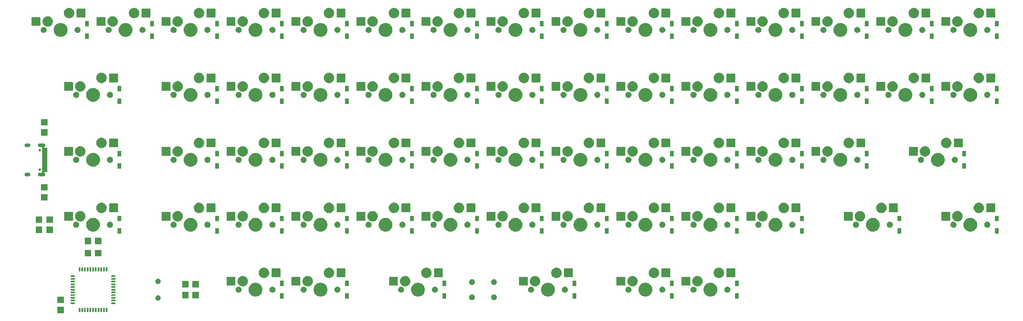
<source format=gbs>
G04 #@! TF.GenerationSoftware,KiCad,Pcbnew,(5.1.2)-2*
G04 #@! TF.CreationDate,2020-03-21T00:34:29+09:00*
G04 #@! TF.ProjectId,kyosoc,6b796f73-6f63-42e6-9b69-6361645f7063,rev?*
G04 #@! TF.SameCoordinates,Original*
G04 #@! TF.FileFunction,Soldermask,Bot*
G04 #@! TF.FilePolarity,Negative*
%FSLAX46Y46*%
G04 Gerber Fmt 4.6, Leading zero omitted, Abs format (unit mm)*
G04 Created by KiCad (PCBNEW (5.1.2)-2) date 2020-03-21 00:34:29*
%MOMM*%
%LPD*%
G04 APERTURE LIST*
%ADD10C,0.100000*%
G04 APERTURE END LIST*
D10*
G36*
X14978277Y-95951326D02*
G01*
X14995087Y-95956425D01*
X15010580Y-95964707D01*
X15024154Y-95975846D01*
X15035293Y-95989420D01*
X15043575Y-96004913D01*
X15048674Y-96021723D01*
X15051000Y-96045340D01*
X15051000Y-97754660D01*
X15048674Y-97778277D01*
X15043575Y-97795087D01*
X15035293Y-97810580D01*
X15024154Y-97824154D01*
X15010580Y-97835293D01*
X14995087Y-97843575D01*
X14978277Y-97848674D01*
X14954660Y-97851000D01*
X13245340Y-97851000D01*
X13221723Y-97848674D01*
X13204913Y-97843575D01*
X13189420Y-97835293D01*
X13175846Y-97824154D01*
X13164707Y-97810580D01*
X13156425Y-97795087D01*
X13151326Y-97778277D01*
X13149000Y-97754660D01*
X13149000Y-96045340D01*
X13151326Y-96021723D01*
X13156425Y-96004913D01*
X13164707Y-95989420D01*
X13175846Y-95975846D01*
X13189420Y-95964707D01*
X13204913Y-95956425D01*
X13221723Y-95951326D01*
X13245340Y-95949000D01*
X14954660Y-95949000D01*
X14978277Y-95951326D01*
X14978277Y-95951326D01*
G37*
G36*
X23748969Y-96253823D02*
G01*
X23796055Y-96268106D01*
X23839449Y-96291301D01*
X23877485Y-96322516D01*
X23908700Y-96360552D01*
X23931895Y-96403946D01*
X23946178Y-96451032D01*
X23951001Y-96500000D01*
X23951001Y-97300000D01*
X23946178Y-97348968D01*
X23931895Y-97396054D01*
X23908700Y-97439448D01*
X23877485Y-97477484D01*
X23839449Y-97508699D01*
X23796055Y-97531894D01*
X23748969Y-97546177D01*
X23700001Y-97551000D01*
X23699999Y-97551000D01*
X23651031Y-97546177D01*
X23603945Y-97531894D01*
X23560551Y-97508699D01*
X23522515Y-97477484D01*
X23491300Y-97439448D01*
X23468105Y-97396054D01*
X23453822Y-97348968D01*
X23448999Y-97300000D01*
X23448999Y-96500000D01*
X23453822Y-96451032D01*
X23468105Y-96403946D01*
X23491300Y-96360552D01*
X23522515Y-96322516D01*
X23560551Y-96291301D01*
X23603945Y-96268106D01*
X23651031Y-96253823D01*
X23699999Y-96249000D01*
X23700001Y-96249000D01*
X23748969Y-96253823D01*
X23748969Y-96253823D01*
G37*
G36*
X19748969Y-96253823D02*
G01*
X19796055Y-96268106D01*
X19839449Y-96291301D01*
X19877485Y-96322516D01*
X19908700Y-96360552D01*
X19931895Y-96403946D01*
X19946178Y-96451032D01*
X19951001Y-96500000D01*
X19951001Y-97300000D01*
X19946178Y-97348968D01*
X19931895Y-97396054D01*
X19908700Y-97439448D01*
X19877485Y-97477484D01*
X19839449Y-97508699D01*
X19796055Y-97531894D01*
X19748969Y-97546177D01*
X19700001Y-97551000D01*
X19699999Y-97551000D01*
X19651031Y-97546177D01*
X19603945Y-97531894D01*
X19560551Y-97508699D01*
X19522515Y-97477484D01*
X19491300Y-97439448D01*
X19468105Y-97396054D01*
X19453822Y-97348968D01*
X19448999Y-97300000D01*
X19448999Y-96500000D01*
X19453822Y-96451032D01*
X19468105Y-96403946D01*
X19491300Y-96360552D01*
X19522515Y-96322516D01*
X19560551Y-96291301D01*
X19603945Y-96268106D01*
X19651031Y-96253823D01*
X19699999Y-96249000D01*
X19700001Y-96249000D01*
X19748969Y-96253823D01*
X19748969Y-96253823D01*
G37*
G36*
X20548969Y-96253823D02*
G01*
X20596055Y-96268106D01*
X20639449Y-96291301D01*
X20677485Y-96322516D01*
X20708700Y-96360552D01*
X20731895Y-96403946D01*
X20746178Y-96451032D01*
X20751001Y-96500000D01*
X20751001Y-97300000D01*
X20746178Y-97348968D01*
X20731895Y-97396054D01*
X20708700Y-97439448D01*
X20677485Y-97477484D01*
X20639449Y-97508699D01*
X20596055Y-97531894D01*
X20548969Y-97546177D01*
X20500001Y-97551000D01*
X20499999Y-97551000D01*
X20451031Y-97546177D01*
X20403945Y-97531894D01*
X20360551Y-97508699D01*
X20322515Y-97477484D01*
X20291300Y-97439448D01*
X20268105Y-97396054D01*
X20253822Y-97348968D01*
X20248999Y-97300000D01*
X20248999Y-96500000D01*
X20253822Y-96451032D01*
X20268105Y-96403946D01*
X20291300Y-96360552D01*
X20322515Y-96322516D01*
X20360551Y-96291301D01*
X20403945Y-96268106D01*
X20451031Y-96253823D01*
X20499999Y-96249000D01*
X20500001Y-96249000D01*
X20548969Y-96253823D01*
X20548969Y-96253823D01*
G37*
G36*
X21348969Y-96253823D02*
G01*
X21396055Y-96268106D01*
X21439449Y-96291301D01*
X21477485Y-96322516D01*
X21508700Y-96360552D01*
X21531895Y-96403946D01*
X21546178Y-96451032D01*
X21551001Y-96500000D01*
X21551001Y-97300000D01*
X21546178Y-97348968D01*
X21531895Y-97396054D01*
X21508700Y-97439448D01*
X21477485Y-97477484D01*
X21439449Y-97508699D01*
X21396055Y-97531894D01*
X21348969Y-97546177D01*
X21300001Y-97551000D01*
X21299999Y-97551000D01*
X21251031Y-97546177D01*
X21203945Y-97531894D01*
X21160551Y-97508699D01*
X21122515Y-97477484D01*
X21091300Y-97439448D01*
X21068105Y-97396054D01*
X21053822Y-97348968D01*
X21048999Y-97300000D01*
X21048999Y-96500000D01*
X21053822Y-96451032D01*
X21068105Y-96403946D01*
X21091300Y-96360552D01*
X21122515Y-96322516D01*
X21160551Y-96291301D01*
X21203945Y-96268106D01*
X21251031Y-96253823D01*
X21299999Y-96249000D01*
X21300001Y-96249000D01*
X21348969Y-96253823D01*
X21348969Y-96253823D01*
G37*
G36*
X22148969Y-96253823D02*
G01*
X22196055Y-96268106D01*
X22239449Y-96291301D01*
X22277485Y-96322516D01*
X22308700Y-96360552D01*
X22331895Y-96403946D01*
X22346178Y-96451032D01*
X22351001Y-96500000D01*
X22351001Y-97300000D01*
X22346178Y-97348968D01*
X22331895Y-97396054D01*
X22308700Y-97439448D01*
X22277485Y-97477484D01*
X22239449Y-97508699D01*
X22196055Y-97531894D01*
X22148969Y-97546177D01*
X22100001Y-97551000D01*
X22099999Y-97551000D01*
X22051031Y-97546177D01*
X22003945Y-97531894D01*
X21960551Y-97508699D01*
X21922515Y-97477484D01*
X21891300Y-97439448D01*
X21868105Y-97396054D01*
X21853822Y-97348968D01*
X21848999Y-97300000D01*
X21848999Y-96500000D01*
X21853822Y-96451032D01*
X21868105Y-96403946D01*
X21891300Y-96360552D01*
X21922515Y-96322516D01*
X21960551Y-96291301D01*
X22003945Y-96268106D01*
X22051031Y-96253823D01*
X22099999Y-96249000D01*
X22100001Y-96249000D01*
X22148969Y-96253823D01*
X22148969Y-96253823D01*
G37*
G36*
X22948969Y-96253823D02*
G01*
X22996055Y-96268106D01*
X23039449Y-96291301D01*
X23077485Y-96322516D01*
X23108700Y-96360552D01*
X23131895Y-96403946D01*
X23146178Y-96451032D01*
X23151001Y-96500000D01*
X23151001Y-97300000D01*
X23146178Y-97348968D01*
X23131895Y-97396054D01*
X23108700Y-97439448D01*
X23077485Y-97477484D01*
X23039449Y-97508699D01*
X22996055Y-97531894D01*
X22948969Y-97546177D01*
X22900001Y-97551000D01*
X22899999Y-97551000D01*
X22851031Y-97546177D01*
X22803945Y-97531894D01*
X22760551Y-97508699D01*
X22722515Y-97477484D01*
X22691300Y-97439448D01*
X22668105Y-97396054D01*
X22653822Y-97348968D01*
X22648999Y-97300000D01*
X22648999Y-96500000D01*
X22653822Y-96451032D01*
X22668105Y-96403946D01*
X22691300Y-96360552D01*
X22722515Y-96322516D01*
X22760551Y-96291301D01*
X22803945Y-96268106D01*
X22851031Y-96253823D01*
X22899999Y-96249000D01*
X22900001Y-96249000D01*
X22948969Y-96253823D01*
X22948969Y-96253823D01*
G37*
G36*
X26948969Y-96253823D02*
G01*
X26996055Y-96268106D01*
X27039449Y-96291301D01*
X27077485Y-96322516D01*
X27108700Y-96360552D01*
X27131895Y-96403946D01*
X27146178Y-96451032D01*
X27151001Y-96500000D01*
X27151001Y-97300000D01*
X27146178Y-97348968D01*
X27131895Y-97396054D01*
X27108700Y-97439448D01*
X27077485Y-97477484D01*
X27039449Y-97508699D01*
X26996055Y-97531894D01*
X26948969Y-97546177D01*
X26900001Y-97551000D01*
X26899999Y-97551000D01*
X26851031Y-97546177D01*
X26803945Y-97531894D01*
X26760551Y-97508699D01*
X26722515Y-97477484D01*
X26691300Y-97439448D01*
X26668105Y-97396054D01*
X26653822Y-97348968D01*
X26648999Y-97300000D01*
X26648999Y-96500000D01*
X26653822Y-96451032D01*
X26668105Y-96403946D01*
X26691300Y-96360552D01*
X26722515Y-96322516D01*
X26760551Y-96291301D01*
X26803945Y-96268106D01*
X26851031Y-96253823D01*
X26899999Y-96249000D01*
X26900001Y-96249000D01*
X26948969Y-96253823D01*
X26948969Y-96253823D01*
G37*
G36*
X27748969Y-96253823D02*
G01*
X27796055Y-96268106D01*
X27839449Y-96291301D01*
X27877485Y-96322516D01*
X27908700Y-96360552D01*
X27931895Y-96403946D01*
X27946178Y-96451032D01*
X27951001Y-96500000D01*
X27951001Y-97300000D01*
X27946178Y-97348968D01*
X27931895Y-97396054D01*
X27908700Y-97439448D01*
X27877485Y-97477484D01*
X27839449Y-97508699D01*
X27796055Y-97531894D01*
X27748969Y-97546177D01*
X27700001Y-97551000D01*
X27699999Y-97551000D01*
X27651031Y-97546177D01*
X27603945Y-97531894D01*
X27560551Y-97508699D01*
X27522515Y-97477484D01*
X27491300Y-97439448D01*
X27468105Y-97396054D01*
X27453822Y-97348968D01*
X27448999Y-97300000D01*
X27448999Y-96500000D01*
X27453822Y-96451032D01*
X27468105Y-96403946D01*
X27491300Y-96360552D01*
X27522515Y-96322516D01*
X27560551Y-96291301D01*
X27603945Y-96268106D01*
X27651031Y-96253823D01*
X27699999Y-96249000D01*
X27700001Y-96249000D01*
X27748969Y-96253823D01*
X27748969Y-96253823D01*
G37*
G36*
X24548969Y-96253823D02*
G01*
X24596055Y-96268106D01*
X24639449Y-96291301D01*
X24677485Y-96322516D01*
X24708700Y-96360552D01*
X24731895Y-96403946D01*
X24746178Y-96451032D01*
X24751001Y-96500000D01*
X24751001Y-97300000D01*
X24746178Y-97348968D01*
X24731895Y-97396054D01*
X24708700Y-97439448D01*
X24677485Y-97477484D01*
X24639449Y-97508699D01*
X24596055Y-97531894D01*
X24548969Y-97546177D01*
X24500001Y-97551000D01*
X24499999Y-97551000D01*
X24451031Y-97546177D01*
X24403945Y-97531894D01*
X24360551Y-97508699D01*
X24322515Y-97477484D01*
X24291300Y-97439448D01*
X24268105Y-97396054D01*
X24253822Y-97348968D01*
X24248999Y-97300000D01*
X24248999Y-96500000D01*
X24253822Y-96451032D01*
X24268105Y-96403946D01*
X24291300Y-96360552D01*
X24322515Y-96322516D01*
X24360551Y-96291301D01*
X24403945Y-96268106D01*
X24451031Y-96253823D01*
X24499999Y-96249000D01*
X24500001Y-96249000D01*
X24548969Y-96253823D01*
X24548969Y-96253823D01*
G37*
G36*
X26148969Y-96253823D02*
G01*
X26196055Y-96268106D01*
X26239449Y-96291301D01*
X26277485Y-96322516D01*
X26308700Y-96360552D01*
X26331895Y-96403946D01*
X26346178Y-96451032D01*
X26351001Y-96500000D01*
X26351001Y-97300000D01*
X26346178Y-97348968D01*
X26331895Y-97396054D01*
X26308700Y-97439448D01*
X26277485Y-97477484D01*
X26239449Y-97508699D01*
X26196055Y-97531894D01*
X26148969Y-97546177D01*
X26100001Y-97551000D01*
X26099999Y-97551000D01*
X26051031Y-97546177D01*
X26003945Y-97531894D01*
X25960551Y-97508699D01*
X25922515Y-97477484D01*
X25891300Y-97439448D01*
X25868105Y-97396054D01*
X25853822Y-97348968D01*
X25848999Y-97300000D01*
X25848999Y-96500000D01*
X25853822Y-96451032D01*
X25868105Y-96403946D01*
X25891300Y-96360552D01*
X25922515Y-96322516D01*
X25960551Y-96291301D01*
X26003945Y-96268106D01*
X26051031Y-96253823D01*
X26099999Y-96249000D01*
X26100001Y-96249000D01*
X26148969Y-96253823D01*
X26148969Y-96253823D01*
G37*
G36*
X25348969Y-96253823D02*
G01*
X25396055Y-96268106D01*
X25439449Y-96291301D01*
X25477485Y-96322516D01*
X25508700Y-96360552D01*
X25531895Y-96403946D01*
X25546178Y-96451032D01*
X25551001Y-96500000D01*
X25551001Y-97300000D01*
X25546178Y-97348968D01*
X25531895Y-97396054D01*
X25508700Y-97439448D01*
X25477485Y-97477484D01*
X25439449Y-97508699D01*
X25396055Y-97531894D01*
X25348969Y-97546177D01*
X25300001Y-97551000D01*
X25299999Y-97551000D01*
X25251031Y-97546177D01*
X25203945Y-97531894D01*
X25160551Y-97508699D01*
X25122515Y-97477484D01*
X25091300Y-97439448D01*
X25068105Y-97396054D01*
X25053822Y-97348968D01*
X25048999Y-97300000D01*
X25048999Y-96500000D01*
X25053822Y-96451032D01*
X25068105Y-96403946D01*
X25091300Y-96360552D01*
X25122515Y-96322516D01*
X25160551Y-96291301D01*
X25203945Y-96268106D01*
X25251031Y-96253823D01*
X25299999Y-96249000D01*
X25300001Y-96249000D01*
X25348969Y-96253823D01*
X25348969Y-96253823D01*
G37*
G36*
X30148968Y-94653822D02*
G01*
X30196054Y-94668105D01*
X30239448Y-94691300D01*
X30277484Y-94722515D01*
X30308699Y-94760551D01*
X30331894Y-94803945D01*
X30346177Y-94851031D01*
X30351000Y-94899999D01*
X30351000Y-94900001D01*
X30346177Y-94948969D01*
X30331894Y-94996055D01*
X30308699Y-95039449D01*
X30277484Y-95077485D01*
X30239448Y-95108700D01*
X30196054Y-95131895D01*
X30148968Y-95146178D01*
X30100000Y-95151001D01*
X29300000Y-95151001D01*
X29251032Y-95146178D01*
X29203946Y-95131895D01*
X29160552Y-95108700D01*
X29122516Y-95077485D01*
X29091301Y-95039449D01*
X29068106Y-94996055D01*
X29053823Y-94948969D01*
X29049000Y-94900001D01*
X29049000Y-94899999D01*
X29053823Y-94851031D01*
X29068106Y-94803945D01*
X29091301Y-94760551D01*
X29122516Y-94722515D01*
X29160552Y-94691300D01*
X29203946Y-94668105D01*
X29251032Y-94653822D01*
X29300000Y-94648999D01*
X30100000Y-94648999D01*
X30148968Y-94653822D01*
X30148968Y-94653822D01*
G37*
G36*
X18148968Y-94653822D02*
G01*
X18196054Y-94668105D01*
X18239448Y-94691300D01*
X18277484Y-94722515D01*
X18308699Y-94760551D01*
X18331894Y-94803945D01*
X18346177Y-94851031D01*
X18351000Y-94899999D01*
X18351000Y-94900001D01*
X18346177Y-94948969D01*
X18331894Y-94996055D01*
X18308699Y-95039449D01*
X18277484Y-95077485D01*
X18239448Y-95108700D01*
X18196054Y-95131895D01*
X18148968Y-95146178D01*
X18100000Y-95151001D01*
X17300000Y-95151001D01*
X17251032Y-95146178D01*
X17203946Y-95131895D01*
X17160552Y-95108700D01*
X17122516Y-95077485D01*
X17091301Y-95039449D01*
X17068106Y-94996055D01*
X17053823Y-94948969D01*
X17049000Y-94900001D01*
X17049000Y-94899999D01*
X17053823Y-94851031D01*
X17068106Y-94803945D01*
X17091301Y-94760551D01*
X17122516Y-94722515D01*
X17160552Y-94691300D01*
X17203946Y-94668105D01*
X17251032Y-94653822D01*
X17300000Y-94648999D01*
X18100000Y-94648999D01*
X18148968Y-94653822D01*
X18148968Y-94653822D01*
G37*
G36*
X14978277Y-92951326D02*
G01*
X14995087Y-92956425D01*
X15010580Y-92964707D01*
X15024154Y-92975846D01*
X15035293Y-92989420D01*
X15043575Y-93004913D01*
X15048674Y-93021723D01*
X15051000Y-93045340D01*
X15051000Y-94754660D01*
X15048674Y-94778277D01*
X15043575Y-94795087D01*
X15035293Y-94810580D01*
X15024154Y-94824154D01*
X15010580Y-94835293D01*
X14995087Y-94843575D01*
X14978277Y-94848674D01*
X14954660Y-94851000D01*
X13245340Y-94851000D01*
X13221723Y-94848674D01*
X13204913Y-94843575D01*
X13189420Y-94835293D01*
X13175846Y-94824154D01*
X13164707Y-94810580D01*
X13156425Y-94795087D01*
X13151326Y-94778277D01*
X13149000Y-94754660D01*
X13149000Y-93045340D01*
X13151326Y-93021723D01*
X13156425Y-93004913D01*
X13164707Y-92989420D01*
X13175846Y-92975846D01*
X13189420Y-92964707D01*
X13204913Y-92956425D01*
X13221723Y-92951326D01*
X13245340Y-92949000D01*
X14954660Y-92949000D01*
X14978277Y-92951326D01*
X14978277Y-92951326D01*
G37*
G36*
X30148968Y-93853822D02*
G01*
X30196054Y-93868105D01*
X30239448Y-93891300D01*
X30277484Y-93922515D01*
X30308699Y-93960551D01*
X30331894Y-94003945D01*
X30346177Y-94051031D01*
X30351000Y-94099999D01*
X30351000Y-94100001D01*
X30346177Y-94148969D01*
X30331894Y-94196055D01*
X30308699Y-94239449D01*
X30277484Y-94277485D01*
X30239448Y-94308700D01*
X30196054Y-94331895D01*
X30148968Y-94346178D01*
X30100000Y-94351001D01*
X29300000Y-94351001D01*
X29251032Y-94346178D01*
X29203946Y-94331895D01*
X29160552Y-94308700D01*
X29122516Y-94277485D01*
X29091301Y-94239449D01*
X29068106Y-94196055D01*
X29053823Y-94148969D01*
X29049000Y-94100001D01*
X29049000Y-94099999D01*
X29053823Y-94051031D01*
X29068106Y-94003945D01*
X29091301Y-93960551D01*
X29122516Y-93922515D01*
X29160552Y-93891300D01*
X29203946Y-93868105D01*
X29251032Y-93853822D01*
X29300000Y-93848999D01*
X30100000Y-93848999D01*
X30148968Y-93853822D01*
X30148968Y-93853822D01*
G37*
G36*
X18148968Y-93853822D02*
G01*
X18196054Y-93868105D01*
X18239448Y-93891300D01*
X18277484Y-93922515D01*
X18308699Y-93960551D01*
X18331894Y-94003945D01*
X18346177Y-94051031D01*
X18351000Y-94099999D01*
X18351000Y-94100001D01*
X18346177Y-94148969D01*
X18331894Y-94196055D01*
X18308699Y-94239449D01*
X18277484Y-94277485D01*
X18239448Y-94308700D01*
X18196054Y-94331895D01*
X18148968Y-94346178D01*
X18100000Y-94351001D01*
X17300000Y-94351001D01*
X17251032Y-94346178D01*
X17203946Y-94331895D01*
X17160552Y-94308700D01*
X17122516Y-94277485D01*
X17091301Y-94239449D01*
X17068106Y-94196055D01*
X17053823Y-94148969D01*
X17049000Y-94100001D01*
X17049000Y-94099999D01*
X17053823Y-94051031D01*
X17068106Y-94003945D01*
X17091301Y-93960551D01*
X17122516Y-93922515D01*
X17160552Y-93891300D01*
X17203946Y-93868105D01*
X17251032Y-93853822D01*
X17300000Y-93848999D01*
X18100000Y-93848999D01*
X18148968Y-93853822D01*
X18148968Y-93853822D01*
G37*
G36*
X43056268Y-92564390D02*
G01*
X43206530Y-92609971D01*
X43345013Y-92683992D01*
X43466394Y-92783606D01*
X43566008Y-92904987D01*
X43640029Y-93043470D01*
X43685610Y-93193732D01*
X43701001Y-93349999D01*
X43701001Y-93350001D01*
X43685610Y-93506268D01*
X43640029Y-93656530D01*
X43566008Y-93795013D01*
X43466394Y-93916394D01*
X43345013Y-94016008D01*
X43206530Y-94090029D01*
X43056268Y-94135610D01*
X42900001Y-94151001D01*
X42899999Y-94151001D01*
X42743732Y-94135610D01*
X42593470Y-94090029D01*
X42454987Y-94016008D01*
X42333606Y-93916394D01*
X42233992Y-93795013D01*
X42159971Y-93656530D01*
X42114390Y-93506268D01*
X42098999Y-93350001D01*
X42098999Y-93349999D01*
X42114390Y-93193732D01*
X42159971Y-93043470D01*
X42233992Y-92904987D01*
X42333606Y-92783606D01*
X42454987Y-92683992D01*
X42593470Y-92609971D01*
X42743732Y-92564390D01*
X42899999Y-92548999D01*
X42900001Y-92548999D01*
X43056268Y-92564390D01*
X43056268Y-92564390D01*
G37*
G36*
X142398228Y-92331703D02*
G01*
X142553100Y-92395853D01*
X142692481Y-92488985D01*
X142811015Y-92607519D01*
X142904147Y-92746900D01*
X142968297Y-92901772D01*
X143001000Y-93066184D01*
X143001000Y-93233816D01*
X142968297Y-93398228D01*
X142904147Y-93553100D01*
X142811015Y-93692481D01*
X142692481Y-93811015D01*
X142553100Y-93904147D01*
X142398228Y-93968297D01*
X142233816Y-94001000D01*
X142066184Y-94001000D01*
X141901772Y-93968297D01*
X141746900Y-93904147D01*
X141607519Y-93811015D01*
X141488985Y-93692481D01*
X141395853Y-93553100D01*
X141331703Y-93398228D01*
X141299000Y-93233816D01*
X141299000Y-93066184D01*
X141331703Y-92901772D01*
X141395853Y-92746900D01*
X141488985Y-92607519D01*
X141607519Y-92488985D01*
X141746900Y-92395853D01*
X141901772Y-92331703D01*
X142066184Y-92299000D01*
X142233816Y-92299000D01*
X142398228Y-92331703D01*
X142398228Y-92331703D01*
G37*
G36*
X135898228Y-92331703D02*
G01*
X136053100Y-92395853D01*
X136192481Y-92488985D01*
X136311015Y-92607519D01*
X136404147Y-92746900D01*
X136468297Y-92901772D01*
X136501000Y-93066184D01*
X136501000Y-93233816D01*
X136468297Y-93398228D01*
X136404147Y-93553100D01*
X136311015Y-93692481D01*
X136192481Y-93811015D01*
X136053100Y-93904147D01*
X135898228Y-93968297D01*
X135733816Y-94001000D01*
X135566184Y-94001000D01*
X135401772Y-93968297D01*
X135246900Y-93904147D01*
X135107519Y-93811015D01*
X134988985Y-93692481D01*
X134895853Y-93553100D01*
X134831703Y-93398228D01*
X134799000Y-93233816D01*
X134799000Y-93066184D01*
X134831703Y-92901772D01*
X134895853Y-92746900D01*
X134988985Y-92607519D01*
X135107519Y-92488985D01*
X135246900Y-92395853D01*
X135401772Y-92331703D01*
X135566184Y-92299000D01*
X135733816Y-92299000D01*
X135898228Y-92331703D01*
X135898228Y-92331703D01*
G37*
G36*
X18148968Y-93053822D02*
G01*
X18196054Y-93068105D01*
X18239448Y-93091300D01*
X18277484Y-93122515D01*
X18308699Y-93160551D01*
X18331894Y-93203945D01*
X18346177Y-93251031D01*
X18351000Y-93299999D01*
X18351000Y-93300001D01*
X18346177Y-93348969D01*
X18331894Y-93396055D01*
X18308699Y-93439449D01*
X18277484Y-93477485D01*
X18239448Y-93508700D01*
X18196054Y-93531895D01*
X18148968Y-93546178D01*
X18100000Y-93551001D01*
X17300000Y-93551001D01*
X17251032Y-93546178D01*
X17203946Y-93531895D01*
X17160552Y-93508700D01*
X17122516Y-93477485D01*
X17091301Y-93439449D01*
X17068106Y-93396055D01*
X17053823Y-93348969D01*
X17049000Y-93300001D01*
X17049000Y-93299999D01*
X17053823Y-93251031D01*
X17068106Y-93203945D01*
X17091301Y-93160551D01*
X17122516Y-93122515D01*
X17160552Y-93091300D01*
X17203946Y-93068105D01*
X17251032Y-93053822D01*
X17300000Y-93048999D01*
X18100000Y-93048999D01*
X18148968Y-93053822D01*
X18148968Y-93053822D01*
G37*
G36*
X30148968Y-93053822D02*
G01*
X30196054Y-93068105D01*
X30239448Y-93091300D01*
X30277484Y-93122515D01*
X30308699Y-93160551D01*
X30331894Y-93203945D01*
X30346177Y-93251031D01*
X30351000Y-93299999D01*
X30351000Y-93300001D01*
X30346177Y-93348969D01*
X30331894Y-93396055D01*
X30308699Y-93439449D01*
X30277484Y-93477485D01*
X30239448Y-93508700D01*
X30196054Y-93531895D01*
X30148968Y-93546178D01*
X30100000Y-93551001D01*
X29300000Y-93551001D01*
X29251032Y-93546178D01*
X29203946Y-93531895D01*
X29160552Y-93508700D01*
X29122516Y-93477485D01*
X29091301Y-93439449D01*
X29068106Y-93396055D01*
X29053823Y-93348969D01*
X29049000Y-93300001D01*
X29049000Y-93299999D01*
X29053823Y-93251031D01*
X29068106Y-93203945D01*
X29091301Y-93160551D01*
X29122516Y-93122515D01*
X29160552Y-93091300D01*
X29203946Y-93068105D01*
X29251032Y-93053822D01*
X29300000Y-93048999D01*
X30100000Y-93048999D01*
X30148968Y-93053822D01*
X30148968Y-93053822D01*
G37*
G36*
X80042674Y-91949789D02*
G01*
X80044471Y-91950335D01*
X80046129Y-91951221D01*
X80047585Y-91952415D01*
X80048779Y-91953871D01*
X80049665Y-91955529D01*
X80050211Y-91957326D01*
X80051000Y-91965341D01*
X80051000Y-93534659D01*
X80050211Y-93542674D01*
X80049665Y-93544471D01*
X80048779Y-93546129D01*
X80047585Y-93547585D01*
X80046129Y-93548779D01*
X80044471Y-93549665D01*
X80042674Y-93550211D01*
X80034659Y-93551000D01*
X78965341Y-93551000D01*
X78957326Y-93550211D01*
X78955529Y-93549665D01*
X78953871Y-93548779D01*
X78952415Y-93547585D01*
X78951221Y-93546129D01*
X78950335Y-93544471D01*
X78949789Y-93542674D01*
X78949000Y-93534659D01*
X78949000Y-91965341D01*
X78949789Y-91957326D01*
X78950335Y-91955529D01*
X78951221Y-91953871D01*
X78952415Y-91952415D01*
X78953871Y-91951221D01*
X78955529Y-91950335D01*
X78957326Y-91949789D01*
X78965341Y-91949000D01*
X80034659Y-91949000D01*
X80042674Y-91949789D01*
X80042674Y-91949789D01*
G37*
G36*
X99242674Y-91949789D02*
G01*
X99244471Y-91950335D01*
X99246129Y-91951221D01*
X99247585Y-91952415D01*
X99248779Y-91953871D01*
X99249665Y-91955529D01*
X99250211Y-91957326D01*
X99251000Y-91965341D01*
X99251000Y-93534659D01*
X99250211Y-93542674D01*
X99249665Y-93544471D01*
X99248779Y-93546129D01*
X99247585Y-93547585D01*
X99246129Y-93548779D01*
X99244471Y-93549665D01*
X99242674Y-93550211D01*
X99234659Y-93551000D01*
X98165341Y-93551000D01*
X98157326Y-93550211D01*
X98155529Y-93549665D01*
X98153871Y-93548779D01*
X98152415Y-93547585D01*
X98151221Y-93546129D01*
X98150335Y-93544471D01*
X98149789Y-93542674D01*
X98149000Y-93534659D01*
X98149000Y-91965341D01*
X98149789Y-91957326D01*
X98150335Y-91955529D01*
X98151221Y-91953871D01*
X98152415Y-91952415D01*
X98153871Y-91951221D01*
X98155529Y-91950335D01*
X98157326Y-91949789D01*
X98165341Y-91949000D01*
X99234659Y-91949000D01*
X99242674Y-91949789D01*
X99242674Y-91949789D01*
G37*
G36*
X128042674Y-91949789D02*
G01*
X128044471Y-91950335D01*
X128046129Y-91951221D01*
X128047585Y-91952415D01*
X128048779Y-91953871D01*
X128049665Y-91955529D01*
X128050211Y-91957326D01*
X128051000Y-91965341D01*
X128051000Y-93534659D01*
X128050211Y-93542674D01*
X128049665Y-93544471D01*
X128048779Y-93546129D01*
X128047585Y-93547585D01*
X128046129Y-93548779D01*
X128044471Y-93549665D01*
X128042674Y-93550211D01*
X128034659Y-93551000D01*
X126965341Y-93551000D01*
X126957326Y-93550211D01*
X126955529Y-93549665D01*
X126953871Y-93548779D01*
X126952415Y-93547585D01*
X126951221Y-93546129D01*
X126950335Y-93544471D01*
X126949789Y-93542674D01*
X126949000Y-93534659D01*
X126949000Y-91965341D01*
X126949789Y-91957326D01*
X126950335Y-91955529D01*
X126951221Y-91953871D01*
X126952415Y-91952415D01*
X126953871Y-91951221D01*
X126955529Y-91950335D01*
X126957326Y-91949789D01*
X126965341Y-91949000D01*
X128034659Y-91949000D01*
X128042674Y-91949789D01*
X128042674Y-91949789D01*
G37*
G36*
X166442674Y-91949789D02*
G01*
X166444471Y-91950335D01*
X166446129Y-91951221D01*
X166447585Y-91952415D01*
X166448779Y-91953871D01*
X166449665Y-91955529D01*
X166450211Y-91957326D01*
X166451000Y-91965341D01*
X166451000Y-93534659D01*
X166450211Y-93542674D01*
X166449665Y-93544471D01*
X166448779Y-93546129D01*
X166447585Y-93547585D01*
X166446129Y-93548779D01*
X166444471Y-93549665D01*
X166442674Y-93550211D01*
X166434659Y-93551000D01*
X165365341Y-93551000D01*
X165357326Y-93550211D01*
X165355529Y-93549665D01*
X165353871Y-93548779D01*
X165352415Y-93547585D01*
X165351221Y-93546129D01*
X165350335Y-93544471D01*
X165349789Y-93542674D01*
X165349000Y-93534659D01*
X165349000Y-91965341D01*
X165349789Y-91957326D01*
X165350335Y-91955529D01*
X165351221Y-91953871D01*
X165352415Y-91952415D01*
X165353871Y-91951221D01*
X165355529Y-91950335D01*
X165357326Y-91949789D01*
X165365341Y-91949000D01*
X166434659Y-91949000D01*
X166442674Y-91949789D01*
X166442674Y-91949789D01*
G37*
G36*
X195242674Y-91949789D02*
G01*
X195244471Y-91950335D01*
X195246129Y-91951221D01*
X195247585Y-91952415D01*
X195248779Y-91953871D01*
X195249665Y-91955529D01*
X195250211Y-91957326D01*
X195251000Y-91965341D01*
X195251000Y-93534659D01*
X195250211Y-93542674D01*
X195249665Y-93544471D01*
X195248779Y-93546129D01*
X195247585Y-93547585D01*
X195246129Y-93548779D01*
X195244471Y-93549665D01*
X195242674Y-93550211D01*
X195234659Y-93551000D01*
X194165341Y-93551000D01*
X194157326Y-93550211D01*
X194155529Y-93549665D01*
X194153871Y-93548779D01*
X194152415Y-93547585D01*
X194151221Y-93546129D01*
X194150335Y-93544471D01*
X194149789Y-93542674D01*
X194149000Y-93534659D01*
X194149000Y-91965341D01*
X194149789Y-91957326D01*
X194150335Y-91955529D01*
X194151221Y-91953871D01*
X194152415Y-91952415D01*
X194153871Y-91951221D01*
X194155529Y-91950335D01*
X194157326Y-91949789D01*
X194165341Y-91949000D01*
X195234659Y-91949000D01*
X195242674Y-91949789D01*
X195242674Y-91949789D01*
G37*
G36*
X214442674Y-91949789D02*
G01*
X214444471Y-91950335D01*
X214446129Y-91951221D01*
X214447585Y-91952415D01*
X214448779Y-91953871D01*
X214449665Y-91955529D01*
X214450211Y-91957326D01*
X214451000Y-91965341D01*
X214451000Y-93534659D01*
X214450211Y-93542674D01*
X214449665Y-93544471D01*
X214448779Y-93546129D01*
X214447585Y-93547585D01*
X214446129Y-93548779D01*
X214444471Y-93549665D01*
X214442674Y-93550211D01*
X214434659Y-93551000D01*
X213365341Y-93551000D01*
X213357326Y-93550211D01*
X213355529Y-93549665D01*
X213353871Y-93548779D01*
X213352415Y-93547585D01*
X213351221Y-93546129D01*
X213350335Y-93544471D01*
X213349789Y-93542674D01*
X213349000Y-93534659D01*
X213349000Y-91965341D01*
X213349789Y-91957326D01*
X213350335Y-91955529D01*
X213351221Y-91953871D01*
X213352415Y-91952415D01*
X213353871Y-91951221D01*
X213355529Y-91950335D01*
X213357326Y-91949789D01*
X213365341Y-91949000D01*
X214434659Y-91949000D01*
X214442674Y-91949789D01*
X214442674Y-91949789D01*
G37*
G36*
X54878277Y-91551326D02*
G01*
X54895087Y-91556425D01*
X54910580Y-91564707D01*
X54924154Y-91575846D01*
X54935293Y-91589420D01*
X54943575Y-91604913D01*
X54948674Y-91621723D01*
X54951000Y-91645340D01*
X54951000Y-93354660D01*
X54948674Y-93378277D01*
X54943575Y-93395087D01*
X54935293Y-93410580D01*
X54924154Y-93424154D01*
X54910580Y-93435293D01*
X54895087Y-93443575D01*
X54878277Y-93448674D01*
X54854660Y-93451000D01*
X53145340Y-93451000D01*
X53121723Y-93448674D01*
X53104913Y-93443575D01*
X53089420Y-93435293D01*
X53075846Y-93424154D01*
X53064707Y-93410580D01*
X53056425Y-93395087D01*
X53051326Y-93378277D01*
X53049000Y-93354660D01*
X53049000Y-91645340D01*
X53051326Y-91621723D01*
X53056425Y-91604913D01*
X53064707Y-91589420D01*
X53075846Y-91575846D01*
X53089420Y-91564707D01*
X53104913Y-91556425D01*
X53121723Y-91551326D01*
X53145340Y-91549000D01*
X54854660Y-91549000D01*
X54878277Y-91551326D01*
X54878277Y-91551326D01*
G37*
G36*
X51878277Y-91551326D02*
G01*
X51895087Y-91556425D01*
X51910580Y-91564707D01*
X51924154Y-91575846D01*
X51935293Y-91589420D01*
X51943575Y-91604913D01*
X51948674Y-91621723D01*
X51951000Y-91645340D01*
X51951000Y-93354660D01*
X51948674Y-93378277D01*
X51943575Y-93395087D01*
X51935293Y-93410580D01*
X51924154Y-93424154D01*
X51910580Y-93435293D01*
X51895087Y-93443575D01*
X51878277Y-93448674D01*
X51854660Y-93451000D01*
X50145340Y-93451000D01*
X50121723Y-93448674D01*
X50104913Y-93443575D01*
X50089420Y-93435293D01*
X50075846Y-93424154D01*
X50064707Y-93410580D01*
X50056425Y-93395087D01*
X50051326Y-93378277D01*
X50049000Y-93354660D01*
X50049000Y-91645340D01*
X50051326Y-91621723D01*
X50056425Y-91604913D01*
X50064707Y-91589420D01*
X50075846Y-91575846D01*
X50089420Y-91564707D01*
X50104913Y-91556425D01*
X50121723Y-91551326D01*
X50145340Y-91549000D01*
X51854660Y-91549000D01*
X51878277Y-91551326D01*
X51878277Y-91551326D01*
G37*
G36*
X72100131Y-88888408D02*
G01*
X72484885Y-89005122D01*
X72839476Y-89194655D01*
X73150277Y-89449723D01*
X73405345Y-89760524D01*
X73594878Y-90115115D01*
X73711592Y-90499869D01*
X73751001Y-90899999D01*
X73751001Y-90900001D01*
X73711592Y-91300131D01*
X73594878Y-91684885D01*
X73405345Y-92039476D01*
X73150277Y-92350277D01*
X72839476Y-92605345D01*
X72484885Y-92794878D01*
X72100131Y-92911592D01*
X71700001Y-92951001D01*
X71699999Y-92951001D01*
X71299869Y-92911592D01*
X70915115Y-92794878D01*
X70560524Y-92605345D01*
X70249723Y-92350277D01*
X69994655Y-92039476D01*
X69805122Y-91684885D01*
X69688408Y-91300131D01*
X69648999Y-90900001D01*
X69648999Y-90899999D01*
X69688408Y-90499869D01*
X69805122Y-90115115D01*
X69994655Y-89760524D01*
X70249723Y-89449723D01*
X70560524Y-89194655D01*
X70915115Y-89005122D01*
X71299869Y-88888408D01*
X71699999Y-88848999D01*
X71700001Y-88848999D01*
X72100131Y-88888408D01*
X72100131Y-88888408D01*
G37*
G36*
X91300131Y-88888408D02*
G01*
X91684885Y-89005122D01*
X92039476Y-89194655D01*
X92350277Y-89449723D01*
X92605345Y-89760524D01*
X92794878Y-90115115D01*
X92911592Y-90499869D01*
X92951001Y-90899999D01*
X92951001Y-90900001D01*
X92911592Y-91300131D01*
X92794878Y-91684885D01*
X92605345Y-92039476D01*
X92350277Y-92350277D01*
X92039476Y-92605345D01*
X91684885Y-92794878D01*
X91300131Y-92911592D01*
X90900001Y-92951001D01*
X90899999Y-92951001D01*
X90499869Y-92911592D01*
X90115115Y-92794878D01*
X89760524Y-92605345D01*
X89449723Y-92350277D01*
X89194655Y-92039476D01*
X89005122Y-91684885D01*
X88888408Y-91300131D01*
X88848999Y-90900001D01*
X88848999Y-90899999D01*
X88888408Y-90499869D01*
X89005122Y-90115115D01*
X89194655Y-89760524D01*
X89449723Y-89449723D01*
X89760524Y-89194655D01*
X90115115Y-89005122D01*
X90499869Y-88888408D01*
X90899999Y-88848999D01*
X90900001Y-88848999D01*
X91300131Y-88888408D01*
X91300131Y-88888408D01*
G37*
G36*
X120100131Y-88888408D02*
G01*
X120484885Y-89005122D01*
X120839476Y-89194655D01*
X121150277Y-89449723D01*
X121405345Y-89760524D01*
X121594878Y-90115115D01*
X121711592Y-90499869D01*
X121751001Y-90899999D01*
X121751001Y-90900001D01*
X121711592Y-91300131D01*
X121594878Y-91684885D01*
X121405345Y-92039476D01*
X121150277Y-92350277D01*
X120839476Y-92605345D01*
X120484885Y-92794878D01*
X120100131Y-92911592D01*
X119700001Y-92951001D01*
X119699999Y-92951001D01*
X119299869Y-92911592D01*
X118915115Y-92794878D01*
X118560524Y-92605345D01*
X118249723Y-92350277D01*
X117994655Y-92039476D01*
X117805122Y-91684885D01*
X117688408Y-91300131D01*
X117648999Y-90900001D01*
X117648999Y-90899999D01*
X117688408Y-90499869D01*
X117805122Y-90115115D01*
X117994655Y-89760524D01*
X118249723Y-89449723D01*
X118560524Y-89194655D01*
X118915115Y-89005122D01*
X119299869Y-88888408D01*
X119699999Y-88848999D01*
X119700001Y-88848999D01*
X120100131Y-88888408D01*
X120100131Y-88888408D01*
G37*
G36*
X158500131Y-88888408D02*
G01*
X158884885Y-89005122D01*
X159239476Y-89194655D01*
X159550277Y-89449723D01*
X159805345Y-89760524D01*
X159994878Y-90115115D01*
X160111592Y-90499869D01*
X160151001Y-90899999D01*
X160151001Y-90900001D01*
X160111592Y-91300131D01*
X159994878Y-91684885D01*
X159805345Y-92039476D01*
X159550277Y-92350277D01*
X159239476Y-92605345D01*
X158884885Y-92794878D01*
X158500131Y-92911592D01*
X158100001Y-92951001D01*
X158099999Y-92951001D01*
X157699869Y-92911592D01*
X157315115Y-92794878D01*
X156960524Y-92605345D01*
X156649723Y-92350277D01*
X156394655Y-92039476D01*
X156205122Y-91684885D01*
X156088408Y-91300131D01*
X156048999Y-90900001D01*
X156048999Y-90899999D01*
X156088408Y-90499869D01*
X156205122Y-90115115D01*
X156394655Y-89760524D01*
X156649723Y-89449723D01*
X156960524Y-89194655D01*
X157315115Y-89005122D01*
X157699869Y-88888408D01*
X158099999Y-88848999D01*
X158100001Y-88848999D01*
X158500131Y-88888408D01*
X158500131Y-88888408D01*
G37*
G36*
X187300131Y-88888408D02*
G01*
X187684885Y-89005122D01*
X188039476Y-89194655D01*
X188350277Y-89449723D01*
X188605345Y-89760524D01*
X188794878Y-90115115D01*
X188911592Y-90499869D01*
X188951001Y-90899999D01*
X188951001Y-90900001D01*
X188911592Y-91300131D01*
X188794878Y-91684885D01*
X188605345Y-92039476D01*
X188350277Y-92350277D01*
X188039476Y-92605345D01*
X187684885Y-92794878D01*
X187300131Y-92911592D01*
X186900001Y-92951001D01*
X186899999Y-92951001D01*
X186499869Y-92911592D01*
X186115115Y-92794878D01*
X185760524Y-92605345D01*
X185449723Y-92350277D01*
X185194655Y-92039476D01*
X185005122Y-91684885D01*
X184888408Y-91300131D01*
X184848999Y-90900001D01*
X184848999Y-90899999D01*
X184888408Y-90499869D01*
X185005122Y-90115115D01*
X185194655Y-89760524D01*
X185449723Y-89449723D01*
X185760524Y-89194655D01*
X186115115Y-89005122D01*
X186499869Y-88888408D01*
X186899999Y-88848999D01*
X186900001Y-88848999D01*
X187300131Y-88888408D01*
X187300131Y-88888408D01*
G37*
G36*
X206500131Y-88888408D02*
G01*
X206884885Y-89005122D01*
X207239476Y-89194655D01*
X207550277Y-89449723D01*
X207805345Y-89760524D01*
X207994878Y-90115115D01*
X208111592Y-90499869D01*
X208151001Y-90899999D01*
X208151001Y-90900001D01*
X208111592Y-91300131D01*
X207994878Y-91684885D01*
X207805345Y-92039476D01*
X207550277Y-92350277D01*
X207239476Y-92605345D01*
X206884885Y-92794878D01*
X206500131Y-92911592D01*
X206100001Y-92951001D01*
X206099999Y-92951001D01*
X205699869Y-92911592D01*
X205315115Y-92794878D01*
X204960524Y-92605345D01*
X204649723Y-92350277D01*
X204394655Y-92039476D01*
X204205122Y-91684885D01*
X204088408Y-91300131D01*
X204048999Y-90900001D01*
X204048999Y-90899999D01*
X204088408Y-90499869D01*
X204205122Y-90115115D01*
X204394655Y-89760524D01*
X204649723Y-89449723D01*
X204960524Y-89194655D01*
X205315115Y-89005122D01*
X205699869Y-88888408D01*
X206099999Y-88848999D01*
X206100001Y-88848999D01*
X206500131Y-88888408D01*
X206500131Y-88888408D01*
G37*
G36*
X18148968Y-92253822D02*
G01*
X18196054Y-92268105D01*
X18239448Y-92291300D01*
X18277484Y-92322515D01*
X18308699Y-92360551D01*
X18331894Y-92403945D01*
X18346177Y-92451031D01*
X18351000Y-92499999D01*
X18351000Y-92500001D01*
X18346177Y-92548969D01*
X18331894Y-92596055D01*
X18308699Y-92639449D01*
X18277484Y-92677485D01*
X18239448Y-92708700D01*
X18196054Y-92731895D01*
X18148968Y-92746178D01*
X18100000Y-92751001D01*
X17300000Y-92751001D01*
X17251032Y-92746178D01*
X17203946Y-92731895D01*
X17160552Y-92708700D01*
X17122516Y-92677485D01*
X17091301Y-92639449D01*
X17068106Y-92596055D01*
X17053823Y-92548969D01*
X17049000Y-92500001D01*
X17049000Y-92499999D01*
X17053823Y-92451031D01*
X17068106Y-92403945D01*
X17091301Y-92360551D01*
X17122516Y-92322515D01*
X17160552Y-92291300D01*
X17203946Y-92268105D01*
X17251032Y-92253822D01*
X17300000Y-92248999D01*
X18100000Y-92248999D01*
X18148968Y-92253822D01*
X18148968Y-92253822D01*
G37*
G36*
X30148968Y-92253822D02*
G01*
X30196054Y-92268105D01*
X30239448Y-92291300D01*
X30277484Y-92322515D01*
X30308699Y-92360551D01*
X30331894Y-92403945D01*
X30346177Y-92451031D01*
X30351000Y-92499999D01*
X30351000Y-92500001D01*
X30346177Y-92548969D01*
X30331894Y-92596055D01*
X30308699Y-92639449D01*
X30277484Y-92677485D01*
X30239448Y-92708700D01*
X30196054Y-92731895D01*
X30148968Y-92746178D01*
X30100000Y-92751001D01*
X29300000Y-92751001D01*
X29251032Y-92746178D01*
X29203946Y-92731895D01*
X29160552Y-92708700D01*
X29122516Y-92677485D01*
X29091301Y-92639449D01*
X29068106Y-92596055D01*
X29053823Y-92548969D01*
X29049000Y-92500001D01*
X29049000Y-92499999D01*
X29053823Y-92451031D01*
X29068106Y-92403945D01*
X29091301Y-92360551D01*
X29122516Y-92322515D01*
X29160552Y-92291300D01*
X29203946Y-92268105D01*
X29251032Y-92253822D01*
X29300000Y-92248999D01*
X30100000Y-92248999D01*
X30148968Y-92253822D01*
X30148968Y-92253822D01*
G37*
G36*
X18148968Y-91453822D02*
G01*
X18196054Y-91468105D01*
X18239448Y-91491300D01*
X18277484Y-91522515D01*
X18308699Y-91560551D01*
X18331894Y-91603945D01*
X18346177Y-91651031D01*
X18351000Y-91699999D01*
X18351000Y-91700001D01*
X18346177Y-91748969D01*
X18331894Y-91796055D01*
X18308699Y-91839449D01*
X18277484Y-91877485D01*
X18239448Y-91908700D01*
X18196054Y-91931895D01*
X18148968Y-91946178D01*
X18100000Y-91951001D01*
X17300000Y-91951001D01*
X17251032Y-91946178D01*
X17203946Y-91931895D01*
X17160552Y-91908700D01*
X17122516Y-91877485D01*
X17091301Y-91839449D01*
X17068106Y-91796055D01*
X17053823Y-91748969D01*
X17049000Y-91700001D01*
X17049000Y-91699999D01*
X17053823Y-91651031D01*
X17068106Y-91603945D01*
X17091301Y-91560551D01*
X17122516Y-91522515D01*
X17160552Y-91491300D01*
X17203946Y-91468105D01*
X17251032Y-91453822D01*
X17300000Y-91448999D01*
X18100000Y-91448999D01*
X18148968Y-91453822D01*
X18148968Y-91453822D01*
G37*
G36*
X30148968Y-91453822D02*
G01*
X30196054Y-91468105D01*
X30239448Y-91491300D01*
X30277484Y-91522515D01*
X30308699Y-91560551D01*
X30331894Y-91603945D01*
X30346177Y-91651031D01*
X30351000Y-91699999D01*
X30351000Y-91700001D01*
X30346177Y-91748969D01*
X30331894Y-91796055D01*
X30308699Y-91839449D01*
X30277484Y-91877485D01*
X30239448Y-91908700D01*
X30196054Y-91931895D01*
X30148968Y-91946178D01*
X30100000Y-91951001D01*
X29300000Y-91951001D01*
X29251032Y-91946178D01*
X29203946Y-91931895D01*
X29160552Y-91908700D01*
X29122516Y-91877485D01*
X29091301Y-91839449D01*
X29068106Y-91796055D01*
X29053823Y-91748969D01*
X29049000Y-91700001D01*
X29049000Y-91699999D01*
X29053823Y-91651031D01*
X29068106Y-91603945D01*
X29091301Y-91560551D01*
X29122516Y-91522515D01*
X29160552Y-91491300D01*
X29203946Y-91468105D01*
X29251032Y-91453822D01*
X29300000Y-91448999D01*
X30100000Y-91448999D01*
X30148968Y-91453822D01*
X30148968Y-91453822D01*
G37*
G36*
X76875777Y-90016311D02*
G01*
X77044799Y-90067584D01*
X77200570Y-90150845D01*
X77337104Y-90262896D01*
X77449155Y-90399430D01*
X77532416Y-90555201D01*
X77583689Y-90724223D01*
X77601001Y-90899999D01*
X77601001Y-90900001D01*
X77583689Y-91075777D01*
X77532416Y-91244799D01*
X77449155Y-91400570D01*
X77337104Y-91537104D01*
X77200570Y-91649155D01*
X77044799Y-91732416D01*
X76875777Y-91783689D01*
X76700001Y-91801001D01*
X76699999Y-91801001D01*
X76524223Y-91783689D01*
X76355201Y-91732416D01*
X76199430Y-91649155D01*
X76062896Y-91537104D01*
X75950845Y-91400570D01*
X75867584Y-91244799D01*
X75816311Y-91075777D01*
X75798999Y-90900001D01*
X75798999Y-90899999D01*
X75816311Y-90724223D01*
X75867584Y-90555201D01*
X75950845Y-90399430D01*
X76062896Y-90262896D01*
X76199430Y-90150845D01*
X76355201Y-90067584D01*
X76524223Y-90016311D01*
X76699999Y-89998999D01*
X76700001Y-89998999D01*
X76875777Y-90016311D01*
X76875777Y-90016311D01*
G37*
G36*
X66875777Y-90016311D02*
G01*
X67044799Y-90067584D01*
X67200570Y-90150845D01*
X67337104Y-90262896D01*
X67449155Y-90399430D01*
X67532416Y-90555201D01*
X67583689Y-90724223D01*
X67601001Y-90899999D01*
X67601001Y-90900001D01*
X67583689Y-91075777D01*
X67532416Y-91244799D01*
X67449155Y-91400570D01*
X67337104Y-91537104D01*
X67200570Y-91649155D01*
X67044799Y-91732416D01*
X66875777Y-91783689D01*
X66700001Y-91801001D01*
X66699999Y-91801001D01*
X66524223Y-91783689D01*
X66355201Y-91732416D01*
X66199430Y-91649155D01*
X66062896Y-91537104D01*
X65950845Y-91400570D01*
X65867584Y-91244799D01*
X65816311Y-91075777D01*
X65798999Y-90900001D01*
X65798999Y-90899999D01*
X65816311Y-90724223D01*
X65867584Y-90555201D01*
X65950845Y-90399430D01*
X66062896Y-90262896D01*
X66199430Y-90150845D01*
X66355201Y-90067584D01*
X66524223Y-90016311D01*
X66699999Y-89998999D01*
X66700001Y-89998999D01*
X66875777Y-90016311D01*
X66875777Y-90016311D01*
G37*
G36*
X96075777Y-90016311D02*
G01*
X96244799Y-90067584D01*
X96400570Y-90150845D01*
X96537104Y-90262896D01*
X96649155Y-90399430D01*
X96732416Y-90555201D01*
X96783689Y-90724223D01*
X96801001Y-90899999D01*
X96801001Y-90900001D01*
X96783689Y-91075777D01*
X96732416Y-91244799D01*
X96649155Y-91400570D01*
X96537104Y-91537104D01*
X96400570Y-91649155D01*
X96244799Y-91732416D01*
X96075777Y-91783689D01*
X95900001Y-91801001D01*
X95899999Y-91801001D01*
X95724223Y-91783689D01*
X95555201Y-91732416D01*
X95399430Y-91649155D01*
X95262896Y-91537104D01*
X95150845Y-91400570D01*
X95067584Y-91244799D01*
X95016311Y-91075777D01*
X94998999Y-90900001D01*
X94998999Y-90899999D01*
X95016311Y-90724223D01*
X95067584Y-90555201D01*
X95150845Y-90399430D01*
X95262896Y-90262896D01*
X95399430Y-90150845D01*
X95555201Y-90067584D01*
X95724223Y-90016311D01*
X95899999Y-89998999D01*
X95900001Y-89998999D01*
X96075777Y-90016311D01*
X96075777Y-90016311D01*
G37*
G36*
X86075777Y-90016311D02*
G01*
X86244799Y-90067584D01*
X86400570Y-90150845D01*
X86537104Y-90262896D01*
X86649155Y-90399430D01*
X86732416Y-90555201D01*
X86783689Y-90724223D01*
X86801001Y-90899999D01*
X86801001Y-90900001D01*
X86783689Y-91075777D01*
X86732416Y-91244799D01*
X86649155Y-91400570D01*
X86537104Y-91537104D01*
X86400570Y-91649155D01*
X86244799Y-91732416D01*
X86075777Y-91783689D01*
X85900001Y-91801001D01*
X85899999Y-91801001D01*
X85724223Y-91783689D01*
X85555201Y-91732416D01*
X85399430Y-91649155D01*
X85262896Y-91537104D01*
X85150845Y-91400570D01*
X85067584Y-91244799D01*
X85016311Y-91075777D01*
X84998999Y-90900001D01*
X84998999Y-90899999D01*
X85016311Y-90724223D01*
X85067584Y-90555201D01*
X85150845Y-90399430D01*
X85262896Y-90262896D01*
X85399430Y-90150845D01*
X85555201Y-90067584D01*
X85724223Y-90016311D01*
X85899999Y-89998999D01*
X85900001Y-89998999D01*
X86075777Y-90016311D01*
X86075777Y-90016311D01*
G37*
G36*
X201275777Y-90016311D02*
G01*
X201444799Y-90067584D01*
X201600570Y-90150845D01*
X201737104Y-90262896D01*
X201849155Y-90399430D01*
X201932416Y-90555201D01*
X201983689Y-90724223D01*
X202001001Y-90899999D01*
X202001001Y-90900001D01*
X201983689Y-91075777D01*
X201932416Y-91244799D01*
X201849155Y-91400570D01*
X201737104Y-91537104D01*
X201600570Y-91649155D01*
X201444799Y-91732416D01*
X201275777Y-91783689D01*
X201100001Y-91801001D01*
X201099999Y-91801001D01*
X200924223Y-91783689D01*
X200755201Y-91732416D01*
X200599430Y-91649155D01*
X200462896Y-91537104D01*
X200350845Y-91400570D01*
X200267584Y-91244799D01*
X200216311Y-91075777D01*
X200198999Y-90900001D01*
X200198999Y-90899999D01*
X200216311Y-90724223D01*
X200267584Y-90555201D01*
X200350845Y-90399430D01*
X200462896Y-90262896D01*
X200599430Y-90150845D01*
X200755201Y-90067584D01*
X200924223Y-90016311D01*
X201099999Y-89998999D01*
X201100001Y-89998999D01*
X201275777Y-90016311D01*
X201275777Y-90016311D01*
G37*
G36*
X211275777Y-90016311D02*
G01*
X211444799Y-90067584D01*
X211600570Y-90150845D01*
X211737104Y-90262896D01*
X211849155Y-90399430D01*
X211932416Y-90555201D01*
X211983689Y-90724223D01*
X212001001Y-90899999D01*
X212001001Y-90900001D01*
X211983689Y-91075777D01*
X211932416Y-91244799D01*
X211849155Y-91400570D01*
X211737104Y-91537104D01*
X211600570Y-91649155D01*
X211444799Y-91732416D01*
X211275777Y-91783689D01*
X211100001Y-91801001D01*
X211099999Y-91801001D01*
X210924223Y-91783689D01*
X210755201Y-91732416D01*
X210599430Y-91649155D01*
X210462896Y-91537104D01*
X210350845Y-91400570D01*
X210267584Y-91244799D01*
X210216311Y-91075777D01*
X210198999Y-90900001D01*
X210198999Y-90899999D01*
X210216311Y-90724223D01*
X210267584Y-90555201D01*
X210350845Y-90399430D01*
X210462896Y-90262896D01*
X210599430Y-90150845D01*
X210755201Y-90067584D01*
X210924223Y-90016311D01*
X211099999Y-89998999D01*
X211100001Y-89998999D01*
X211275777Y-90016311D01*
X211275777Y-90016311D01*
G37*
G36*
X192075777Y-90016311D02*
G01*
X192244799Y-90067584D01*
X192400570Y-90150845D01*
X192537104Y-90262896D01*
X192649155Y-90399430D01*
X192732416Y-90555201D01*
X192783689Y-90724223D01*
X192801001Y-90899999D01*
X192801001Y-90900001D01*
X192783689Y-91075777D01*
X192732416Y-91244799D01*
X192649155Y-91400570D01*
X192537104Y-91537104D01*
X192400570Y-91649155D01*
X192244799Y-91732416D01*
X192075777Y-91783689D01*
X191900001Y-91801001D01*
X191899999Y-91801001D01*
X191724223Y-91783689D01*
X191555201Y-91732416D01*
X191399430Y-91649155D01*
X191262896Y-91537104D01*
X191150845Y-91400570D01*
X191067584Y-91244799D01*
X191016311Y-91075777D01*
X190998999Y-90900001D01*
X190998999Y-90899999D01*
X191016311Y-90724223D01*
X191067584Y-90555201D01*
X191150845Y-90399430D01*
X191262896Y-90262896D01*
X191399430Y-90150845D01*
X191555201Y-90067584D01*
X191724223Y-90016311D01*
X191899999Y-89998999D01*
X191900001Y-89998999D01*
X192075777Y-90016311D01*
X192075777Y-90016311D01*
G37*
G36*
X153275777Y-90016311D02*
G01*
X153444799Y-90067584D01*
X153600570Y-90150845D01*
X153737104Y-90262896D01*
X153849155Y-90399430D01*
X153932416Y-90555201D01*
X153983689Y-90724223D01*
X154001001Y-90899999D01*
X154001001Y-90900001D01*
X153983689Y-91075777D01*
X153932416Y-91244799D01*
X153849155Y-91400570D01*
X153737104Y-91537104D01*
X153600570Y-91649155D01*
X153444799Y-91732416D01*
X153275777Y-91783689D01*
X153100001Y-91801001D01*
X153099999Y-91801001D01*
X152924223Y-91783689D01*
X152755201Y-91732416D01*
X152599430Y-91649155D01*
X152462896Y-91537104D01*
X152350845Y-91400570D01*
X152267584Y-91244799D01*
X152216311Y-91075777D01*
X152198999Y-90900001D01*
X152198999Y-90899999D01*
X152216311Y-90724223D01*
X152267584Y-90555201D01*
X152350845Y-90399430D01*
X152462896Y-90262896D01*
X152599430Y-90150845D01*
X152755201Y-90067584D01*
X152924223Y-90016311D01*
X153099999Y-89998999D01*
X153100001Y-89998999D01*
X153275777Y-90016311D01*
X153275777Y-90016311D01*
G37*
G36*
X163275777Y-90016311D02*
G01*
X163444799Y-90067584D01*
X163600570Y-90150845D01*
X163737104Y-90262896D01*
X163849155Y-90399430D01*
X163932416Y-90555201D01*
X163983689Y-90724223D01*
X164001001Y-90899999D01*
X164001001Y-90900001D01*
X163983689Y-91075777D01*
X163932416Y-91244799D01*
X163849155Y-91400570D01*
X163737104Y-91537104D01*
X163600570Y-91649155D01*
X163444799Y-91732416D01*
X163275777Y-91783689D01*
X163100001Y-91801001D01*
X163099999Y-91801001D01*
X162924223Y-91783689D01*
X162755201Y-91732416D01*
X162599430Y-91649155D01*
X162462896Y-91537104D01*
X162350845Y-91400570D01*
X162267584Y-91244799D01*
X162216311Y-91075777D01*
X162198999Y-90900001D01*
X162198999Y-90899999D01*
X162216311Y-90724223D01*
X162267584Y-90555201D01*
X162350845Y-90399430D01*
X162462896Y-90262896D01*
X162599430Y-90150845D01*
X162755201Y-90067584D01*
X162924223Y-90016311D01*
X163099999Y-89998999D01*
X163100001Y-89998999D01*
X163275777Y-90016311D01*
X163275777Y-90016311D01*
G37*
G36*
X124875777Y-90016311D02*
G01*
X125044799Y-90067584D01*
X125200570Y-90150845D01*
X125337104Y-90262896D01*
X125449155Y-90399430D01*
X125532416Y-90555201D01*
X125583689Y-90724223D01*
X125601001Y-90899999D01*
X125601001Y-90900001D01*
X125583689Y-91075777D01*
X125532416Y-91244799D01*
X125449155Y-91400570D01*
X125337104Y-91537104D01*
X125200570Y-91649155D01*
X125044799Y-91732416D01*
X124875777Y-91783689D01*
X124700001Y-91801001D01*
X124699999Y-91801001D01*
X124524223Y-91783689D01*
X124355201Y-91732416D01*
X124199430Y-91649155D01*
X124062896Y-91537104D01*
X123950845Y-91400570D01*
X123867584Y-91244799D01*
X123816311Y-91075777D01*
X123798999Y-90900001D01*
X123798999Y-90899999D01*
X123816311Y-90724223D01*
X123867584Y-90555201D01*
X123950845Y-90399430D01*
X124062896Y-90262896D01*
X124199430Y-90150845D01*
X124355201Y-90067584D01*
X124524223Y-90016311D01*
X124699999Y-89998999D01*
X124700001Y-89998999D01*
X124875777Y-90016311D01*
X124875777Y-90016311D01*
G37*
G36*
X114875777Y-90016311D02*
G01*
X115044799Y-90067584D01*
X115200570Y-90150845D01*
X115337104Y-90262896D01*
X115449155Y-90399430D01*
X115532416Y-90555201D01*
X115583689Y-90724223D01*
X115601001Y-90899999D01*
X115601001Y-90900001D01*
X115583689Y-91075777D01*
X115532416Y-91244799D01*
X115449155Y-91400570D01*
X115337104Y-91537104D01*
X115200570Y-91649155D01*
X115044799Y-91732416D01*
X114875777Y-91783689D01*
X114700001Y-91801001D01*
X114699999Y-91801001D01*
X114524223Y-91783689D01*
X114355201Y-91732416D01*
X114199430Y-91649155D01*
X114062896Y-91537104D01*
X113950845Y-91400570D01*
X113867584Y-91244799D01*
X113816311Y-91075777D01*
X113798999Y-90900001D01*
X113798999Y-90899999D01*
X113816311Y-90724223D01*
X113867584Y-90555201D01*
X113950845Y-90399430D01*
X114062896Y-90262896D01*
X114199430Y-90150845D01*
X114355201Y-90067584D01*
X114524223Y-90016311D01*
X114699999Y-89998999D01*
X114700001Y-89998999D01*
X114875777Y-90016311D01*
X114875777Y-90016311D01*
G37*
G36*
X182075777Y-90016311D02*
G01*
X182244799Y-90067584D01*
X182400570Y-90150845D01*
X182537104Y-90262896D01*
X182649155Y-90399430D01*
X182732416Y-90555201D01*
X182783689Y-90724223D01*
X182801001Y-90899999D01*
X182801001Y-90900001D01*
X182783689Y-91075777D01*
X182732416Y-91244799D01*
X182649155Y-91400570D01*
X182537104Y-91537104D01*
X182400570Y-91649155D01*
X182244799Y-91732416D01*
X182075777Y-91783689D01*
X181900001Y-91801001D01*
X181899999Y-91801001D01*
X181724223Y-91783689D01*
X181555201Y-91732416D01*
X181399430Y-91649155D01*
X181262896Y-91537104D01*
X181150845Y-91400570D01*
X181067584Y-91244799D01*
X181016311Y-91075777D01*
X180998999Y-90900001D01*
X180998999Y-90899999D01*
X181016311Y-90724223D01*
X181067584Y-90555201D01*
X181150845Y-90399430D01*
X181262896Y-90262896D01*
X181399430Y-90150845D01*
X181555201Y-90067584D01*
X181724223Y-90016311D01*
X181899999Y-89998999D01*
X181900001Y-89998999D01*
X182075777Y-90016311D01*
X182075777Y-90016311D01*
G37*
G36*
X18148968Y-90653822D02*
G01*
X18196054Y-90668105D01*
X18239448Y-90691300D01*
X18277484Y-90722515D01*
X18308699Y-90760551D01*
X18331894Y-90803945D01*
X18346177Y-90851031D01*
X18351000Y-90899999D01*
X18351000Y-90900001D01*
X18346177Y-90948969D01*
X18331894Y-90996055D01*
X18308699Y-91039449D01*
X18277484Y-91077485D01*
X18239448Y-91108700D01*
X18196054Y-91131895D01*
X18148968Y-91146178D01*
X18100000Y-91151001D01*
X17300000Y-91151001D01*
X17251032Y-91146178D01*
X17203946Y-91131895D01*
X17160552Y-91108700D01*
X17122516Y-91077485D01*
X17091301Y-91039449D01*
X17068106Y-90996055D01*
X17053823Y-90948969D01*
X17049000Y-90900001D01*
X17049000Y-90899999D01*
X17053823Y-90851031D01*
X17068106Y-90803945D01*
X17091301Y-90760551D01*
X17122516Y-90722515D01*
X17160552Y-90691300D01*
X17203946Y-90668105D01*
X17251032Y-90653822D01*
X17300000Y-90648999D01*
X18100000Y-90648999D01*
X18148968Y-90653822D01*
X18148968Y-90653822D01*
G37*
G36*
X30148968Y-90653822D02*
G01*
X30196054Y-90668105D01*
X30239448Y-90691300D01*
X30277484Y-90722515D01*
X30308699Y-90760551D01*
X30331894Y-90803945D01*
X30346177Y-90851031D01*
X30351000Y-90899999D01*
X30351000Y-90900001D01*
X30346177Y-90948969D01*
X30331894Y-90996055D01*
X30308699Y-91039449D01*
X30277484Y-91077485D01*
X30239448Y-91108700D01*
X30196054Y-91131895D01*
X30148968Y-91146178D01*
X30100000Y-91151001D01*
X29300000Y-91151001D01*
X29251032Y-91146178D01*
X29203946Y-91131895D01*
X29160552Y-91108700D01*
X29122516Y-91077485D01*
X29091301Y-91039449D01*
X29068106Y-90996055D01*
X29053823Y-90948969D01*
X29049000Y-90900001D01*
X29049000Y-90899999D01*
X29053823Y-90851031D01*
X29068106Y-90803945D01*
X29091301Y-90760551D01*
X29122516Y-90722515D01*
X29160552Y-90691300D01*
X29203946Y-90668105D01*
X29251032Y-90653822D01*
X29300000Y-90648999D01*
X30100000Y-90648999D01*
X30148968Y-90653822D01*
X30148968Y-90653822D01*
G37*
G36*
X18148968Y-89853822D02*
G01*
X18196054Y-89868105D01*
X18239448Y-89891300D01*
X18277484Y-89922515D01*
X18308699Y-89960551D01*
X18331894Y-90003945D01*
X18346177Y-90051031D01*
X18351000Y-90099999D01*
X18351000Y-90100001D01*
X18346177Y-90148969D01*
X18331894Y-90196055D01*
X18308699Y-90239449D01*
X18277484Y-90277485D01*
X18239448Y-90308700D01*
X18196054Y-90331895D01*
X18148968Y-90346178D01*
X18100000Y-90351001D01*
X17300000Y-90351001D01*
X17251032Y-90346178D01*
X17203946Y-90331895D01*
X17160552Y-90308700D01*
X17122516Y-90277485D01*
X17091301Y-90239449D01*
X17068106Y-90196055D01*
X17053823Y-90148969D01*
X17049000Y-90100001D01*
X17049000Y-90099999D01*
X17053823Y-90051031D01*
X17068106Y-90003945D01*
X17091301Y-89960551D01*
X17122516Y-89922515D01*
X17160552Y-89891300D01*
X17203946Y-89868105D01*
X17251032Y-89853822D01*
X17300000Y-89848999D01*
X18100000Y-89848999D01*
X18148968Y-89853822D01*
X18148968Y-89853822D01*
G37*
G36*
X30148968Y-89853822D02*
G01*
X30196054Y-89868105D01*
X30239448Y-89891300D01*
X30277484Y-89922515D01*
X30308699Y-89960551D01*
X30331894Y-90003945D01*
X30346177Y-90051031D01*
X30351000Y-90099999D01*
X30351000Y-90100001D01*
X30346177Y-90148969D01*
X30331894Y-90196055D01*
X30308699Y-90239449D01*
X30277484Y-90277485D01*
X30239448Y-90308700D01*
X30196054Y-90331895D01*
X30148968Y-90346178D01*
X30100000Y-90351001D01*
X29300000Y-90351001D01*
X29251032Y-90346178D01*
X29203946Y-90331895D01*
X29160552Y-90308700D01*
X29122516Y-90277485D01*
X29091301Y-90239449D01*
X29068106Y-90196055D01*
X29053823Y-90148969D01*
X29049000Y-90100001D01*
X29049000Y-90099999D01*
X29053823Y-90051031D01*
X29068106Y-90003945D01*
X29091301Y-89960551D01*
X29122516Y-89922515D01*
X29160552Y-89891300D01*
X29203946Y-89868105D01*
X29251032Y-89853822D01*
X29300000Y-89848999D01*
X30100000Y-89848999D01*
X30148968Y-89853822D01*
X30148968Y-89853822D01*
G37*
G36*
X54878277Y-88351326D02*
G01*
X54895087Y-88356425D01*
X54910580Y-88364707D01*
X54924154Y-88375846D01*
X54935293Y-88389420D01*
X54943575Y-88404913D01*
X54948674Y-88421723D01*
X54951000Y-88445340D01*
X54951000Y-90154660D01*
X54948674Y-90178277D01*
X54943575Y-90195087D01*
X54935293Y-90210580D01*
X54924154Y-90224154D01*
X54910580Y-90235293D01*
X54895087Y-90243575D01*
X54878277Y-90248674D01*
X54854660Y-90251000D01*
X53145340Y-90251000D01*
X53121723Y-90248674D01*
X53104913Y-90243575D01*
X53089420Y-90235293D01*
X53075846Y-90224154D01*
X53064707Y-90210580D01*
X53056425Y-90195087D01*
X53051326Y-90178277D01*
X53049000Y-90154660D01*
X53049000Y-88445340D01*
X53051326Y-88421723D01*
X53056425Y-88404913D01*
X53064707Y-88389420D01*
X53075846Y-88375846D01*
X53089420Y-88364707D01*
X53104913Y-88356425D01*
X53121723Y-88351326D01*
X53145340Y-88349000D01*
X54854660Y-88349000D01*
X54878277Y-88351326D01*
X54878277Y-88351326D01*
G37*
G36*
X51878277Y-88351326D02*
G01*
X51895087Y-88356425D01*
X51910580Y-88364707D01*
X51924154Y-88375846D01*
X51935293Y-88389420D01*
X51943575Y-88404913D01*
X51948674Y-88421723D01*
X51951000Y-88445340D01*
X51951000Y-90154660D01*
X51948674Y-90178277D01*
X51943575Y-90195087D01*
X51935293Y-90210580D01*
X51924154Y-90224154D01*
X51910580Y-90235293D01*
X51895087Y-90243575D01*
X51878277Y-90248674D01*
X51854660Y-90251000D01*
X50145340Y-90251000D01*
X50121723Y-90248674D01*
X50104913Y-90243575D01*
X50089420Y-90235293D01*
X50075846Y-90224154D01*
X50064707Y-90210580D01*
X50056425Y-90195087D01*
X50051326Y-90178277D01*
X50049000Y-90154660D01*
X50049000Y-88445340D01*
X50051326Y-88421723D01*
X50056425Y-88404913D01*
X50064707Y-88389420D01*
X50075846Y-88375846D01*
X50089420Y-88364707D01*
X50104913Y-88356425D01*
X50121723Y-88351326D01*
X50145340Y-88349000D01*
X51854660Y-88349000D01*
X51878277Y-88351326D01*
X51878277Y-88351326D01*
G37*
G36*
X116202586Y-86878801D02*
G01*
X116493543Y-86967062D01*
X116761690Y-87110390D01*
X116996724Y-87303276D01*
X117189610Y-87538310D01*
X117332938Y-87806457D01*
X117421199Y-88097414D01*
X117451001Y-88399999D01*
X117451001Y-88400001D01*
X117421199Y-88702586D01*
X117332938Y-88993543D01*
X117189610Y-89261690D01*
X116996724Y-89496724D01*
X116761690Y-89689610D01*
X116493543Y-89832938D01*
X116202586Y-89921199D01*
X115900001Y-89951001D01*
X115899999Y-89951001D01*
X115597414Y-89921199D01*
X115306457Y-89832938D01*
X115038310Y-89689610D01*
X114803276Y-89496724D01*
X114610390Y-89261690D01*
X114467062Y-88993543D01*
X114378801Y-88702586D01*
X114348999Y-88400001D01*
X114348999Y-88399999D01*
X114378801Y-88097414D01*
X114467062Y-87806457D01*
X114610390Y-87538310D01*
X114803276Y-87303276D01*
X115038310Y-87110390D01*
X115306457Y-86967062D01*
X115597414Y-86878801D01*
X115899999Y-86848999D01*
X115900001Y-86848999D01*
X116202586Y-86878801D01*
X116202586Y-86878801D01*
G37*
G36*
X202602586Y-86878801D02*
G01*
X202893543Y-86967062D01*
X203161690Y-87110390D01*
X203396724Y-87303276D01*
X203589610Y-87538310D01*
X203732938Y-87806457D01*
X203821199Y-88097414D01*
X203851001Y-88399999D01*
X203851001Y-88400001D01*
X203821199Y-88702586D01*
X203732938Y-88993543D01*
X203589610Y-89261690D01*
X203396724Y-89496724D01*
X203161690Y-89689610D01*
X202893543Y-89832938D01*
X202602586Y-89921199D01*
X202300001Y-89951001D01*
X202299999Y-89951001D01*
X201997414Y-89921199D01*
X201706457Y-89832938D01*
X201438310Y-89689610D01*
X201203276Y-89496724D01*
X201010390Y-89261690D01*
X200867062Y-88993543D01*
X200778801Y-88702586D01*
X200748999Y-88400001D01*
X200748999Y-88399999D01*
X200778801Y-88097414D01*
X200867062Y-87806457D01*
X201010390Y-87538310D01*
X201203276Y-87303276D01*
X201438310Y-87110390D01*
X201706457Y-86967062D01*
X201997414Y-86878801D01*
X202299999Y-86848999D01*
X202300001Y-86848999D01*
X202602586Y-86878801D01*
X202602586Y-86878801D01*
G37*
G36*
X68202586Y-86878801D02*
G01*
X68493543Y-86967062D01*
X68761690Y-87110390D01*
X68996724Y-87303276D01*
X69189610Y-87538310D01*
X69332938Y-87806457D01*
X69421199Y-88097414D01*
X69451001Y-88399999D01*
X69451001Y-88400001D01*
X69421199Y-88702586D01*
X69332938Y-88993543D01*
X69189610Y-89261690D01*
X68996724Y-89496724D01*
X68761690Y-89689610D01*
X68493543Y-89832938D01*
X68202586Y-89921199D01*
X67900001Y-89951001D01*
X67899999Y-89951001D01*
X67597414Y-89921199D01*
X67306457Y-89832938D01*
X67038310Y-89689610D01*
X66803276Y-89496724D01*
X66610390Y-89261690D01*
X66467062Y-88993543D01*
X66378801Y-88702586D01*
X66348999Y-88400001D01*
X66348999Y-88399999D01*
X66378801Y-88097414D01*
X66467062Y-87806457D01*
X66610390Y-87538310D01*
X66803276Y-87303276D01*
X67038310Y-87110390D01*
X67306457Y-86967062D01*
X67597414Y-86878801D01*
X67899999Y-86848999D01*
X67900001Y-86848999D01*
X68202586Y-86878801D01*
X68202586Y-86878801D01*
G37*
G36*
X154602586Y-86878801D02*
G01*
X154893543Y-86967062D01*
X155161690Y-87110390D01*
X155396724Y-87303276D01*
X155589610Y-87538310D01*
X155732938Y-87806457D01*
X155821199Y-88097414D01*
X155851001Y-88399999D01*
X155851001Y-88400001D01*
X155821199Y-88702586D01*
X155732938Y-88993543D01*
X155589610Y-89261690D01*
X155396724Y-89496724D01*
X155161690Y-89689610D01*
X154893543Y-89832938D01*
X154602586Y-89921199D01*
X154300001Y-89951001D01*
X154299999Y-89951001D01*
X153997414Y-89921199D01*
X153706457Y-89832938D01*
X153438310Y-89689610D01*
X153203276Y-89496724D01*
X153010390Y-89261690D01*
X152867062Y-88993543D01*
X152778801Y-88702586D01*
X152748999Y-88400001D01*
X152748999Y-88399999D01*
X152778801Y-88097414D01*
X152867062Y-87806457D01*
X153010390Y-87538310D01*
X153203276Y-87303276D01*
X153438310Y-87110390D01*
X153706457Y-86967062D01*
X153997414Y-86878801D01*
X154299999Y-86848999D01*
X154300001Y-86848999D01*
X154602586Y-86878801D01*
X154602586Y-86878801D01*
G37*
G36*
X87402586Y-86878801D02*
G01*
X87693543Y-86967062D01*
X87961690Y-87110390D01*
X88196724Y-87303276D01*
X88389610Y-87538310D01*
X88532938Y-87806457D01*
X88621199Y-88097414D01*
X88651001Y-88399999D01*
X88651001Y-88400001D01*
X88621199Y-88702586D01*
X88532938Y-88993543D01*
X88389610Y-89261690D01*
X88196724Y-89496724D01*
X87961690Y-89689610D01*
X87693543Y-89832938D01*
X87402586Y-89921199D01*
X87100001Y-89951001D01*
X87099999Y-89951001D01*
X86797414Y-89921199D01*
X86506457Y-89832938D01*
X86238310Y-89689610D01*
X86003276Y-89496724D01*
X85810390Y-89261690D01*
X85667062Y-88993543D01*
X85578801Y-88702586D01*
X85548999Y-88400001D01*
X85548999Y-88399999D01*
X85578801Y-88097414D01*
X85667062Y-87806457D01*
X85810390Y-87538310D01*
X86003276Y-87303276D01*
X86238310Y-87110390D01*
X86506457Y-86967062D01*
X86797414Y-86878801D01*
X87099999Y-86848999D01*
X87100001Y-86848999D01*
X87402586Y-86878801D01*
X87402586Y-86878801D01*
G37*
G36*
X183402586Y-86878801D02*
G01*
X183693543Y-86967062D01*
X183961690Y-87110390D01*
X184196724Y-87303276D01*
X184389610Y-87538310D01*
X184532938Y-87806457D01*
X184621199Y-88097414D01*
X184651001Y-88399999D01*
X184651001Y-88400001D01*
X184621199Y-88702586D01*
X184532938Y-88993543D01*
X184389610Y-89261690D01*
X184196724Y-89496724D01*
X183961690Y-89689610D01*
X183693543Y-89832938D01*
X183402586Y-89921199D01*
X183100001Y-89951001D01*
X183099999Y-89951001D01*
X182797414Y-89921199D01*
X182506457Y-89832938D01*
X182238310Y-89689610D01*
X182003276Y-89496724D01*
X181810390Y-89261690D01*
X181667062Y-88993543D01*
X181578801Y-88702586D01*
X181548999Y-88400001D01*
X181548999Y-88399999D01*
X181578801Y-88097414D01*
X181667062Y-87806457D01*
X181810390Y-87538310D01*
X182003276Y-87303276D01*
X182238310Y-87110390D01*
X182506457Y-86967062D01*
X182797414Y-86878801D01*
X183099999Y-86848999D01*
X183100001Y-86848999D01*
X183402586Y-86878801D01*
X183402586Y-86878801D01*
G37*
G36*
X99242674Y-88249789D02*
G01*
X99244471Y-88250335D01*
X99246129Y-88251221D01*
X99247585Y-88252415D01*
X99248779Y-88253871D01*
X99249665Y-88255529D01*
X99250211Y-88257326D01*
X99251000Y-88265341D01*
X99251000Y-89834659D01*
X99250211Y-89842674D01*
X99249665Y-89844471D01*
X99248779Y-89846129D01*
X99247585Y-89847585D01*
X99246129Y-89848779D01*
X99244471Y-89849665D01*
X99242674Y-89850211D01*
X99234659Y-89851000D01*
X98165341Y-89851000D01*
X98157326Y-89850211D01*
X98155529Y-89849665D01*
X98153871Y-89848779D01*
X98152415Y-89847585D01*
X98151221Y-89846129D01*
X98150335Y-89844471D01*
X98149789Y-89842674D01*
X98149000Y-89834659D01*
X98149000Y-88265341D01*
X98149789Y-88257326D01*
X98150335Y-88255529D01*
X98151221Y-88253871D01*
X98152415Y-88252415D01*
X98153871Y-88251221D01*
X98155529Y-88250335D01*
X98157326Y-88249789D01*
X98165341Y-88249000D01*
X99234659Y-88249000D01*
X99242674Y-88249789D01*
X99242674Y-88249789D01*
G37*
G36*
X214442674Y-88249789D02*
G01*
X214444471Y-88250335D01*
X214446129Y-88251221D01*
X214447585Y-88252415D01*
X214448779Y-88253871D01*
X214449665Y-88255529D01*
X214450211Y-88257326D01*
X214451000Y-88265341D01*
X214451000Y-89834659D01*
X214450211Y-89842674D01*
X214449665Y-89844471D01*
X214448779Y-89846129D01*
X214447585Y-89847585D01*
X214446129Y-89848779D01*
X214444471Y-89849665D01*
X214442674Y-89850211D01*
X214434659Y-89851000D01*
X213365341Y-89851000D01*
X213357326Y-89850211D01*
X213355529Y-89849665D01*
X213353871Y-89848779D01*
X213352415Y-89847585D01*
X213351221Y-89846129D01*
X213350335Y-89844471D01*
X213349789Y-89842674D01*
X213349000Y-89834659D01*
X213349000Y-88265341D01*
X213349789Y-88257326D01*
X213350335Y-88255529D01*
X213351221Y-88253871D01*
X213352415Y-88252415D01*
X213353871Y-88251221D01*
X213355529Y-88250335D01*
X213357326Y-88249789D01*
X213365341Y-88249000D01*
X214434659Y-88249000D01*
X214442674Y-88249789D01*
X214442674Y-88249789D01*
G37*
G36*
X195242674Y-88249789D02*
G01*
X195244471Y-88250335D01*
X195246129Y-88251221D01*
X195247585Y-88252415D01*
X195248779Y-88253871D01*
X195249665Y-88255529D01*
X195250211Y-88257326D01*
X195251000Y-88265341D01*
X195251000Y-89834659D01*
X195250211Y-89842674D01*
X195249665Y-89844471D01*
X195248779Y-89846129D01*
X195247585Y-89847585D01*
X195246129Y-89848779D01*
X195244471Y-89849665D01*
X195242674Y-89850211D01*
X195234659Y-89851000D01*
X194165341Y-89851000D01*
X194157326Y-89850211D01*
X194155529Y-89849665D01*
X194153871Y-89848779D01*
X194152415Y-89847585D01*
X194151221Y-89846129D01*
X194150335Y-89844471D01*
X194149789Y-89842674D01*
X194149000Y-89834659D01*
X194149000Y-88265341D01*
X194149789Y-88257326D01*
X194150335Y-88255529D01*
X194151221Y-88253871D01*
X194152415Y-88252415D01*
X194153871Y-88251221D01*
X194155529Y-88250335D01*
X194157326Y-88249789D01*
X194165341Y-88249000D01*
X195234659Y-88249000D01*
X195242674Y-88249789D01*
X195242674Y-88249789D01*
G37*
G36*
X166442674Y-88249789D02*
G01*
X166444471Y-88250335D01*
X166446129Y-88251221D01*
X166447585Y-88252415D01*
X166448779Y-88253871D01*
X166449665Y-88255529D01*
X166450211Y-88257326D01*
X166451000Y-88265341D01*
X166451000Y-89834659D01*
X166450211Y-89842674D01*
X166449665Y-89844471D01*
X166448779Y-89846129D01*
X166447585Y-89847585D01*
X166446129Y-89848779D01*
X166444471Y-89849665D01*
X166442674Y-89850211D01*
X166434659Y-89851000D01*
X165365341Y-89851000D01*
X165357326Y-89850211D01*
X165355529Y-89849665D01*
X165353871Y-89848779D01*
X165352415Y-89847585D01*
X165351221Y-89846129D01*
X165350335Y-89844471D01*
X165349789Y-89842674D01*
X165349000Y-89834659D01*
X165349000Y-88265341D01*
X165349789Y-88257326D01*
X165350335Y-88255529D01*
X165351221Y-88253871D01*
X165352415Y-88252415D01*
X165353871Y-88251221D01*
X165355529Y-88250335D01*
X165357326Y-88249789D01*
X165365341Y-88249000D01*
X166434659Y-88249000D01*
X166442674Y-88249789D01*
X166442674Y-88249789D01*
G37*
G36*
X128042674Y-88249789D02*
G01*
X128044471Y-88250335D01*
X128046129Y-88251221D01*
X128047585Y-88252415D01*
X128048779Y-88253871D01*
X128049665Y-88255529D01*
X128050211Y-88257326D01*
X128051000Y-88265341D01*
X128051000Y-89834659D01*
X128050211Y-89842674D01*
X128049665Y-89844471D01*
X128048779Y-89846129D01*
X128047585Y-89847585D01*
X128046129Y-89848779D01*
X128044471Y-89849665D01*
X128042674Y-89850211D01*
X128034659Y-89851000D01*
X126965341Y-89851000D01*
X126957326Y-89850211D01*
X126955529Y-89849665D01*
X126953871Y-89848779D01*
X126952415Y-89847585D01*
X126951221Y-89846129D01*
X126950335Y-89844471D01*
X126949789Y-89842674D01*
X126949000Y-89834659D01*
X126949000Y-88265341D01*
X126949789Y-88257326D01*
X126950335Y-88255529D01*
X126951221Y-88253871D01*
X126952415Y-88252415D01*
X126953871Y-88251221D01*
X126955529Y-88250335D01*
X126957326Y-88249789D01*
X126965341Y-88249000D01*
X128034659Y-88249000D01*
X128042674Y-88249789D01*
X128042674Y-88249789D01*
G37*
G36*
X80042674Y-88249789D02*
G01*
X80044471Y-88250335D01*
X80046129Y-88251221D01*
X80047585Y-88252415D01*
X80048779Y-88253871D01*
X80049665Y-88255529D01*
X80050211Y-88257326D01*
X80051000Y-88265341D01*
X80051000Y-89834659D01*
X80050211Y-89842674D01*
X80049665Y-89844471D01*
X80048779Y-89846129D01*
X80047585Y-89847585D01*
X80046129Y-89848779D01*
X80044471Y-89849665D01*
X80042674Y-89850211D01*
X80034659Y-89851000D01*
X78965341Y-89851000D01*
X78957326Y-89850211D01*
X78955529Y-89849665D01*
X78953871Y-89848779D01*
X78952415Y-89847585D01*
X78951221Y-89846129D01*
X78950335Y-89844471D01*
X78949789Y-89842674D01*
X78949000Y-89834659D01*
X78949000Y-88265341D01*
X78949789Y-88257326D01*
X78950335Y-88255529D01*
X78951221Y-88253871D01*
X78952415Y-88252415D01*
X78953871Y-88251221D01*
X78955529Y-88250335D01*
X78957326Y-88249789D01*
X78965341Y-88249000D01*
X80034659Y-88249000D01*
X80042674Y-88249789D01*
X80042674Y-88249789D01*
G37*
G36*
X152021934Y-87102671D02*
G01*
X152051877Y-87111754D01*
X152079465Y-87126500D01*
X152103651Y-87146349D01*
X152123500Y-87170535D01*
X152138246Y-87198123D01*
X152147329Y-87228066D01*
X152151000Y-87265340D01*
X152151000Y-89534660D01*
X152147329Y-89571934D01*
X152138246Y-89601877D01*
X152123500Y-89629465D01*
X152103651Y-89653651D01*
X152079465Y-89673500D01*
X152051877Y-89688246D01*
X152021934Y-89697329D01*
X151984660Y-89701000D01*
X149715340Y-89701000D01*
X149678066Y-89697329D01*
X149648123Y-89688246D01*
X149620535Y-89673500D01*
X149596349Y-89653651D01*
X149576500Y-89629465D01*
X149561754Y-89601877D01*
X149552671Y-89571934D01*
X149549000Y-89534660D01*
X149549000Y-87265340D01*
X149552671Y-87228066D01*
X149561754Y-87198123D01*
X149576500Y-87170535D01*
X149596349Y-87146349D01*
X149620535Y-87126500D01*
X149648123Y-87111754D01*
X149678066Y-87102671D01*
X149715340Y-87099000D01*
X151984660Y-87099000D01*
X152021934Y-87102671D01*
X152021934Y-87102671D01*
G37*
G36*
X65621934Y-87102671D02*
G01*
X65651877Y-87111754D01*
X65679465Y-87126500D01*
X65703651Y-87146349D01*
X65723500Y-87170535D01*
X65738246Y-87198123D01*
X65747329Y-87228066D01*
X65751000Y-87265340D01*
X65751000Y-89534660D01*
X65747329Y-89571934D01*
X65738246Y-89601877D01*
X65723500Y-89629465D01*
X65703651Y-89653651D01*
X65679465Y-89673500D01*
X65651877Y-89688246D01*
X65621934Y-89697329D01*
X65584660Y-89701000D01*
X63315340Y-89701000D01*
X63278066Y-89697329D01*
X63248123Y-89688246D01*
X63220535Y-89673500D01*
X63196349Y-89653651D01*
X63176500Y-89629465D01*
X63161754Y-89601877D01*
X63152671Y-89571934D01*
X63149000Y-89534660D01*
X63149000Y-87265340D01*
X63152671Y-87228066D01*
X63161754Y-87198123D01*
X63176500Y-87170535D01*
X63196349Y-87146349D01*
X63220535Y-87126500D01*
X63248123Y-87111754D01*
X63278066Y-87102671D01*
X63315340Y-87099000D01*
X65584660Y-87099000D01*
X65621934Y-87102671D01*
X65621934Y-87102671D01*
G37*
G36*
X84821934Y-87102671D02*
G01*
X84851877Y-87111754D01*
X84879465Y-87126500D01*
X84903651Y-87146349D01*
X84923500Y-87170535D01*
X84938246Y-87198123D01*
X84947329Y-87228066D01*
X84951000Y-87265340D01*
X84951000Y-89534660D01*
X84947329Y-89571934D01*
X84938246Y-89601877D01*
X84923500Y-89629465D01*
X84903651Y-89653651D01*
X84879465Y-89673500D01*
X84851877Y-89688246D01*
X84821934Y-89697329D01*
X84784660Y-89701000D01*
X82515340Y-89701000D01*
X82478066Y-89697329D01*
X82448123Y-89688246D01*
X82420535Y-89673500D01*
X82396349Y-89653651D01*
X82376500Y-89629465D01*
X82361754Y-89601877D01*
X82352671Y-89571934D01*
X82349000Y-89534660D01*
X82349000Y-87265340D01*
X82352671Y-87228066D01*
X82361754Y-87198123D01*
X82376500Y-87170535D01*
X82396349Y-87146349D01*
X82420535Y-87126500D01*
X82448123Y-87111754D01*
X82478066Y-87102671D01*
X82515340Y-87099000D01*
X84784660Y-87099000D01*
X84821934Y-87102671D01*
X84821934Y-87102671D01*
G37*
G36*
X113621934Y-87102671D02*
G01*
X113651877Y-87111754D01*
X113679465Y-87126500D01*
X113703651Y-87146349D01*
X113723500Y-87170535D01*
X113738246Y-87198123D01*
X113747329Y-87228066D01*
X113751000Y-87265340D01*
X113751000Y-89534660D01*
X113747329Y-89571934D01*
X113738246Y-89601877D01*
X113723500Y-89629465D01*
X113703651Y-89653651D01*
X113679465Y-89673500D01*
X113651877Y-89688246D01*
X113621934Y-89697329D01*
X113584660Y-89701000D01*
X111315340Y-89701000D01*
X111278066Y-89697329D01*
X111248123Y-89688246D01*
X111220535Y-89673500D01*
X111196349Y-89653651D01*
X111176500Y-89629465D01*
X111161754Y-89601877D01*
X111152671Y-89571934D01*
X111149000Y-89534660D01*
X111149000Y-87265340D01*
X111152671Y-87228066D01*
X111161754Y-87198123D01*
X111176500Y-87170535D01*
X111196349Y-87146349D01*
X111220535Y-87126500D01*
X111248123Y-87111754D01*
X111278066Y-87102671D01*
X111315340Y-87099000D01*
X113584660Y-87099000D01*
X113621934Y-87102671D01*
X113621934Y-87102671D01*
G37*
G36*
X180821934Y-87102671D02*
G01*
X180851877Y-87111754D01*
X180879465Y-87126500D01*
X180903651Y-87146349D01*
X180923500Y-87170535D01*
X180938246Y-87198123D01*
X180947329Y-87228066D01*
X180951000Y-87265340D01*
X180951000Y-89534660D01*
X180947329Y-89571934D01*
X180938246Y-89601877D01*
X180923500Y-89629465D01*
X180903651Y-89653651D01*
X180879465Y-89673500D01*
X180851877Y-89688246D01*
X180821934Y-89697329D01*
X180784660Y-89701000D01*
X178515340Y-89701000D01*
X178478066Y-89697329D01*
X178448123Y-89688246D01*
X178420535Y-89673500D01*
X178396349Y-89653651D01*
X178376500Y-89629465D01*
X178361754Y-89601877D01*
X178352671Y-89571934D01*
X178349000Y-89534660D01*
X178349000Y-87265340D01*
X178352671Y-87228066D01*
X178361754Y-87198123D01*
X178376500Y-87170535D01*
X178396349Y-87146349D01*
X178420535Y-87126500D01*
X178448123Y-87111754D01*
X178478066Y-87102671D01*
X178515340Y-87099000D01*
X180784660Y-87099000D01*
X180821934Y-87102671D01*
X180821934Y-87102671D01*
G37*
G36*
X200021934Y-87102671D02*
G01*
X200051877Y-87111754D01*
X200079465Y-87126500D01*
X200103651Y-87146349D01*
X200123500Y-87170535D01*
X200138246Y-87198123D01*
X200147329Y-87228066D01*
X200151000Y-87265340D01*
X200151000Y-89534660D01*
X200147329Y-89571934D01*
X200138246Y-89601877D01*
X200123500Y-89629465D01*
X200103651Y-89653651D01*
X200079465Y-89673500D01*
X200051877Y-89688246D01*
X200021934Y-89697329D01*
X199984660Y-89701000D01*
X197715340Y-89701000D01*
X197678066Y-89697329D01*
X197648123Y-89688246D01*
X197620535Y-89673500D01*
X197596349Y-89653651D01*
X197576500Y-89629465D01*
X197561754Y-89601877D01*
X197552671Y-89571934D01*
X197549000Y-89534660D01*
X197549000Y-87265340D01*
X197552671Y-87228066D01*
X197561754Y-87198123D01*
X197576500Y-87170535D01*
X197596349Y-87146349D01*
X197620535Y-87126500D01*
X197648123Y-87111754D01*
X197678066Y-87102671D01*
X197715340Y-87099000D01*
X199984660Y-87099000D01*
X200021934Y-87102671D01*
X200021934Y-87102671D01*
G37*
G36*
X30148968Y-89053822D02*
G01*
X30196054Y-89068105D01*
X30239448Y-89091300D01*
X30277484Y-89122515D01*
X30308699Y-89160551D01*
X30331894Y-89203945D01*
X30346177Y-89251031D01*
X30351000Y-89299999D01*
X30351000Y-89300001D01*
X30346177Y-89348969D01*
X30331894Y-89396055D01*
X30308699Y-89439449D01*
X30277484Y-89477485D01*
X30239448Y-89508700D01*
X30196054Y-89531895D01*
X30148968Y-89546178D01*
X30100000Y-89551001D01*
X29300000Y-89551001D01*
X29251032Y-89546178D01*
X29203946Y-89531895D01*
X29160552Y-89508700D01*
X29122516Y-89477485D01*
X29091301Y-89439449D01*
X29068106Y-89396055D01*
X29053823Y-89348969D01*
X29049000Y-89300001D01*
X29049000Y-89299999D01*
X29053823Y-89251031D01*
X29068106Y-89203945D01*
X29091301Y-89160551D01*
X29122516Y-89122515D01*
X29160552Y-89091300D01*
X29203946Y-89068105D01*
X29251032Y-89053822D01*
X29300000Y-89048999D01*
X30100000Y-89048999D01*
X30148968Y-89053822D01*
X30148968Y-89053822D01*
G37*
G36*
X18148968Y-89053822D02*
G01*
X18196054Y-89068105D01*
X18239448Y-89091300D01*
X18277484Y-89122515D01*
X18308699Y-89160551D01*
X18331894Y-89203945D01*
X18346177Y-89251031D01*
X18351000Y-89299999D01*
X18351000Y-89300001D01*
X18346177Y-89348969D01*
X18331894Y-89396055D01*
X18308699Y-89439449D01*
X18277484Y-89477485D01*
X18239448Y-89508700D01*
X18196054Y-89531895D01*
X18148968Y-89546178D01*
X18100000Y-89551001D01*
X17300000Y-89551001D01*
X17251032Y-89546178D01*
X17203946Y-89531895D01*
X17160552Y-89508700D01*
X17122516Y-89477485D01*
X17091301Y-89439449D01*
X17068106Y-89396055D01*
X17053823Y-89348969D01*
X17049000Y-89300001D01*
X17049000Y-89299999D01*
X17053823Y-89251031D01*
X17068106Y-89203945D01*
X17091301Y-89160551D01*
X17122516Y-89122515D01*
X17160552Y-89091300D01*
X17203946Y-89068105D01*
X17251032Y-89053822D01*
X17300000Y-89048999D01*
X18100000Y-89048999D01*
X18148968Y-89053822D01*
X18148968Y-89053822D01*
G37*
G36*
X142398228Y-87831703D02*
G01*
X142553100Y-87895853D01*
X142692481Y-87988985D01*
X142811015Y-88107519D01*
X142904147Y-88246900D01*
X142968297Y-88401772D01*
X143001000Y-88566184D01*
X143001000Y-88733816D01*
X142968297Y-88898228D01*
X142904147Y-89053100D01*
X142811015Y-89192481D01*
X142692481Y-89311015D01*
X142553100Y-89404147D01*
X142398228Y-89468297D01*
X142233816Y-89501000D01*
X142066184Y-89501000D01*
X141901772Y-89468297D01*
X141746900Y-89404147D01*
X141607519Y-89311015D01*
X141488985Y-89192481D01*
X141395853Y-89053100D01*
X141331703Y-88898228D01*
X141299000Y-88733816D01*
X141299000Y-88566184D01*
X141331703Y-88401772D01*
X141395853Y-88246900D01*
X141488985Y-88107519D01*
X141607519Y-87988985D01*
X141746900Y-87895853D01*
X141901772Y-87831703D01*
X142066184Y-87799000D01*
X142233816Y-87799000D01*
X142398228Y-87831703D01*
X142398228Y-87831703D01*
G37*
G36*
X135898228Y-87831703D02*
G01*
X136053100Y-87895853D01*
X136192481Y-87988985D01*
X136311015Y-88107519D01*
X136404147Y-88246900D01*
X136468297Y-88401772D01*
X136501000Y-88566184D01*
X136501000Y-88733816D01*
X136468297Y-88898228D01*
X136404147Y-89053100D01*
X136311015Y-89192481D01*
X136192481Y-89311015D01*
X136053100Y-89404147D01*
X135898228Y-89468297D01*
X135733816Y-89501000D01*
X135566184Y-89501000D01*
X135401772Y-89468297D01*
X135246900Y-89404147D01*
X135107519Y-89311015D01*
X134988985Y-89192481D01*
X134895853Y-89053100D01*
X134831703Y-88898228D01*
X134799000Y-88733816D01*
X134799000Y-88566184D01*
X134831703Y-88401772D01*
X134895853Y-88246900D01*
X134988985Y-88107519D01*
X135107519Y-87988985D01*
X135246900Y-87895853D01*
X135401772Y-87831703D01*
X135566184Y-87799000D01*
X135733816Y-87799000D01*
X135898228Y-87831703D01*
X135898228Y-87831703D01*
G37*
G36*
X43056268Y-87664390D02*
G01*
X43206530Y-87709971D01*
X43345013Y-87783992D01*
X43466394Y-87883606D01*
X43566008Y-88004987D01*
X43640029Y-88143470D01*
X43685610Y-88293732D01*
X43701001Y-88449999D01*
X43701001Y-88450001D01*
X43685610Y-88606268D01*
X43640029Y-88756530D01*
X43566008Y-88895013D01*
X43466394Y-89016394D01*
X43345013Y-89116008D01*
X43206530Y-89190029D01*
X43056268Y-89235610D01*
X42900001Y-89251001D01*
X42899999Y-89251001D01*
X42743732Y-89235610D01*
X42593470Y-89190029D01*
X42454987Y-89116008D01*
X42333606Y-89016394D01*
X42233992Y-88895013D01*
X42159971Y-88756530D01*
X42114390Y-88606268D01*
X42098999Y-88450001D01*
X42098999Y-88449999D01*
X42114390Y-88293732D01*
X42159971Y-88143470D01*
X42233992Y-88004987D01*
X42333606Y-87883606D01*
X42454987Y-87783992D01*
X42593470Y-87709971D01*
X42743732Y-87664390D01*
X42899999Y-87648999D01*
X42900001Y-87648999D01*
X43056268Y-87664390D01*
X43056268Y-87664390D01*
G37*
G36*
X18148968Y-88253822D02*
G01*
X18196054Y-88268105D01*
X18239448Y-88291300D01*
X18277484Y-88322515D01*
X18308699Y-88360551D01*
X18331894Y-88403945D01*
X18346177Y-88451031D01*
X18351000Y-88499999D01*
X18351000Y-88500001D01*
X18346177Y-88548969D01*
X18331894Y-88596055D01*
X18308699Y-88639449D01*
X18277484Y-88677485D01*
X18239448Y-88708700D01*
X18196054Y-88731895D01*
X18148968Y-88746178D01*
X18100000Y-88751001D01*
X17300000Y-88751001D01*
X17251032Y-88746178D01*
X17203946Y-88731895D01*
X17160552Y-88708700D01*
X17122516Y-88677485D01*
X17091301Y-88639449D01*
X17068106Y-88596055D01*
X17053823Y-88548969D01*
X17049000Y-88500001D01*
X17049000Y-88499999D01*
X17053823Y-88451031D01*
X17068106Y-88403945D01*
X17091301Y-88360551D01*
X17122516Y-88322515D01*
X17160552Y-88291300D01*
X17203946Y-88268105D01*
X17251032Y-88253822D01*
X17300000Y-88248999D01*
X18100000Y-88248999D01*
X18148968Y-88253822D01*
X18148968Y-88253822D01*
G37*
G36*
X30148968Y-88253822D02*
G01*
X30196054Y-88268105D01*
X30239448Y-88291300D01*
X30277484Y-88322515D01*
X30308699Y-88360551D01*
X30331894Y-88403945D01*
X30346177Y-88451031D01*
X30351000Y-88499999D01*
X30351000Y-88500001D01*
X30346177Y-88548969D01*
X30331894Y-88596055D01*
X30308699Y-88639449D01*
X30277484Y-88677485D01*
X30239448Y-88708700D01*
X30196054Y-88731895D01*
X30148968Y-88746178D01*
X30100000Y-88751001D01*
X29300000Y-88751001D01*
X29251032Y-88746178D01*
X29203946Y-88731895D01*
X29160552Y-88708700D01*
X29122516Y-88677485D01*
X29091301Y-88639449D01*
X29068106Y-88596055D01*
X29053823Y-88548969D01*
X29049000Y-88500001D01*
X29049000Y-88499999D01*
X29053823Y-88451031D01*
X29068106Y-88403945D01*
X29091301Y-88360551D01*
X29122516Y-88322515D01*
X29160552Y-88291300D01*
X29203946Y-88268105D01*
X29251032Y-88253822D01*
X29300000Y-88248999D01*
X30100000Y-88248999D01*
X30148968Y-88253822D01*
X30148968Y-88253822D01*
G37*
G36*
X18148968Y-87453822D02*
G01*
X18196054Y-87468105D01*
X18239448Y-87491300D01*
X18277484Y-87522515D01*
X18308699Y-87560551D01*
X18331894Y-87603945D01*
X18346177Y-87651031D01*
X18351000Y-87699999D01*
X18351000Y-87700001D01*
X18346177Y-87748969D01*
X18331894Y-87796055D01*
X18308699Y-87839449D01*
X18277484Y-87877485D01*
X18239448Y-87908700D01*
X18196054Y-87931895D01*
X18148968Y-87946178D01*
X18100000Y-87951001D01*
X17300000Y-87951001D01*
X17251032Y-87946178D01*
X17203946Y-87931895D01*
X17160552Y-87908700D01*
X17122516Y-87877485D01*
X17091301Y-87839449D01*
X17068106Y-87796055D01*
X17053823Y-87748969D01*
X17049000Y-87700001D01*
X17049000Y-87699999D01*
X17053823Y-87651031D01*
X17068106Y-87603945D01*
X17091301Y-87560551D01*
X17122516Y-87522515D01*
X17160552Y-87491300D01*
X17203946Y-87468105D01*
X17251032Y-87453822D01*
X17300000Y-87448999D01*
X18100000Y-87448999D01*
X18148968Y-87453822D01*
X18148968Y-87453822D01*
G37*
G36*
X30148968Y-87453822D02*
G01*
X30196054Y-87468105D01*
X30239448Y-87491300D01*
X30277484Y-87522515D01*
X30308699Y-87560551D01*
X30331894Y-87603945D01*
X30346177Y-87651031D01*
X30351000Y-87699999D01*
X30351000Y-87700001D01*
X30346177Y-87748969D01*
X30331894Y-87796055D01*
X30308699Y-87839449D01*
X30277484Y-87877485D01*
X30239448Y-87908700D01*
X30196054Y-87931895D01*
X30148968Y-87946178D01*
X30100000Y-87951001D01*
X29300000Y-87951001D01*
X29251032Y-87946178D01*
X29203946Y-87931895D01*
X29160552Y-87908700D01*
X29122516Y-87877485D01*
X29091301Y-87839449D01*
X29068106Y-87796055D01*
X29053823Y-87748969D01*
X29049000Y-87700001D01*
X29049000Y-87699999D01*
X29053823Y-87651031D01*
X29068106Y-87603945D01*
X29091301Y-87560551D01*
X29122516Y-87522515D01*
X29160552Y-87491300D01*
X29203946Y-87468105D01*
X29251032Y-87453822D01*
X29300000Y-87448999D01*
X30100000Y-87448999D01*
X30148968Y-87453822D01*
X30148968Y-87453822D01*
G37*
G36*
X122502586Y-84378801D02*
G01*
X122793543Y-84467062D01*
X123061690Y-84610390D01*
X123296724Y-84803276D01*
X123489610Y-85038310D01*
X123632938Y-85306457D01*
X123721199Y-85597414D01*
X123751001Y-85899999D01*
X123751001Y-85900001D01*
X123721199Y-86202586D01*
X123632938Y-86493543D01*
X123489610Y-86761690D01*
X123296724Y-86996724D01*
X123061690Y-87189610D01*
X122793543Y-87332938D01*
X122502586Y-87421199D01*
X122200001Y-87451001D01*
X122199999Y-87451001D01*
X121897414Y-87421199D01*
X121606457Y-87332938D01*
X121338310Y-87189610D01*
X121103276Y-86996724D01*
X120910390Y-86761690D01*
X120767062Y-86493543D01*
X120678801Y-86202586D01*
X120648999Y-85900001D01*
X120648999Y-85899999D01*
X120678801Y-85597414D01*
X120767062Y-85306457D01*
X120910390Y-85038310D01*
X121103276Y-84803276D01*
X121338310Y-84610390D01*
X121606457Y-84467062D01*
X121897414Y-84378801D01*
X122199999Y-84348999D01*
X122200001Y-84348999D01*
X122502586Y-84378801D01*
X122502586Y-84378801D01*
G37*
G36*
X189702586Y-84378801D02*
G01*
X189993543Y-84467062D01*
X190261690Y-84610390D01*
X190496724Y-84803276D01*
X190689610Y-85038310D01*
X190832938Y-85306457D01*
X190921199Y-85597414D01*
X190951001Y-85899999D01*
X190951001Y-85900001D01*
X190921199Y-86202586D01*
X190832938Y-86493543D01*
X190689610Y-86761690D01*
X190496724Y-86996724D01*
X190261690Y-87189610D01*
X189993543Y-87332938D01*
X189702586Y-87421199D01*
X189400001Y-87451001D01*
X189399999Y-87451001D01*
X189097414Y-87421199D01*
X188806457Y-87332938D01*
X188538310Y-87189610D01*
X188303276Y-86996724D01*
X188110390Y-86761690D01*
X187967062Y-86493543D01*
X187878801Y-86202586D01*
X187848999Y-85900001D01*
X187848999Y-85899999D01*
X187878801Y-85597414D01*
X187967062Y-85306457D01*
X188110390Y-85038310D01*
X188303276Y-84803276D01*
X188538310Y-84610390D01*
X188806457Y-84467062D01*
X189097414Y-84378801D01*
X189399999Y-84348999D01*
X189400001Y-84348999D01*
X189702586Y-84378801D01*
X189702586Y-84378801D01*
G37*
G36*
X93702586Y-84378801D02*
G01*
X93993543Y-84467062D01*
X94261690Y-84610390D01*
X94496724Y-84803276D01*
X94689610Y-85038310D01*
X94832938Y-85306457D01*
X94921199Y-85597414D01*
X94951001Y-85899999D01*
X94951001Y-85900001D01*
X94921199Y-86202586D01*
X94832938Y-86493543D01*
X94689610Y-86761690D01*
X94496724Y-86996724D01*
X94261690Y-87189610D01*
X93993543Y-87332938D01*
X93702586Y-87421199D01*
X93400001Y-87451001D01*
X93399999Y-87451001D01*
X93097414Y-87421199D01*
X92806457Y-87332938D01*
X92538310Y-87189610D01*
X92303276Y-86996724D01*
X92110390Y-86761690D01*
X91967062Y-86493543D01*
X91878801Y-86202586D01*
X91848999Y-85900001D01*
X91848999Y-85899999D01*
X91878801Y-85597414D01*
X91967062Y-85306457D01*
X92110390Y-85038310D01*
X92303276Y-84803276D01*
X92538310Y-84610390D01*
X92806457Y-84467062D01*
X93097414Y-84378801D01*
X93399999Y-84348999D01*
X93400001Y-84348999D01*
X93702586Y-84378801D01*
X93702586Y-84378801D01*
G37*
G36*
X160902586Y-84378801D02*
G01*
X161193543Y-84467062D01*
X161461690Y-84610390D01*
X161696724Y-84803276D01*
X161889610Y-85038310D01*
X162032938Y-85306457D01*
X162121199Y-85597414D01*
X162151001Y-85899999D01*
X162151001Y-85900001D01*
X162121199Y-86202586D01*
X162032938Y-86493543D01*
X161889610Y-86761690D01*
X161696724Y-86996724D01*
X161461690Y-87189610D01*
X161193543Y-87332938D01*
X160902586Y-87421199D01*
X160600001Y-87451001D01*
X160599999Y-87451001D01*
X160297414Y-87421199D01*
X160006457Y-87332938D01*
X159738310Y-87189610D01*
X159503276Y-86996724D01*
X159310390Y-86761690D01*
X159167062Y-86493543D01*
X159078801Y-86202586D01*
X159048999Y-85900001D01*
X159048999Y-85899999D01*
X159078801Y-85597414D01*
X159167062Y-85306457D01*
X159310390Y-85038310D01*
X159503276Y-84803276D01*
X159738310Y-84610390D01*
X160006457Y-84467062D01*
X160297414Y-84378801D01*
X160599999Y-84348999D01*
X160600001Y-84348999D01*
X160902586Y-84378801D01*
X160902586Y-84378801D01*
G37*
G36*
X208902586Y-84378801D02*
G01*
X209193543Y-84467062D01*
X209461690Y-84610390D01*
X209696724Y-84803276D01*
X209889610Y-85038310D01*
X210032938Y-85306457D01*
X210121199Y-85597414D01*
X210151001Y-85899999D01*
X210151001Y-85900001D01*
X210121199Y-86202586D01*
X210032938Y-86493543D01*
X209889610Y-86761690D01*
X209696724Y-86996724D01*
X209461690Y-87189610D01*
X209193543Y-87332938D01*
X208902586Y-87421199D01*
X208600001Y-87451001D01*
X208599999Y-87451001D01*
X208297414Y-87421199D01*
X208006457Y-87332938D01*
X207738310Y-87189610D01*
X207503276Y-86996724D01*
X207310390Y-86761690D01*
X207167062Y-86493543D01*
X207078801Y-86202586D01*
X207048999Y-85900001D01*
X207048999Y-85899999D01*
X207078801Y-85597414D01*
X207167062Y-85306457D01*
X207310390Y-85038310D01*
X207503276Y-84803276D01*
X207738310Y-84610390D01*
X208006457Y-84467062D01*
X208297414Y-84378801D01*
X208599999Y-84348999D01*
X208600001Y-84348999D01*
X208902586Y-84378801D01*
X208902586Y-84378801D01*
G37*
G36*
X74502586Y-84378801D02*
G01*
X74793543Y-84467062D01*
X75061690Y-84610390D01*
X75296724Y-84803276D01*
X75489610Y-85038310D01*
X75632938Y-85306457D01*
X75721199Y-85597414D01*
X75751001Y-85899999D01*
X75751001Y-85900001D01*
X75721199Y-86202586D01*
X75632938Y-86493543D01*
X75489610Y-86761690D01*
X75296724Y-86996724D01*
X75061690Y-87189610D01*
X74793543Y-87332938D01*
X74502586Y-87421199D01*
X74200001Y-87451001D01*
X74199999Y-87451001D01*
X73897414Y-87421199D01*
X73606457Y-87332938D01*
X73338310Y-87189610D01*
X73103276Y-86996724D01*
X72910390Y-86761690D01*
X72767062Y-86493543D01*
X72678801Y-86202586D01*
X72648999Y-85900001D01*
X72648999Y-85899999D01*
X72678801Y-85597414D01*
X72767062Y-85306457D01*
X72910390Y-85038310D01*
X73103276Y-84803276D01*
X73338310Y-84610390D01*
X73606457Y-84467062D01*
X73897414Y-84378801D01*
X74199999Y-84348999D01*
X74200001Y-84348999D01*
X74502586Y-84378801D01*
X74502586Y-84378801D01*
G37*
G36*
X98121934Y-84602671D02*
G01*
X98151877Y-84611754D01*
X98179465Y-84626500D01*
X98203651Y-84646349D01*
X98223500Y-84670535D01*
X98238246Y-84698123D01*
X98247329Y-84728066D01*
X98251000Y-84765340D01*
X98251000Y-87034660D01*
X98247329Y-87071934D01*
X98238246Y-87101877D01*
X98223500Y-87129465D01*
X98203651Y-87153651D01*
X98179465Y-87173500D01*
X98151877Y-87188246D01*
X98121934Y-87197329D01*
X98084660Y-87201000D01*
X95815340Y-87201000D01*
X95778066Y-87197329D01*
X95748123Y-87188246D01*
X95720535Y-87173500D01*
X95696349Y-87153651D01*
X95676500Y-87129465D01*
X95661754Y-87101877D01*
X95652671Y-87071934D01*
X95649000Y-87034660D01*
X95649000Y-84765340D01*
X95652671Y-84728066D01*
X95661754Y-84698123D01*
X95676500Y-84670535D01*
X95696349Y-84646349D01*
X95720535Y-84626500D01*
X95748123Y-84611754D01*
X95778066Y-84602671D01*
X95815340Y-84599000D01*
X98084660Y-84599000D01*
X98121934Y-84602671D01*
X98121934Y-84602671D01*
G37*
G36*
X213321934Y-84602671D02*
G01*
X213351877Y-84611754D01*
X213379465Y-84626500D01*
X213403651Y-84646349D01*
X213423500Y-84670535D01*
X213438246Y-84698123D01*
X213447329Y-84728066D01*
X213451000Y-84765340D01*
X213451000Y-87034660D01*
X213447329Y-87071934D01*
X213438246Y-87101877D01*
X213423500Y-87129465D01*
X213403651Y-87153651D01*
X213379465Y-87173500D01*
X213351877Y-87188246D01*
X213321934Y-87197329D01*
X213284660Y-87201000D01*
X211015340Y-87201000D01*
X210978066Y-87197329D01*
X210948123Y-87188246D01*
X210920535Y-87173500D01*
X210896349Y-87153651D01*
X210876500Y-87129465D01*
X210861754Y-87101877D01*
X210852671Y-87071934D01*
X210849000Y-87034660D01*
X210849000Y-84765340D01*
X210852671Y-84728066D01*
X210861754Y-84698123D01*
X210876500Y-84670535D01*
X210896349Y-84646349D01*
X210920535Y-84626500D01*
X210948123Y-84611754D01*
X210978066Y-84602671D01*
X211015340Y-84599000D01*
X213284660Y-84599000D01*
X213321934Y-84602671D01*
X213321934Y-84602671D01*
G37*
G36*
X194121934Y-84602671D02*
G01*
X194151877Y-84611754D01*
X194179465Y-84626500D01*
X194203651Y-84646349D01*
X194223500Y-84670535D01*
X194238246Y-84698123D01*
X194247329Y-84728066D01*
X194251000Y-84765340D01*
X194251000Y-87034660D01*
X194247329Y-87071934D01*
X194238246Y-87101877D01*
X194223500Y-87129465D01*
X194203651Y-87153651D01*
X194179465Y-87173500D01*
X194151877Y-87188246D01*
X194121934Y-87197329D01*
X194084660Y-87201000D01*
X191815340Y-87201000D01*
X191778066Y-87197329D01*
X191748123Y-87188246D01*
X191720535Y-87173500D01*
X191696349Y-87153651D01*
X191676500Y-87129465D01*
X191661754Y-87101877D01*
X191652671Y-87071934D01*
X191649000Y-87034660D01*
X191649000Y-84765340D01*
X191652671Y-84728066D01*
X191661754Y-84698123D01*
X191676500Y-84670535D01*
X191696349Y-84646349D01*
X191720535Y-84626500D01*
X191748123Y-84611754D01*
X191778066Y-84602671D01*
X191815340Y-84599000D01*
X194084660Y-84599000D01*
X194121934Y-84602671D01*
X194121934Y-84602671D01*
G37*
G36*
X165321934Y-84602671D02*
G01*
X165351877Y-84611754D01*
X165379465Y-84626500D01*
X165403651Y-84646349D01*
X165423500Y-84670535D01*
X165438246Y-84698123D01*
X165447329Y-84728066D01*
X165451000Y-84765340D01*
X165451000Y-87034660D01*
X165447329Y-87071934D01*
X165438246Y-87101877D01*
X165423500Y-87129465D01*
X165403651Y-87153651D01*
X165379465Y-87173500D01*
X165351877Y-87188246D01*
X165321934Y-87197329D01*
X165284660Y-87201000D01*
X163015340Y-87201000D01*
X162978066Y-87197329D01*
X162948123Y-87188246D01*
X162920535Y-87173500D01*
X162896349Y-87153651D01*
X162876500Y-87129465D01*
X162861754Y-87101877D01*
X162852671Y-87071934D01*
X162849000Y-87034660D01*
X162849000Y-84765340D01*
X162852671Y-84728066D01*
X162861754Y-84698123D01*
X162876500Y-84670535D01*
X162896349Y-84646349D01*
X162920535Y-84626500D01*
X162948123Y-84611754D01*
X162978066Y-84602671D01*
X163015340Y-84599000D01*
X165284660Y-84599000D01*
X165321934Y-84602671D01*
X165321934Y-84602671D01*
G37*
G36*
X126921934Y-84602671D02*
G01*
X126951877Y-84611754D01*
X126979465Y-84626500D01*
X127003651Y-84646349D01*
X127023500Y-84670535D01*
X127038246Y-84698123D01*
X127047329Y-84728066D01*
X127051000Y-84765340D01*
X127051000Y-87034660D01*
X127047329Y-87071934D01*
X127038246Y-87101877D01*
X127023500Y-87129465D01*
X127003651Y-87153651D01*
X126979465Y-87173500D01*
X126951877Y-87188246D01*
X126921934Y-87197329D01*
X126884660Y-87201000D01*
X124615340Y-87201000D01*
X124578066Y-87197329D01*
X124548123Y-87188246D01*
X124520535Y-87173500D01*
X124496349Y-87153651D01*
X124476500Y-87129465D01*
X124461754Y-87101877D01*
X124452671Y-87071934D01*
X124449000Y-87034660D01*
X124449000Y-84765340D01*
X124452671Y-84728066D01*
X124461754Y-84698123D01*
X124476500Y-84670535D01*
X124496349Y-84646349D01*
X124520535Y-84626500D01*
X124548123Y-84611754D01*
X124578066Y-84602671D01*
X124615340Y-84599000D01*
X126884660Y-84599000D01*
X126921934Y-84602671D01*
X126921934Y-84602671D01*
G37*
G36*
X78921934Y-84602671D02*
G01*
X78951877Y-84611754D01*
X78979465Y-84626500D01*
X79003651Y-84646349D01*
X79023500Y-84670535D01*
X79038246Y-84698123D01*
X79047329Y-84728066D01*
X79051000Y-84765340D01*
X79051000Y-87034660D01*
X79047329Y-87071934D01*
X79038246Y-87101877D01*
X79023500Y-87129465D01*
X79003651Y-87153651D01*
X78979465Y-87173500D01*
X78951877Y-87188246D01*
X78921934Y-87197329D01*
X78884660Y-87201000D01*
X76615340Y-87201000D01*
X76578066Y-87197329D01*
X76548123Y-87188246D01*
X76520535Y-87173500D01*
X76496349Y-87153651D01*
X76476500Y-87129465D01*
X76461754Y-87101877D01*
X76452671Y-87071934D01*
X76449000Y-87034660D01*
X76449000Y-84765340D01*
X76452671Y-84728066D01*
X76461754Y-84698123D01*
X76476500Y-84670535D01*
X76496349Y-84646349D01*
X76520535Y-84626500D01*
X76548123Y-84611754D01*
X76578066Y-84602671D01*
X76615340Y-84599000D01*
X78884660Y-84599000D01*
X78921934Y-84602671D01*
X78921934Y-84602671D01*
G37*
G36*
X30148968Y-86653822D02*
G01*
X30196054Y-86668105D01*
X30239448Y-86691300D01*
X30277484Y-86722515D01*
X30308699Y-86760551D01*
X30331894Y-86803945D01*
X30346177Y-86851031D01*
X30351000Y-86899999D01*
X30351000Y-86900001D01*
X30346177Y-86948969D01*
X30331894Y-86996055D01*
X30308699Y-87039449D01*
X30277484Y-87077485D01*
X30239448Y-87108700D01*
X30196054Y-87131895D01*
X30148968Y-87146178D01*
X30100000Y-87151001D01*
X29300000Y-87151001D01*
X29251032Y-87146178D01*
X29203946Y-87131895D01*
X29160552Y-87108700D01*
X29122516Y-87077485D01*
X29091301Y-87039449D01*
X29068106Y-86996055D01*
X29053823Y-86948969D01*
X29049000Y-86900001D01*
X29049000Y-86899999D01*
X29053823Y-86851031D01*
X29068106Y-86803945D01*
X29091301Y-86760551D01*
X29122516Y-86722515D01*
X29160552Y-86691300D01*
X29203946Y-86668105D01*
X29251032Y-86653822D01*
X29300000Y-86648999D01*
X30100000Y-86648999D01*
X30148968Y-86653822D01*
X30148968Y-86653822D01*
G37*
G36*
X18148968Y-86653822D02*
G01*
X18196054Y-86668105D01*
X18239448Y-86691300D01*
X18277484Y-86722515D01*
X18308699Y-86760551D01*
X18331894Y-86803945D01*
X18346177Y-86851031D01*
X18351000Y-86899999D01*
X18351000Y-86900001D01*
X18346177Y-86948969D01*
X18331894Y-86996055D01*
X18308699Y-87039449D01*
X18277484Y-87077485D01*
X18239448Y-87108700D01*
X18196054Y-87131895D01*
X18148968Y-87146178D01*
X18100000Y-87151001D01*
X17300000Y-87151001D01*
X17251032Y-87146178D01*
X17203946Y-87131895D01*
X17160552Y-87108700D01*
X17122516Y-87077485D01*
X17091301Y-87039449D01*
X17068106Y-86996055D01*
X17053823Y-86948969D01*
X17049000Y-86900001D01*
X17049000Y-86899999D01*
X17053823Y-86851031D01*
X17068106Y-86803945D01*
X17091301Y-86760551D01*
X17122516Y-86722515D01*
X17160552Y-86691300D01*
X17203946Y-86668105D01*
X17251032Y-86653822D01*
X17300000Y-86648999D01*
X18100000Y-86648999D01*
X18148968Y-86653822D01*
X18148968Y-86653822D01*
G37*
G36*
X25348969Y-84253823D02*
G01*
X25396055Y-84268106D01*
X25439449Y-84291301D01*
X25477485Y-84322516D01*
X25508700Y-84360552D01*
X25531895Y-84403946D01*
X25546178Y-84451032D01*
X25551001Y-84500000D01*
X25551001Y-85300000D01*
X25546178Y-85348968D01*
X25531895Y-85396054D01*
X25508700Y-85439448D01*
X25477485Y-85477484D01*
X25439449Y-85508699D01*
X25396055Y-85531894D01*
X25348969Y-85546177D01*
X25300001Y-85551000D01*
X25299999Y-85551000D01*
X25251031Y-85546177D01*
X25203945Y-85531894D01*
X25160551Y-85508699D01*
X25122515Y-85477484D01*
X25091300Y-85439448D01*
X25068105Y-85396054D01*
X25053822Y-85348968D01*
X25048999Y-85300000D01*
X25048999Y-84500000D01*
X25053822Y-84451032D01*
X25068105Y-84403946D01*
X25091300Y-84360552D01*
X25122515Y-84322516D01*
X25160551Y-84291301D01*
X25203945Y-84268106D01*
X25251031Y-84253823D01*
X25299999Y-84249000D01*
X25300001Y-84249000D01*
X25348969Y-84253823D01*
X25348969Y-84253823D01*
G37*
G36*
X22148969Y-84253823D02*
G01*
X22196055Y-84268106D01*
X22239449Y-84291301D01*
X22277485Y-84322516D01*
X22308700Y-84360552D01*
X22331895Y-84403946D01*
X22346178Y-84451032D01*
X22351001Y-84500000D01*
X22351001Y-85300000D01*
X22346178Y-85348968D01*
X22331895Y-85396054D01*
X22308700Y-85439448D01*
X22277485Y-85477484D01*
X22239449Y-85508699D01*
X22196055Y-85531894D01*
X22148969Y-85546177D01*
X22100001Y-85551000D01*
X22099999Y-85551000D01*
X22051031Y-85546177D01*
X22003945Y-85531894D01*
X21960551Y-85508699D01*
X21922515Y-85477484D01*
X21891300Y-85439448D01*
X21868105Y-85396054D01*
X21853822Y-85348968D01*
X21848999Y-85300000D01*
X21848999Y-84500000D01*
X21853822Y-84451032D01*
X21868105Y-84403946D01*
X21891300Y-84360552D01*
X21922515Y-84322516D01*
X21960551Y-84291301D01*
X22003945Y-84268106D01*
X22051031Y-84253823D01*
X22099999Y-84249000D01*
X22100001Y-84249000D01*
X22148969Y-84253823D01*
X22148969Y-84253823D01*
G37*
G36*
X21348969Y-84253823D02*
G01*
X21396055Y-84268106D01*
X21439449Y-84291301D01*
X21477485Y-84322516D01*
X21508700Y-84360552D01*
X21531895Y-84403946D01*
X21546178Y-84451032D01*
X21551001Y-84500000D01*
X21551001Y-85300000D01*
X21546178Y-85348968D01*
X21531895Y-85396054D01*
X21508700Y-85439448D01*
X21477485Y-85477484D01*
X21439449Y-85508699D01*
X21396055Y-85531894D01*
X21348969Y-85546177D01*
X21300001Y-85551000D01*
X21299999Y-85551000D01*
X21251031Y-85546177D01*
X21203945Y-85531894D01*
X21160551Y-85508699D01*
X21122515Y-85477484D01*
X21091300Y-85439448D01*
X21068105Y-85396054D01*
X21053822Y-85348968D01*
X21048999Y-85300000D01*
X21048999Y-84500000D01*
X21053822Y-84451032D01*
X21068105Y-84403946D01*
X21091300Y-84360552D01*
X21122515Y-84322516D01*
X21160551Y-84291301D01*
X21203945Y-84268106D01*
X21251031Y-84253823D01*
X21299999Y-84249000D01*
X21300001Y-84249000D01*
X21348969Y-84253823D01*
X21348969Y-84253823D01*
G37*
G36*
X20548969Y-84253823D02*
G01*
X20596055Y-84268106D01*
X20639449Y-84291301D01*
X20677485Y-84322516D01*
X20708700Y-84360552D01*
X20731895Y-84403946D01*
X20746178Y-84451032D01*
X20751001Y-84500000D01*
X20751001Y-85300000D01*
X20746178Y-85348968D01*
X20731895Y-85396054D01*
X20708700Y-85439448D01*
X20677485Y-85477484D01*
X20639449Y-85508699D01*
X20596055Y-85531894D01*
X20548969Y-85546177D01*
X20500001Y-85551000D01*
X20499999Y-85551000D01*
X20451031Y-85546177D01*
X20403945Y-85531894D01*
X20360551Y-85508699D01*
X20322515Y-85477484D01*
X20291300Y-85439448D01*
X20268105Y-85396054D01*
X20253822Y-85348968D01*
X20248999Y-85300000D01*
X20248999Y-84500000D01*
X20253822Y-84451032D01*
X20268105Y-84403946D01*
X20291300Y-84360552D01*
X20322515Y-84322516D01*
X20360551Y-84291301D01*
X20403945Y-84268106D01*
X20451031Y-84253823D01*
X20499999Y-84249000D01*
X20500001Y-84249000D01*
X20548969Y-84253823D01*
X20548969Y-84253823D01*
G37*
G36*
X19748969Y-84253823D02*
G01*
X19796055Y-84268106D01*
X19839449Y-84291301D01*
X19877485Y-84322516D01*
X19908700Y-84360552D01*
X19931895Y-84403946D01*
X19946178Y-84451032D01*
X19951001Y-84500000D01*
X19951001Y-85300000D01*
X19946178Y-85348968D01*
X19931895Y-85396054D01*
X19908700Y-85439448D01*
X19877485Y-85477484D01*
X19839449Y-85508699D01*
X19796055Y-85531894D01*
X19748969Y-85546177D01*
X19700001Y-85551000D01*
X19699999Y-85551000D01*
X19651031Y-85546177D01*
X19603945Y-85531894D01*
X19560551Y-85508699D01*
X19522515Y-85477484D01*
X19491300Y-85439448D01*
X19468105Y-85396054D01*
X19453822Y-85348968D01*
X19448999Y-85300000D01*
X19448999Y-84500000D01*
X19453822Y-84451032D01*
X19468105Y-84403946D01*
X19491300Y-84360552D01*
X19522515Y-84322516D01*
X19560551Y-84291301D01*
X19603945Y-84268106D01*
X19651031Y-84253823D01*
X19699999Y-84249000D01*
X19700001Y-84249000D01*
X19748969Y-84253823D01*
X19748969Y-84253823D01*
G37*
G36*
X27748969Y-84253823D02*
G01*
X27796055Y-84268106D01*
X27839449Y-84291301D01*
X27877485Y-84322516D01*
X27908700Y-84360552D01*
X27931895Y-84403946D01*
X27946178Y-84451032D01*
X27951001Y-84500000D01*
X27951001Y-85300000D01*
X27946178Y-85348968D01*
X27931895Y-85396054D01*
X27908700Y-85439448D01*
X27877485Y-85477484D01*
X27839449Y-85508699D01*
X27796055Y-85531894D01*
X27748969Y-85546177D01*
X27700001Y-85551000D01*
X27699999Y-85551000D01*
X27651031Y-85546177D01*
X27603945Y-85531894D01*
X27560551Y-85508699D01*
X27522515Y-85477484D01*
X27491300Y-85439448D01*
X27468105Y-85396054D01*
X27453822Y-85348968D01*
X27448999Y-85300000D01*
X27448999Y-84500000D01*
X27453822Y-84451032D01*
X27468105Y-84403946D01*
X27491300Y-84360552D01*
X27522515Y-84322516D01*
X27560551Y-84291301D01*
X27603945Y-84268106D01*
X27651031Y-84253823D01*
X27699999Y-84249000D01*
X27700001Y-84249000D01*
X27748969Y-84253823D01*
X27748969Y-84253823D01*
G37*
G36*
X26948969Y-84253823D02*
G01*
X26996055Y-84268106D01*
X27039449Y-84291301D01*
X27077485Y-84322516D01*
X27108700Y-84360552D01*
X27131895Y-84403946D01*
X27146178Y-84451032D01*
X27151001Y-84500000D01*
X27151001Y-85300000D01*
X27146178Y-85348968D01*
X27131895Y-85396054D01*
X27108700Y-85439448D01*
X27077485Y-85477484D01*
X27039449Y-85508699D01*
X26996055Y-85531894D01*
X26948969Y-85546177D01*
X26900001Y-85551000D01*
X26899999Y-85551000D01*
X26851031Y-85546177D01*
X26803945Y-85531894D01*
X26760551Y-85508699D01*
X26722515Y-85477484D01*
X26691300Y-85439448D01*
X26668105Y-85396054D01*
X26653822Y-85348968D01*
X26648999Y-85300000D01*
X26648999Y-84500000D01*
X26653822Y-84451032D01*
X26668105Y-84403946D01*
X26691300Y-84360552D01*
X26722515Y-84322516D01*
X26760551Y-84291301D01*
X26803945Y-84268106D01*
X26851031Y-84253823D01*
X26899999Y-84249000D01*
X26900001Y-84249000D01*
X26948969Y-84253823D01*
X26948969Y-84253823D01*
G37*
G36*
X22948969Y-84253823D02*
G01*
X22996055Y-84268106D01*
X23039449Y-84291301D01*
X23077485Y-84322516D01*
X23108700Y-84360552D01*
X23131895Y-84403946D01*
X23146178Y-84451032D01*
X23151001Y-84500000D01*
X23151001Y-85300000D01*
X23146178Y-85348968D01*
X23131895Y-85396054D01*
X23108700Y-85439448D01*
X23077485Y-85477484D01*
X23039449Y-85508699D01*
X22996055Y-85531894D01*
X22948969Y-85546177D01*
X22900001Y-85551000D01*
X22899999Y-85551000D01*
X22851031Y-85546177D01*
X22803945Y-85531894D01*
X22760551Y-85508699D01*
X22722515Y-85477484D01*
X22691300Y-85439448D01*
X22668105Y-85396054D01*
X22653822Y-85348968D01*
X22648999Y-85300000D01*
X22648999Y-84500000D01*
X22653822Y-84451032D01*
X22668105Y-84403946D01*
X22691300Y-84360552D01*
X22722515Y-84322516D01*
X22760551Y-84291301D01*
X22803945Y-84268106D01*
X22851031Y-84253823D01*
X22899999Y-84249000D01*
X22900001Y-84249000D01*
X22948969Y-84253823D01*
X22948969Y-84253823D01*
G37*
G36*
X26148969Y-84253823D02*
G01*
X26196055Y-84268106D01*
X26239449Y-84291301D01*
X26277485Y-84322516D01*
X26308700Y-84360552D01*
X26331895Y-84403946D01*
X26346178Y-84451032D01*
X26351001Y-84500000D01*
X26351001Y-85300000D01*
X26346178Y-85348968D01*
X26331895Y-85396054D01*
X26308700Y-85439448D01*
X26277485Y-85477484D01*
X26239449Y-85508699D01*
X26196055Y-85531894D01*
X26148969Y-85546177D01*
X26100001Y-85551000D01*
X26099999Y-85551000D01*
X26051031Y-85546177D01*
X26003945Y-85531894D01*
X25960551Y-85508699D01*
X25922515Y-85477484D01*
X25891300Y-85439448D01*
X25868105Y-85396054D01*
X25853822Y-85348968D01*
X25848999Y-85300000D01*
X25848999Y-84500000D01*
X25853822Y-84451032D01*
X25868105Y-84403946D01*
X25891300Y-84360552D01*
X25922515Y-84322516D01*
X25960551Y-84291301D01*
X26003945Y-84268106D01*
X26051031Y-84253823D01*
X26099999Y-84249000D01*
X26100001Y-84249000D01*
X26148969Y-84253823D01*
X26148969Y-84253823D01*
G37*
G36*
X24548969Y-84253823D02*
G01*
X24596055Y-84268106D01*
X24639449Y-84291301D01*
X24677485Y-84322516D01*
X24708700Y-84360552D01*
X24731895Y-84403946D01*
X24746178Y-84451032D01*
X24751001Y-84500000D01*
X24751001Y-85300000D01*
X24746178Y-85348968D01*
X24731895Y-85396054D01*
X24708700Y-85439448D01*
X24677485Y-85477484D01*
X24639449Y-85508699D01*
X24596055Y-85531894D01*
X24548969Y-85546177D01*
X24500001Y-85551000D01*
X24499999Y-85551000D01*
X24451031Y-85546177D01*
X24403945Y-85531894D01*
X24360551Y-85508699D01*
X24322515Y-85477484D01*
X24291300Y-85439448D01*
X24268105Y-85396054D01*
X24253822Y-85348968D01*
X24248999Y-85300000D01*
X24248999Y-84500000D01*
X24253822Y-84451032D01*
X24268105Y-84403946D01*
X24291300Y-84360552D01*
X24322515Y-84322516D01*
X24360551Y-84291301D01*
X24403945Y-84268106D01*
X24451031Y-84253823D01*
X24499999Y-84249000D01*
X24500001Y-84249000D01*
X24548969Y-84253823D01*
X24548969Y-84253823D01*
G37*
G36*
X23748969Y-84253823D02*
G01*
X23796055Y-84268106D01*
X23839449Y-84291301D01*
X23877485Y-84322516D01*
X23908700Y-84360552D01*
X23931895Y-84403946D01*
X23946178Y-84451032D01*
X23951001Y-84500000D01*
X23951001Y-85300000D01*
X23946178Y-85348968D01*
X23931895Y-85396054D01*
X23908700Y-85439448D01*
X23877485Y-85477484D01*
X23839449Y-85508699D01*
X23796055Y-85531894D01*
X23748969Y-85546177D01*
X23700001Y-85551000D01*
X23699999Y-85551000D01*
X23651031Y-85546177D01*
X23603945Y-85531894D01*
X23560551Y-85508699D01*
X23522515Y-85477484D01*
X23491300Y-85439448D01*
X23468105Y-85396054D01*
X23453822Y-85348968D01*
X23448999Y-85300000D01*
X23448999Y-84500000D01*
X23453822Y-84451032D01*
X23468105Y-84403946D01*
X23491300Y-84360552D01*
X23522515Y-84322516D01*
X23560551Y-84291301D01*
X23603945Y-84268106D01*
X23651031Y-84253823D01*
X23699999Y-84249000D01*
X23700001Y-84249000D01*
X23748969Y-84253823D01*
X23748969Y-84253823D01*
G37*
G36*
X23078277Y-79151326D02*
G01*
X23095087Y-79156425D01*
X23110580Y-79164707D01*
X23124154Y-79175846D01*
X23135293Y-79189420D01*
X23143575Y-79204913D01*
X23148674Y-79221723D01*
X23151000Y-79245340D01*
X23151000Y-80954660D01*
X23148674Y-80978277D01*
X23143575Y-80995087D01*
X23135293Y-81010580D01*
X23124154Y-81024154D01*
X23110580Y-81035293D01*
X23095087Y-81043575D01*
X23078277Y-81048674D01*
X23054660Y-81051000D01*
X21345340Y-81051000D01*
X21321723Y-81048674D01*
X21304913Y-81043575D01*
X21289420Y-81035293D01*
X21275846Y-81024154D01*
X21264707Y-81010580D01*
X21256425Y-80995087D01*
X21251326Y-80978277D01*
X21249000Y-80954660D01*
X21249000Y-79245340D01*
X21251326Y-79221723D01*
X21256425Y-79204913D01*
X21264707Y-79189420D01*
X21275846Y-79175846D01*
X21289420Y-79164707D01*
X21304913Y-79156425D01*
X21321723Y-79151326D01*
X21345340Y-79149000D01*
X23054660Y-79149000D01*
X23078277Y-79151326D01*
X23078277Y-79151326D01*
G37*
G36*
X26078277Y-79151326D02*
G01*
X26095087Y-79156425D01*
X26110580Y-79164707D01*
X26124154Y-79175846D01*
X26135293Y-79189420D01*
X26143575Y-79204913D01*
X26148674Y-79221723D01*
X26151000Y-79245340D01*
X26151000Y-80954660D01*
X26148674Y-80978277D01*
X26143575Y-80995087D01*
X26135293Y-81010580D01*
X26124154Y-81024154D01*
X26110580Y-81035293D01*
X26095087Y-81043575D01*
X26078277Y-81048674D01*
X26054660Y-81051000D01*
X24345340Y-81051000D01*
X24321723Y-81048674D01*
X24304913Y-81043575D01*
X24289420Y-81035293D01*
X24275846Y-81024154D01*
X24264707Y-81010580D01*
X24256425Y-80995087D01*
X24251326Y-80978277D01*
X24249000Y-80954660D01*
X24249000Y-79245340D01*
X24251326Y-79221723D01*
X24256425Y-79204913D01*
X24264707Y-79189420D01*
X24275846Y-79175846D01*
X24289420Y-79164707D01*
X24304913Y-79156425D01*
X24321723Y-79151326D01*
X24345340Y-79149000D01*
X26054660Y-79149000D01*
X26078277Y-79151326D01*
X26078277Y-79151326D01*
G37*
G36*
X26078277Y-75551326D02*
G01*
X26095087Y-75556425D01*
X26110580Y-75564707D01*
X26124154Y-75575846D01*
X26135293Y-75589420D01*
X26143575Y-75604913D01*
X26148674Y-75621723D01*
X26151000Y-75645340D01*
X26151000Y-77354660D01*
X26148674Y-77378277D01*
X26143575Y-77395087D01*
X26135293Y-77410580D01*
X26124154Y-77424154D01*
X26110580Y-77435293D01*
X26095087Y-77443575D01*
X26078277Y-77448674D01*
X26054660Y-77451000D01*
X24345340Y-77451000D01*
X24321723Y-77448674D01*
X24304913Y-77443575D01*
X24289420Y-77435293D01*
X24275846Y-77424154D01*
X24264707Y-77410580D01*
X24256425Y-77395087D01*
X24251326Y-77378277D01*
X24249000Y-77354660D01*
X24249000Y-75645340D01*
X24251326Y-75621723D01*
X24256425Y-75604913D01*
X24264707Y-75589420D01*
X24275846Y-75575846D01*
X24289420Y-75564707D01*
X24304913Y-75556425D01*
X24321723Y-75551326D01*
X24345340Y-75549000D01*
X26054660Y-75549000D01*
X26078277Y-75551326D01*
X26078277Y-75551326D01*
G37*
G36*
X23078277Y-75551326D02*
G01*
X23095087Y-75556425D01*
X23110580Y-75564707D01*
X23124154Y-75575846D01*
X23135293Y-75589420D01*
X23143575Y-75604913D01*
X23148674Y-75621723D01*
X23151000Y-75645340D01*
X23151000Y-77354660D01*
X23148674Y-77378277D01*
X23143575Y-77395087D01*
X23135293Y-77410580D01*
X23124154Y-77424154D01*
X23110580Y-77435293D01*
X23095087Y-77443575D01*
X23078277Y-77448674D01*
X23054660Y-77451000D01*
X21345340Y-77451000D01*
X21321723Y-77448674D01*
X21304913Y-77443575D01*
X21289420Y-77435293D01*
X21275846Y-77424154D01*
X21264707Y-77410580D01*
X21256425Y-77395087D01*
X21251326Y-77378277D01*
X21249000Y-77354660D01*
X21249000Y-75645340D01*
X21251326Y-75621723D01*
X21256425Y-75604913D01*
X21264707Y-75589420D01*
X21275846Y-75575846D01*
X21289420Y-75564707D01*
X21304913Y-75556425D01*
X21321723Y-75551326D01*
X21345340Y-75549000D01*
X23054660Y-75549000D01*
X23078277Y-75551326D01*
X23078277Y-75551326D01*
G37*
G36*
X99242674Y-72749789D02*
G01*
X99244471Y-72750335D01*
X99246129Y-72751221D01*
X99247585Y-72752415D01*
X99248779Y-72753871D01*
X99249665Y-72755529D01*
X99250211Y-72757326D01*
X99251000Y-72765341D01*
X99251000Y-74334659D01*
X99250211Y-74342674D01*
X99249665Y-74344471D01*
X99248779Y-74346129D01*
X99247585Y-74347585D01*
X99246129Y-74348779D01*
X99244471Y-74349665D01*
X99242674Y-74350211D01*
X99234659Y-74351000D01*
X98165341Y-74351000D01*
X98157326Y-74350211D01*
X98155529Y-74349665D01*
X98153871Y-74348779D01*
X98152415Y-74347585D01*
X98151221Y-74346129D01*
X98150335Y-74344471D01*
X98149789Y-74342674D01*
X98149000Y-74334659D01*
X98149000Y-72765341D01*
X98149789Y-72757326D01*
X98150335Y-72755529D01*
X98151221Y-72753871D01*
X98152415Y-72752415D01*
X98153871Y-72751221D01*
X98155529Y-72750335D01*
X98157326Y-72749789D01*
X98165341Y-72749000D01*
X99234659Y-72749000D01*
X99242674Y-72749789D01*
X99242674Y-72749789D01*
G37*
G36*
X291242674Y-72749789D02*
G01*
X291244471Y-72750335D01*
X291246129Y-72751221D01*
X291247585Y-72752415D01*
X291248779Y-72753871D01*
X291249665Y-72755529D01*
X291250211Y-72757326D01*
X291251000Y-72765341D01*
X291251000Y-74334659D01*
X291250211Y-74342674D01*
X291249665Y-74344471D01*
X291248779Y-74346129D01*
X291247585Y-74347585D01*
X291246129Y-74348779D01*
X291244471Y-74349665D01*
X291242674Y-74350211D01*
X291234659Y-74351000D01*
X290165341Y-74351000D01*
X290157326Y-74350211D01*
X290155529Y-74349665D01*
X290153871Y-74348779D01*
X290152415Y-74347585D01*
X290151221Y-74346129D01*
X290150335Y-74344471D01*
X290149789Y-74342674D01*
X290149000Y-74334659D01*
X290149000Y-72765341D01*
X290149789Y-72757326D01*
X290150335Y-72755529D01*
X290151221Y-72753871D01*
X290152415Y-72752415D01*
X290153871Y-72751221D01*
X290155529Y-72750335D01*
X290157326Y-72749789D01*
X290165341Y-72749000D01*
X291234659Y-72749000D01*
X291242674Y-72749789D01*
X291242674Y-72749789D01*
G37*
G36*
X262442674Y-72749789D02*
G01*
X262444471Y-72750335D01*
X262446129Y-72751221D01*
X262447585Y-72752415D01*
X262448779Y-72753871D01*
X262449665Y-72755529D01*
X262450211Y-72757326D01*
X262451000Y-72765341D01*
X262451000Y-74334659D01*
X262450211Y-74342674D01*
X262449665Y-74344471D01*
X262448779Y-74346129D01*
X262447585Y-74347585D01*
X262446129Y-74348779D01*
X262444471Y-74349665D01*
X262442674Y-74350211D01*
X262434659Y-74351000D01*
X261365341Y-74351000D01*
X261357326Y-74350211D01*
X261355529Y-74349665D01*
X261353871Y-74348779D01*
X261352415Y-74347585D01*
X261351221Y-74346129D01*
X261350335Y-74344471D01*
X261349789Y-74342674D01*
X261349000Y-74334659D01*
X261349000Y-72765341D01*
X261349789Y-72757326D01*
X261350335Y-72755529D01*
X261351221Y-72753871D01*
X261352415Y-72752415D01*
X261353871Y-72751221D01*
X261355529Y-72750335D01*
X261357326Y-72749789D01*
X261365341Y-72749000D01*
X262434659Y-72749000D01*
X262442674Y-72749789D01*
X262442674Y-72749789D01*
G37*
G36*
X32042674Y-72749789D02*
G01*
X32044471Y-72750335D01*
X32046129Y-72751221D01*
X32047585Y-72752415D01*
X32048779Y-72753871D01*
X32049665Y-72755529D01*
X32050211Y-72757326D01*
X32051000Y-72765341D01*
X32051000Y-74334659D01*
X32050211Y-74342674D01*
X32049665Y-74344471D01*
X32048779Y-74346129D01*
X32047585Y-74347585D01*
X32046129Y-74348779D01*
X32044471Y-74349665D01*
X32042674Y-74350211D01*
X32034659Y-74351000D01*
X30965341Y-74351000D01*
X30957326Y-74350211D01*
X30955529Y-74349665D01*
X30953871Y-74348779D01*
X30952415Y-74347585D01*
X30951221Y-74346129D01*
X30950335Y-74344471D01*
X30949789Y-74342674D01*
X30949000Y-74334659D01*
X30949000Y-72765341D01*
X30949789Y-72757326D01*
X30950335Y-72755529D01*
X30951221Y-72753871D01*
X30952415Y-72752415D01*
X30953871Y-72751221D01*
X30955529Y-72750335D01*
X30957326Y-72749789D01*
X30965341Y-72749000D01*
X32034659Y-72749000D01*
X32042674Y-72749789D01*
X32042674Y-72749789D01*
G37*
G36*
X214442674Y-72749789D02*
G01*
X214444471Y-72750335D01*
X214446129Y-72751221D01*
X214447585Y-72752415D01*
X214448779Y-72753871D01*
X214449665Y-72755529D01*
X214450211Y-72757326D01*
X214451000Y-72765341D01*
X214451000Y-74334659D01*
X214450211Y-74342674D01*
X214449665Y-74344471D01*
X214448779Y-74346129D01*
X214447585Y-74347585D01*
X214446129Y-74348779D01*
X214444471Y-74349665D01*
X214442674Y-74350211D01*
X214434659Y-74351000D01*
X213365341Y-74351000D01*
X213357326Y-74350211D01*
X213355529Y-74349665D01*
X213353871Y-74348779D01*
X213352415Y-74347585D01*
X213351221Y-74346129D01*
X213350335Y-74344471D01*
X213349789Y-74342674D01*
X213349000Y-74334659D01*
X213349000Y-72765341D01*
X213349789Y-72757326D01*
X213350335Y-72755529D01*
X213351221Y-72753871D01*
X213352415Y-72752415D01*
X213353871Y-72751221D01*
X213355529Y-72750335D01*
X213357326Y-72749789D01*
X213365341Y-72749000D01*
X214434659Y-72749000D01*
X214442674Y-72749789D01*
X214442674Y-72749789D01*
G37*
G36*
X176042674Y-72749789D02*
G01*
X176044471Y-72750335D01*
X176046129Y-72751221D01*
X176047585Y-72752415D01*
X176048779Y-72753871D01*
X176049665Y-72755529D01*
X176050211Y-72757326D01*
X176051000Y-72765341D01*
X176051000Y-74334659D01*
X176050211Y-74342674D01*
X176049665Y-74344471D01*
X176048779Y-74346129D01*
X176047585Y-74347585D01*
X176046129Y-74348779D01*
X176044471Y-74349665D01*
X176042674Y-74350211D01*
X176034659Y-74351000D01*
X174965341Y-74351000D01*
X174957326Y-74350211D01*
X174955529Y-74349665D01*
X174953871Y-74348779D01*
X174952415Y-74347585D01*
X174951221Y-74346129D01*
X174950335Y-74344471D01*
X174949789Y-74342674D01*
X174949000Y-74334659D01*
X174949000Y-72765341D01*
X174949789Y-72757326D01*
X174950335Y-72755529D01*
X174951221Y-72753871D01*
X174952415Y-72752415D01*
X174953871Y-72751221D01*
X174955529Y-72750335D01*
X174957326Y-72749789D01*
X174965341Y-72749000D01*
X176034659Y-72749000D01*
X176042674Y-72749789D01*
X176042674Y-72749789D01*
G37*
G36*
X156842674Y-72749789D02*
G01*
X156844471Y-72750335D01*
X156846129Y-72751221D01*
X156847585Y-72752415D01*
X156848779Y-72753871D01*
X156849665Y-72755529D01*
X156850211Y-72757326D01*
X156851000Y-72765341D01*
X156851000Y-74334659D01*
X156850211Y-74342674D01*
X156849665Y-74344471D01*
X156848779Y-74346129D01*
X156847585Y-74347585D01*
X156846129Y-74348779D01*
X156844471Y-74349665D01*
X156842674Y-74350211D01*
X156834659Y-74351000D01*
X155765341Y-74351000D01*
X155757326Y-74350211D01*
X155755529Y-74349665D01*
X155753871Y-74348779D01*
X155752415Y-74347585D01*
X155751221Y-74346129D01*
X155750335Y-74344471D01*
X155749789Y-74342674D01*
X155749000Y-74334659D01*
X155749000Y-72765341D01*
X155749789Y-72757326D01*
X155750335Y-72755529D01*
X155751221Y-72753871D01*
X155752415Y-72752415D01*
X155753871Y-72751221D01*
X155755529Y-72750335D01*
X155757326Y-72749789D01*
X155765341Y-72749000D01*
X156834659Y-72749000D01*
X156842674Y-72749789D01*
X156842674Y-72749789D01*
G37*
G36*
X137642674Y-72749789D02*
G01*
X137644471Y-72750335D01*
X137646129Y-72751221D01*
X137647585Y-72752415D01*
X137648779Y-72753871D01*
X137649665Y-72755529D01*
X137650211Y-72757326D01*
X137651000Y-72765341D01*
X137651000Y-74334659D01*
X137650211Y-74342674D01*
X137649665Y-74344471D01*
X137648779Y-74346129D01*
X137647585Y-74347585D01*
X137646129Y-74348779D01*
X137644471Y-74349665D01*
X137642674Y-74350211D01*
X137634659Y-74351000D01*
X136565341Y-74351000D01*
X136557326Y-74350211D01*
X136555529Y-74349665D01*
X136553871Y-74348779D01*
X136552415Y-74347585D01*
X136551221Y-74346129D01*
X136550335Y-74344471D01*
X136549789Y-74342674D01*
X136549000Y-74334659D01*
X136549000Y-72765341D01*
X136549789Y-72757326D01*
X136550335Y-72755529D01*
X136551221Y-72753871D01*
X136552415Y-72752415D01*
X136553871Y-72751221D01*
X136555529Y-72750335D01*
X136557326Y-72749789D01*
X136565341Y-72749000D01*
X137634659Y-72749000D01*
X137642674Y-72749789D01*
X137642674Y-72749789D01*
G37*
G36*
X80042674Y-72749789D02*
G01*
X80044471Y-72750335D01*
X80046129Y-72751221D01*
X80047585Y-72752415D01*
X80048779Y-72753871D01*
X80049665Y-72755529D01*
X80050211Y-72757326D01*
X80051000Y-72765341D01*
X80051000Y-74334659D01*
X80050211Y-74342674D01*
X80049665Y-74344471D01*
X80048779Y-74346129D01*
X80047585Y-74347585D01*
X80046129Y-74348779D01*
X80044471Y-74349665D01*
X80042674Y-74350211D01*
X80034659Y-74351000D01*
X78965341Y-74351000D01*
X78957326Y-74350211D01*
X78955529Y-74349665D01*
X78953871Y-74348779D01*
X78952415Y-74347585D01*
X78951221Y-74346129D01*
X78950335Y-74344471D01*
X78949789Y-74342674D01*
X78949000Y-74334659D01*
X78949000Y-72765341D01*
X78949789Y-72757326D01*
X78950335Y-72755529D01*
X78951221Y-72753871D01*
X78952415Y-72752415D01*
X78953871Y-72751221D01*
X78955529Y-72750335D01*
X78957326Y-72749789D01*
X78965341Y-72749000D01*
X80034659Y-72749000D01*
X80042674Y-72749789D01*
X80042674Y-72749789D01*
G37*
G36*
X233642674Y-72749789D02*
G01*
X233644471Y-72750335D01*
X233646129Y-72751221D01*
X233647585Y-72752415D01*
X233648779Y-72753871D01*
X233649665Y-72755529D01*
X233650211Y-72757326D01*
X233651000Y-72765341D01*
X233651000Y-74334659D01*
X233650211Y-74342674D01*
X233649665Y-74344471D01*
X233648779Y-74346129D01*
X233647585Y-74347585D01*
X233646129Y-74348779D01*
X233644471Y-74349665D01*
X233642674Y-74350211D01*
X233634659Y-74351000D01*
X232565341Y-74351000D01*
X232557326Y-74350211D01*
X232555529Y-74349665D01*
X232553871Y-74348779D01*
X232552415Y-74347585D01*
X232551221Y-74346129D01*
X232550335Y-74344471D01*
X232549789Y-74342674D01*
X232549000Y-74334659D01*
X232549000Y-72765341D01*
X232549789Y-72757326D01*
X232550335Y-72755529D01*
X232551221Y-72753871D01*
X232552415Y-72752415D01*
X232553871Y-72751221D01*
X232555529Y-72750335D01*
X232557326Y-72749789D01*
X232565341Y-72749000D01*
X233634659Y-72749000D01*
X233642674Y-72749789D01*
X233642674Y-72749789D01*
G37*
G36*
X195242674Y-72749789D02*
G01*
X195244471Y-72750335D01*
X195246129Y-72751221D01*
X195247585Y-72752415D01*
X195248779Y-72753871D01*
X195249665Y-72755529D01*
X195250211Y-72757326D01*
X195251000Y-72765341D01*
X195251000Y-74334659D01*
X195250211Y-74342674D01*
X195249665Y-74344471D01*
X195248779Y-74346129D01*
X195247585Y-74347585D01*
X195246129Y-74348779D01*
X195244471Y-74349665D01*
X195242674Y-74350211D01*
X195234659Y-74351000D01*
X194165341Y-74351000D01*
X194157326Y-74350211D01*
X194155529Y-74349665D01*
X194153871Y-74348779D01*
X194152415Y-74347585D01*
X194151221Y-74346129D01*
X194150335Y-74344471D01*
X194149789Y-74342674D01*
X194149000Y-74334659D01*
X194149000Y-72765341D01*
X194149789Y-72757326D01*
X194150335Y-72755529D01*
X194151221Y-72753871D01*
X194152415Y-72752415D01*
X194153871Y-72751221D01*
X194155529Y-72750335D01*
X194157326Y-72749789D01*
X194165341Y-72749000D01*
X195234659Y-72749000D01*
X195242674Y-72749789D01*
X195242674Y-72749789D01*
G37*
G36*
X60842674Y-72749789D02*
G01*
X60844471Y-72750335D01*
X60846129Y-72751221D01*
X60847585Y-72752415D01*
X60848779Y-72753871D01*
X60849665Y-72755529D01*
X60850211Y-72757326D01*
X60851000Y-72765341D01*
X60851000Y-74334659D01*
X60850211Y-74342674D01*
X60849665Y-74344471D01*
X60848779Y-74346129D01*
X60847585Y-74347585D01*
X60846129Y-74348779D01*
X60844471Y-74349665D01*
X60842674Y-74350211D01*
X60834659Y-74351000D01*
X59765341Y-74351000D01*
X59757326Y-74350211D01*
X59755529Y-74349665D01*
X59753871Y-74348779D01*
X59752415Y-74347585D01*
X59751221Y-74346129D01*
X59750335Y-74344471D01*
X59749789Y-74342674D01*
X59749000Y-74334659D01*
X59749000Y-72765341D01*
X59749789Y-72757326D01*
X59750335Y-72755529D01*
X59751221Y-72753871D01*
X59752415Y-72752415D01*
X59753871Y-72751221D01*
X59755529Y-72750335D01*
X59757326Y-72749789D01*
X59765341Y-72749000D01*
X60834659Y-72749000D01*
X60842674Y-72749789D01*
X60842674Y-72749789D01*
G37*
G36*
X118442674Y-72749789D02*
G01*
X118444471Y-72750335D01*
X118446129Y-72751221D01*
X118447585Y-72752415D01*
X118448779Y-72753871D01*
X118449665Y-72755529D01*
X118450211Y-72757326D01*
X118451000Y-72765341D01*
X118451000Y-74334659D01*
X118450211Y-74342674D01*
X118449665Y-74344471D01*
X118448779Y-74346129D01*
X118447585Y-74347585D01*
X118446129Y-74348779D01*
X118444471Y-74349665D01*
X118442674Y-74350211D01*
X118434659Y-74351000D01*
X117365341Y-74351000D01*
X117357326Y-74350211D01*
X117355529Y-74349665D01*
X117353871Y-74348779D01*
X117352415Y-74347585D01*
X117351221Y-74346129D01*
X117350335Y-74344471D01*
X117349789Y-74342674D01*
X117349000Y-74334659D01*
X117349000Y-72765341D01*
X117349789Y-72757326D01*
X117350335Y-72755529D01*
X117351221Y-72753871D01*
X117352415Y-72752415D01*
X117353871Y-72751221D01*
X117355529Y-72750335D01*
X117357326Y-72749789D01*
X117365341Y-72749000D01*
X118434659Y-72749000D01*
X118442674Y-72749789D01*
X118442674Y-72749789D01*
G37*
G36*
X8578277Y-72251326D02*
G01*
X8595087Y-72256425D01*
X8610580Y-72264707D01*
X8624154Y-72275846D01*
X8635293Y-72289420D01*
X8643575Y-72304913D01*
X8648674Y-72321723D01*
X8651000Y-72345340D01*
X8651000Y-74054660D01*
X8648674Y-74078277D01*
X8643575Y-74095087D01*
X8635293Y-74110580D01*
X8624154Y-74124154D01*
X8610580Y-74135293D01*
X8595087Y-74143575D01*
X8578277Y-74148674D01*
X8554660Y-74151000D01*
X6845340Y-74151000D01*
X6821723Y-74148674D01*
X6804913Y-74143575D01*
X6789420Y-74135293D01*
X6775846Y-74124154D01*
X6764707Y-74110580D01*
X6756425Y-74095087D01*
X6751326Y-74078277D01*
X6749000Y-74054660D01*
X6749000Y-72345340D01*
X6751326Y-72321723D01*
X6756425Y-72304913D01*
X6764707Y-72289420D01*
X6775846Y-72275846D01*
X6789420Y-72264707D01*
X6804913Y-72256425D01*
X6821723Y-72251326D01*
X6845340Y-72249000D01*
X8554660Y-72249000D01*
X8578277Y-72251326D01*
X8578277Y-72251326D01*
G37*
G36*
X11778277Y-72251326D02*
G01*
X11795087Y-72256425D01*
X11810580Y-72264707D01*
X11824154Y-72275846D01*
X11835293Y-72289420D01*
X11843575Y-72304913D01*
X11848674Y-72321723D01*
X11851000Y-72345340D01*
X11851000Y-74054660D01*
X11848674Y-74078277D01*
X11843575Y-74095087D01*
X11835293Y-74110580D01*
X11824154Y-74124154D01*
X11810580Y-74135293D01*
X11795087Y-74143575D01*
X11778277Y-74148674D01*
X11754660Y-74151000D01*
X10045340Y-74151000D01*
X10021723Y-74148674D01*
X10004913Y-74143575D01*
X9989420Y-74135293D01*
X9975846Y-74124154D01*
X9964707Y-74110580D01*
X9956425Y-74095087D01*
X9951326Y-74078277D01*
X9949000Y-74054660D01*
X9949000Y-72345340D01*
X9951326Y-72321723D01*
X9956425Y-72304913D01*
X9964707Y-72289420D01*
X9975846Y-72275846D01*
X9989420Y-72264707D01*
X10004913Y-72256425D01*
X10021723Y-72251326D01*
X10045340Y-72249000D01*
X11754660Y-72249000D01*
X11778277Y-72251326D01*
X11778277Y-72251326D01*
G37*
G36*
X24100131Y-69688408D02*
G01*
X24484885Y-69805122D01*
X24839476Y-69994655D01*
X25150277Y-70249723D01*
X25405345Y-70560524D01*
X25594878Y-70915115D01*
X25711592Y-71299869D01*
X25751001Y-71699999D01*
X25751001Y-71700001D01*
X25711592Y-72100131D01*
X25594878Y-72484885D01*
X25405345Y-72839476D01*
X25150277Y-73150277D01*
X24839476Y-73405345D01*
X24484885Y-73594878D01*
X24100131Y-73711592D01*
X23700001Y-73751001D01*
X23699999Y-73751001D01*
X23299869Y-73711592D01*
X22915115Y-73594878D01*
X22560524Y-73405345D01*
X22249723Y-73150277D01*
X21994655Y-72839476D01*
X21805122Y-72484885D01*
X21688408Y-72100131D01*
X21648999Y-71700001D01*
X21648999Y-71699999D01*
X21688408Y-71299869D01*
X21805122Y-70915115D01*
X21994655Y-70560524D01*
X22249723Y-70249723D01*
X22560524Y-69994655D01*
X22915115Y-69805122D01*
X23299869Y-69688408D01*
X23699999Y-69648999D01*
X23700001Y-69648999D01*
X24100131Y-69688408D01*
X24100131Y-69688408D01*
G37*
G36*
X225700131Y-69688408D02*
G01*
X226084885Y-69805122D01*
X226439476Y-69994655D01*
X226750277Y-70249723D01*
X227005345Y-70560524D01*
X227194878Y-70915115D01*
X227311592Y-71299869D01*
X227351001Y-71699999D01*
X227351001Y-71700001D01*
X227311592Y-72100131D01*
X227194878Y-72484885D01*
X227005345Y-72839476D01*
X226750277Y-73150277D01*
X226439476Y-73405345D01*
X226084885Y-73594878D01*
X225700131Y-73711592D01*
X225300001Y-73751001D01*
X225299999Y-73751001D01*
X224899869Y-73711592D01*
X224515115Y-73594878D01*
X224160524Y-73405345D01*
X223849723Y-73150277D01*
X223594655Y-72839476D01*
X223405122Y-72484885D01*
X223288408Y-72100131D01*
X223248999Y-71700001D01*
X223248999Y-71699999D01*
X223288408Y-71299869D01*
X223405122Y-70915115D01*
X223594655Y-70560524D01*
X223849723Y-70249723D01*
X224160524Y-69994655D01*
X224515115Y-69805122D01*
X224899869Y-69688408D01*
X225299999Y-69648999D01*
X225300001Y-69648999D01*
X225700131Y-69688408D01*
X225700131Y-69688408D01*
G37*
G36*
X187300131Y-69688408D02*
G01*
X187684885Y-69805122D01*
X188039476Y-69994655D01*
X188350277Y-70249723D01*
X188605345Y-70560524D01*
X188794878Y-70915115D01*
X188911592Y-71299869D01*
X188951001Y-71699999D01*
X188951001Y-71700001D01*
X188911592Y-72100131D01*
X188794878Y-72484885D01*
X188605345Y-72839476D01*
X188350277Y-73150277D01*
X188039476Y-73405345D01*
X187684885Y-73594878D01*
X187300131Y-73711592D01*
X186900001Y-73751001D01*
X186899999Y-73751001D01*
X186499869Y-73711592D01*
X186115115Y-73594878D01*
X185760524Y-73405345D01*
X185449723Y-73150277D01*
X185194655Y-72839476D01*
X185005122Y-72484885D01*
X184888408Y-72100131D01*
X184848999Y-71700001D01*
X184848999Y-71699999D01*
X184888408Y-71299869D01*
X185005122Y-70915115D01*
X185194655Y-70560524D01*
X185449723Y-70249723D01*
X185760524Y-69994655D01*
X186115115Y-69805122D01*
X186499869Y-69688408D01*
X186899999Y-69648999D01*
X186900001Y-69648999D01*
X187300131Y-69688408D01*
X187300131Y-69688408D01*
G37*
G36*
X168100131Y-69688408D02*
G01*
X168484885Y-69805122D01*
X168839476Y-69994655D01*
X169150277Y-70249723D01*
X169405345Y-70560524D01*
X169594878Y-70915115D01*
X169711592Y-71299869D01*
X169751001Y-71699999D01*
X169751001Y-71700001D01*
X169711592Y-72100131D01*
X169594878Y-72484885D01*
X169405345Y-72839476D01*
X169150277Y-73150277D01*
X168839476Y-73405345D01*
X168484885Y-73594878D01*
X168100131Y-73711592D01*
X167700001Y-73751001D01*
X167699999Y-73751001D01*
X167299869Y-73711592D01*
X166915115Y-73594878D01*
X166560524Y-73405345D01*
X166249723Y-73150277D01*
X165994655Y-72839476D01*
X165805122Y-72484885D01*
X165688408Y-72100131D01*
X165648999Y-71700001D01*
X165648999Y-71699999D01*
X165688408Y-71299869D01*
X165805122Y-70915115D01*
X165994655Y-70560524D01*
X166249723Y-70249723D01*
X166560524Y-69994655D01*
X166915115Y-69805122D01*
X167299869Y-69688408D01*
X167699999Y-69648999D01*
X167700001Y-69648999D01*
X168100131Y-69688408D01*
X168100131Y-69688408D01*
G37*
G36*
X52900131Y-69688408D02*
G01*
X53284885Y-69805122D01*
X53639476Y-69994655D01*
X53950277Y-70249723D01*
X54205345Y-70560524D01*
X54394878Y-70915115D01*
X54511592Y-71299869D01*
X54551001Y-71699999D01*
X54551001Y-71700001D01*
X54511592Y-72100131D01*
X54394878Y-72484885D01*
X54205345Y-72839476D01*
X53950277Y-73150277D01*
X53639476Y-73405345D01*
X53284885Y-73594878D01*
X52900131Y-73711592D01*
X52500001Y-73751001D01*
X52499999Y-73751001D01*
X52099869Y-73711592D01*
X51715115Y-73594878D01*
X51360524Y-73405345D01*
X51049723Y-73150277D01*
X50794655Y-72839476D01*
X50605122Y-72484885D01*
X50488408Y-72100131D01*
X50448999Y-71700001D01*
X50448999Y-71699999D01*
X50488408Y-71299869D01*
X50605122Y-70915115D01*
X50794655Y-70560524D01*
X51049723Y-70249723D01*
X51360524Y-69994655D01*
X51715115Y-69805122D01*
X52099869Y-69688408D01*
X52499999Y-69648999D01*
X52500001Y-69648999D01*
X52900131Y-69688408D01*
X52900131Y-69688408D01*
G37*
G36*
X283300131Y-69688408D02*
G01*
X283684885Y-69805122D01*
X284039476Y-69994655D01*
X284350277Y-70249723D01*
X284605345Y-70560524D01*
X284794878Y-70915115D01*
X284911592Y-71299869D01*
X284951001Y-71699999D01*
X284951001Y-71700001D01*
X284911592Y-72100131D01*
X284794878Y-72484885D01*
X284605345Y-72839476D01*
X284350277Y-73150277D01*
X284039476Y-73405345D01*
X283684885Y-73594878D01*
X283300131Y-73711592D01*
X282900001Y-73751001D01*
X282899999Y-73751001D01*
X282499869Y-73711592D01*
X282115115Y-73594878D01*
X281760524Y-73405345D01*
X281449723Y-73150277D01*
X281194655Y-72839476D01*
X281005122Y-72484885D01*
X280888408Y-72100131D01*
X280848999Y-71700001D01*
X280848999Y-71699999D01*
X280888408Y-71299869D01*
X281005122Y-70915115D01*
X281194655Y-70560524D01*
X281449723Y-70249723D01*
X281760524Y-69994655D01*
X282115115Y-69805122D01*
X282499869Y-69688408D01*
X282899999Y-69648999D01*
X282900001Y-69648999D01*
X283300131Y-69688408D01*
X283300131Y-69688408D01*
G37*
G36*
X148900131Y-69688408D02*
G01*
X149284885Y-69805122D01*
X149639476Y-69994655D01*
X149950277Y-70249723D01*
X150205345Y-70560524D01*
X150394878Y-70915115D01*
X150511592Y-71299869D01*
X150551001Y-71699999D01*
X150551001Y-71700001D01*
X150511592Y-72100131D01*
X150394878Y-72484885D01*
X150205345Y-72839476D01*
X149950277Y-73150277D01*
X149639476Y-73405345D01*
X149284885Y-73594878D01*
X148900131Y-73711592D01*
X148500001Y-73751001D01*
X148499999Y-73751001D01*
X148099869Y-73711592D01*
X147715115Y-73594878D01*
X147360524Y-73405345D01*
X147049723Y-73150277D01*
X146794655Y-72839476D01*
X146605122Y-72484885D01*
X146488408Y-72100131D01*
X146448999Y-71700001D01*
X146448999Y-71699999D01*
X146488408Y-71299869D01*
X146605122Y-70915115D01*
X146794655Y-70560524D01*
X147049723Y-70249723D01*
X147360524Y-69994655D01*
X147715115Y-69805122D01*
X148099869Y-69688408D01*
X148499999Y-69648999D01*
X148500001Y-69648999D01*
X148900131Y-69688408D01*
X148900131Y-69688408D01*
G37*
G36*
X254500131Y-69688408D02*
G01*
X254884885Y-69805122D01*
X255239476Y-69994655D01*
X255550277Y-70249723D01*
X255805345Y-70560524D01*
X255994878Y-70915115D01*
X256111592Y-71299869D01*
X256151001Y-71699999D01*
X256151001Y-71700001D01*
X256111592Y-72100131D01*
X255994878Y-72484885D01*
X255805345Y-72839476D01*
X255550277Y-73150277D01*
X255239476Y-73405345D01*
X254884885Y-73594878D01*
X254500131Y-73711592D01*
X254100001Y-73751001D01*
X254099999Y-73751001D01*
X253699869Y-73711592D01*
X253315115Y-73594878D01*
X252960524Y-73405345D01*
X252649723Y-73150277D01*
X252394655Y-72839476D01*
X252205122Y-72484885D01*
X252088408Y-72100131D01*
X252048999Y-71700001D01*
X252048999Y-71699999D01*
X252088408Y-71299869D01*
X252205122Y-70915115D01*
X252394655Y-70560524D01*
X252649723Y-70249723D01*
X252960524Y-69994655D01*
X253315115Y-69805122D01*
X253699869Y-69688408D01*
X254099999Y-69648999D01*
X254100001Y-69648999D01*
X254500131Y-69688408D01*
X254500131Y-69688408D01*
G37*
G36*
X91300131Y-69688408D02*
G01*
X91684885Y-69805122D01*
X92039476Y-69994655D01*
X92350277Y-70249723D01*
X92605345Y-70560524D01*
X92794878Y-70915115D01*
X92911592Y-71299869D01*
X92951001Y-71699999D01*
X92951001Y-71700001D01*
X92911592Y-72100131D01*
X92794878Y-72484885D01*
X92605345Y-72839476D01*
X92350277Y-73150277D01*
X92039476Y-73405345D01*
X91684885Y-73594878D01*
X91300131Y-73711592D01*
X90900001Y-73751001D01*
X90899999Y-73751001D01*
X90499869Y-73711592D01*
X90115115Y-73594878D01*
X89760524Y-73405345D01*
X89449723Y-73150277D01*
X89194655Y-72839476D01*
X89005122Y-72484885D01*
X88888408Y-72100131D01*
X88848999Y-71700001D01*
X88848999Y-71699999D01*
X88888408Y-71299869D01*
X89005122Y-70915115D01*
X89194655Y-70560524D01*
X89449723Y-70249723D01*
X89760524Y-69994655D01*
X90115115Y-69805122D01*
X90499869Y-69688408D01*
X90899999Y-69648999D01*
X90900001Y-69648999D01*
X91300131Y-69688408D01*
X91300131Y-69688408D01*
G37*
G36*
X110500131Y-69688408D02*
G01*
X110884885Y-69805122D01*
X111239476Y-69994655D01*
X111550277Y-70249723D01*
X111805345Y-70560524D01*
X111994878Y-70915115D01*
X112111592Y-71299869D01*
X112151001Y-71699999D01*
X112151001Y-71700001D01*
X112111592Y-72100131D01*
X111994878Y-72484885D01*
X111805345Y-72839476D01*
X111550277Y-73150277D01*
X111239476Y-73405345D01*
X110884885Y-73594878D01*
X110500131Y-73711592D01*
X110100001Y-73751001D01*
X110099999Y-73751001D01*
X109699869Y-73711592D01*
X109315115Y-73594878D01*
X108960524Y-73405345D01*
X108649723Y-73150277D01*
X108394655Y-72839476D01*
X108205122Y-72484885D01*
X108088408Y-72100131D01*
X108048999Y-71700001D01*
X108048999Y-71699999D01*
X108088408Y-71299869D01*
X108205122Y-70915115D01*
X108394655Y-70560524D01*
X108649723Y-70249723D01*
X108960524Y-69994655D01*
X109315115Y-69805122D01*
X109699869Y-69688408D01*
X110099999Y-69648999D01*
X110100001Y-69648999D01*
X110500131Y-69688408D01*
X110500131Y-69688408D01*
G37*
G36*
X129700131Y-69688408D02*
G01*
X130084885Y-69805122D01*
X130439476Y-69994655D01*
X130750277Y-70249723D01*
X131005345Y-70560524D01*
X131194878Y-70915115D01*
X131311592Y-71299869D01*
X131351001Y-71699999D01*
X131351001Y-71700001D01*
X131311592Y-72100131D01*
X131194878Y-72484885D01*
X131005345Y-72839476D01*
X130750277Y-73150277D01*
X130439476Y-73405345D01*
X130084885Y-73594878D01*
X129700131Y-73711592D01*
X129300001Y-73751001D01*
X129299999Y-73751001D01*
X128899869Y-73711592D01*
X128515115Y-73594878D01*
X128160524Y-73405345D01*
X127849723Y-73150277D01*
X127594655Y-72839476D01*
X127405122Y-72484885D01*
X127288408Y-72100131D01*
X127248999Y-71700001D01*
X127248999Y-71699999D01*
X127288408Y-71299869D01*
X127405122Y-70915115D01*
X127594655Y-70560524D01*
X127849723Y-70249723D01*
X128160524Y-69994655D01*
X128515115Y-69805122D01*
X128899869Y-69688408D01*
X129299999Y-69648999D01*
X129300001Y-69648999D01*
X129700131Y-69688408D01*
X129700131Y-69688408D01*
G37*
G36*
X206500131Y-69688408D02*
G01*
X206884885Y-69805122D01*
X207239476Y-69994655D01*
X207550277Y-70249723D01*
X207805345Y-70560524D01*
X207994878Y-70915115D01*
X208111592Y-71299869D01*
X208151001Y-71699999D01*
X208151001Y-71700001D01*
X208111592Y-72100131D01*
X207994878Y-72484885D01*
X207805345Y-72839476D01*
X207550277Y-73150277D01*
X207239476Y-73405345D01*
X206884885Y-73594878D01*
X206500131Y-73711592D01*
X206100001Y-73751001D01*
X206099999Y-73751001D01*
X205699869Y-73711592D01*
X205315115Y-73594878D01*
X204960524Y-73405345D01*
X204649723Y-73150277D01*
X204394655Y-72839476D01*
X204205122Y-72484885D01*
X204088408Y-72100131D01*
X204048999Y-71700001D01*
X204048999Y-71699999D01*
X204088408Y-71299869D01*
X204205122Y-70915115D01*
X204394655Y-70560524D01*
X204649723Y-70249723D01*
X204960524Y-69994655D01*
X205315115Y-69805122D01*
X205699869Y-69688408D01*
X206099999Y-69648999D01*
X206100001Y-69648999D01*
X206500131Y-69688408D01*
X206500131Y-69688408D01*
G37*
G36*
X72100131Y-69688408D02*
G01*
X72484885Y-69805122D01*
X72839476Y-69994655D01*
X73150277Y-70249723D01*
X73405345Y-70560524D01*
X73594878Y-70915115D01*
X73711592Y-71299869D01*
X73751001Y-71699999D01*
X73751001Y-71700001D01*
X73711592Y-72100131D01*
X73594878Y-72484885D01*
X73405345Y-72839476D01*
X73150277Y-73150277D01*
X72839476Y-73405345D01*
X72484885Y-73594878D01*
X72100131Y-73711592D01*
X71700001Y-73751001D01*
X71699999Y-73751001D01*
X71299869Y-73711592D01*
X70915115Y-73594878D01*
X70560524Y-73405345D01*
X70249723Y-73150277D01*
X69994655Y-72839476D01*
X69805122Y-72484885D01*
X69688408Y-72100131D01*
X69648999Y-71700001D01*
X69648999Y-71699999D01*
X69688408Y-71299869D01*
X69805122Y-70915115D01*
X69994655Y-70560524D01*
X70249723Y-70249723D01*
X70560524Y-69994655D01*
X70915115Y-69805122D01*
X71299869Y-69688408D01*
X71699999Y-69648999D01*
X71700001Y-69648999D01*
X72100131Y-69688408D01*
X72100131Y-69688408D01*
G37*
G36*
X143675777Y-70816311D02*
G01*
X143844799Y-70867584D01*
X144000570Y-70950845D01*
X144137104Y-71062896D01*
X144249155Y-71199430D01*
X144332416Y-71355201D01*
X144383689Y-71524223D01*
X144401001Y-71699999D01*
X144401001Y-71700001D01*
X144383689Y-71875777D01*
X144332416Y-72044799D01*
X144249155Y-72200570D01*
X144137104Y-72337104D01*
X144000570Y-72449155D01*
X143844799Y-72532416D01*
X143675777Y-72583689D01*
X143500001Y-72601001D01*
X143499999Y-72601001D01*
X143324223Y-72583689D01*
X143155201Y-72532416D01*
X142999430Y-72449155D01*
X142862896Y-72337104D01*
X142750845Y-72200570D01*
X142667584Y-72044799D01*
X142616311Y-71875777D01*
X142598999Y-71700001D01*
X142598999Y-71699999D01*
X142616311Y-71524223D01*
X142667584Y-71355201D01*
X142750845Y-71199430D01*
X142862896Y-71062896D01*
X142999430Y-70950845D01*
X143155201Y-70867584D01*
X143324223Y-70816311D01*
X143499999Y-70798999D01*
X143500001Y-70798999D01*
X143675777Y-70816311D01*
X143675777Y-70816311D01*
G37*
G36*
X278075777Y-70816311D02*
G01*
X278244799Y-70867584D01*
X278400570Y-70950845D01*
X278537104Y-71062896D01*
X278649155Y-71199430D01*
X278732416Y-71355201D01*
X278783689Y-71524223D01*
X278801001Y-71699999D01*
X278801001Y-71700001D01*
X278783689Y-71875777D01*
X278732416Y-72044799D01*
X278649155Y-72200570D01*
X278537104Y-72337104D01*
X278400570Y-72449155D01*
X278244799Y-72532416D01*
X278075777Y-72583689D01*
X277900001Y-72601001D01*
X277899999Y-72601001D01*
X277724223Y-72583689D01*
X277555201Y-72532416D01*
X277399430Y-72449155D01*
X277262896Y-72337104D01*
X277150845Y-72200570D01*
X277067584Y-72044799D01*
X277016311Y-71875777D01*
X276998999Y-71700001D01*
X276998999Y-71699999D01*
X277016311Y-71524223D01*
X277067584Y-71355201D01*
X277150845Y-71199430D01*
X277262896Y-71062896D01*
X277399430Y-70950845D01*
X277555201Y-70867584D01*
X277724223Y-70816311D01*
X277899999Y-70798999D01*
X277900001Y-70798999D01*
X278075777Y-70816311D01*
X278075777Y-70816311D01*
G37*
G36*
X288075777Y-70816311D02*
G01*
X288244799Y-70867584D01*
X288400570Y-70950845D01*
X288537104Y-71062896D01*
X288649155Y-71199430D01*
X288732416Y-71355201D01*
X288783689Y-71524223D01*
X288801001Y-71699999D01*
X288801001Y-71700001D01*
X288783689Y-71875777D01*
X288732416Y-72044799D01*
X288649155Y-72200570D01*
X288537104Y-72337104D01*
X288400570Y-72449155D01*
X288244799Y-72532416D01*
X288075777Y-72583689D01*
X287900001Y-72601001D01*
X287899999Y-72601001D01*
X287724223Y-72583689D01*
X287555201Y-72532416D01*
X287399430Y-72449155D01*
X287262896Y-72337104D01*
X287150845Y-72200570D01*
X287067584Y-72044799D01*
X287016311Y-71875777D01*
X286998999Y-71700001D01*
X286998999Y-71699999D01*
X287016311Y-71524223D01*
X287067584Y-71355201D01*
X287150845Y-71199430D01*
X287262896Y-71062896D01*
X287399430Y-70950845D01*
X287555201Y-70867584D01*
X287724223Y-70816311D01*
X287899999Y-70798999D01*
X287900001Y-70798999D01*
X288075777Y-70816311D01*
X288075777Y-70816311D01*
G37*
G36*
X192075777Y-70816311D02*
G01*
X192244799Y-70867584D01*
X192400570Y-70950845D01*
X192537104Y-71062896D01*
X192649155Y-71199430D01*
X192732416Y-71355201D01*
X192783689Y-71524223D01*
X192801001Y-71699999D01*
X192801001Y-71700001D01*
X192783689Y-71875777D01*
X192732416Y-72044799D01*
X192649155Y-72200570D01*
X192537104Y-72337104D01*
X192400570Y-72449155D01*
X192244799Y-72532416D01*
X192075777Y-72583689D01*
X191900001Y-72601001D01*
X191899999Y-72601001D01*
X191724223Y-72583689D01*
X191555201Y-72532416D01*
X191399430Y-72449155D01*
X191262896Y-72337104D01*
X191150845Y-72200570D01*
X191067584Y-72044799D01*
X191016311Y-71875777D01*
X190998999Y-71700001D01*
X190998999Y-71699999D01*
X191016311Y-71524223D01*
X191067584Y-71355201D01*
X191150845Y-71199430D01*
X191262896Y-71062896D01*
X191399430Y-70950845D01*
X191555201Y-70867584D01*
X191724223Y-70816311D01*
X191899999Y-70798999D01*
X191900001Y-70798999D01*
X192075777Y-70816311D01*
X192075777Y-70816311D01*
G37*
G36*
X57675777Y-70816311D02*
G01*
X57844799Y-70867584D01*
X58000570Y-70950845D01*
X58137104Y-71062896D01*
X58249155Y-71199430D01*
X58332416Y-71355201D01*
X58383689Y-71524223D01*
X58401001Y-71699999D01*
X58401001Y-71700001D01*
X58383689Y-71875777D01*
X58332416Y-72044799D01*
X58249155Y-72200570D01*
X58137104Y-72337104D01*
X58000570Y-72449155D01*
X57844799Y-72532416D01*
X57675777Y-72583689D01*
X57500001Y-72601001D01*
X57499999Y-72601001D01*
X57324223Y-72583689D01*
X57155201Y-72532416D01*
X56999430Y-72449155D01*
X56862896Y-72337104D01*
X56750845Y-72200570D01*
X56667584Y-72044799D01*
X56616311Y-71875777D01*
X56598999Y-71700001D01*
X56598999Y-71699999D01*
X56616311Y-71524223D01*
X56667584Y-71355201D01*
X56750845Y-71199430D01*
X56862896Y-71062896D01*
X56999430Y-70950845D01*
X57155201Y-70867584D01*
X57324223Y-70816311D01*
X57499999Y-70798999D01*
X57500001Y-70798999D01*
X57675777Y-70816311D01*
X57675777Y-70816311D01*
G37*
G36*
X47675777Y-70816311D02*
G01*
X47844799Y-70867584D01*
X48000570Y-70950845D01*
X48137104Y-71062896D01*
X48249155Y-71199430D01*
X48332416Y-71355201D01*
X48383689Y-71524223D01*
X48401001Y-71699999D01*
X48401001Y-71700001D01*
X48383689Y-71875777D01*
X48332416Y-72044799D01*
X48249155Y-72200570D01*
X48137104Y-72337104D01*
X48000570Y-72449155D01*
X47844799Y-72532416D01*
X47675777Y-72583689D01*
X47500001Y-72601001D01*
X47499999Y-72601001D01*
X47324223Y-72583689D01*
X47155201Y-72532416D01*
X46999430Y-72449155D01*
X46862896Y-72337104D01*
X46750845Y-72200570D01*
X46667584Y-72044799D01*
X46616311Y-71875777D01*
X46598999Y-71700001D01*
X46598999Y-71699999D01*
X46616311Y-71524223D01*
X46667584Y-71355201D01*
X46750845Y-71199430D01*
X46862896Y-71062896D01*
X46999430Y-70950845D01*
X47155201Y-70867584D01*
X47324223Y-70816311D01*
X47499999Y-70798999D01*
X47500001Y-70798999D01*
X47675777Y-70816311D01*
X47675777Y-70816311D01*
G37*
G36*
X182075777Y-70816311D02*
G01*
X182244799Y-70867584D01*
X182400570Y-70950845D01*
X182537104Y-71062896D01*
X182649155Y-71199430D01*
X182732416Y-71355201D01*
X182783689Y-71524223D01*
X182801001Y-71699999D01*
X182801001Y-71700001D01*
X182783689Y-71875777D01*
X182732416Y-72044799D01*
X182649155Y-72200570D01*
X182537104Y-72337104D01*
X182400570Y-72449155D01*
X182244799Y-72532416D01*
X182075777Y-72583689D01*
X181900001Y-72601001D01*
X181899999Y-72601001D01*
X181724223Y-72583689D01*
X181555201Y-72532416D01*
X181399430Y-72449155D01*
X181262896Y-72337104D01*
X181150845Y-72200570D01*
X181067584Y-72044799D01*
X181016311Y-71875777D01*
X180998999Y-71700001D01*
X180998999Y-71699999D01*
X181016311Y-71524223D01*
X181067584Y-71355201D01*
X181150845Y-71199430D01*
X181262896Y-71062896D01*
X181399430Y-70950845D01*
X181555201Y-70867584D01*
X181724223Y-70816311D01*
X181899999Y-70798999D01*
X181900001Y-70798999D01*
X182075777Y-70816311D01*
X182075777Y-70816311D01*
G37*
G36*
X172875777Y-70816311D02*
G01*
X173044799Y-70867584D01*
X173200570Y-70950845D01*
X173337104Y-71062896D01*
X173449155Y-71199430D01*
X173532416Y-71355201D01*
X173583689Y-71524223D01*
X173601001Y-71699999D01*
X173601001Y-71700001D01*
X173583689Y-71875777D01*
X173532416Y-72044799D01*
X173449155Y-72200570D01*
X173337104Y-72337104D01*
X173200570Y-72449155D01*
X173044799Y-72532416D01*
X172875777Y-72583689D01*
X172700001Y-72601001D01*
X172699999Y-72601001D01*
X172524223Y-72583689D01*
X172355201Y-72532416D01*
X172199430Y-72449155D01*
X172062896Y-72337104D01*
X171950845Y-72200570D01*
X171867584Y-72044799D01*
X171816311Y-71875777D01*
X171798999Y-71700001D01*
X171798999Y-71699999D01*
X171816311Y-71524223D01*
X171867584Y-71355201D01*
X171950845Y-71199430D01*
X172062896Y-71062896D01*
X172199430Y-70950845D01*
X172355201Y-70867584D01*
X172524223Y-70816311D01*
X172699999Y-70798999D01*
X172700001Y-70798999D01*
X172875777Y-70816311D01*
X172875777Y-70816311D01*
G37*
G36*
X249275777Y-70816311D02*
G01*
X249444799Y-70867584D01*
X249600570Y-70950845D01*
X249737104Y-71062896D01*
X249849155Y-71199430D01*
X249932416Y-71355201D01*
X249983689Y-71524223D01*
X250001001Y-71699999D01*
X250001001Y-71700001D01*
X249983689Y-71875777D01*
X249932416Y-72044799D01*
X249849155Y-72200570D01*
X249737104Y-72337104D01*
X249600570Y-72449155D01*
X249444799Y-72532416D01*
X249275777Y-72583689D01*
X249100001Y-72601001D01*
X249099999Y-72601001D01*
X248924223Y-72583689D01*
X248755201Y-72532416D01*
X248599430Y-72449155D01*
X248462896Y-72337104D01*
X248350845Y-72200570D01*
X248267584Y-72044799D01*
X248216311Y-71875777D01*
X248198999Y-71700001D01*
X248198999Y-71699999D01*
X248216311Y-71524223D01*
X248267584Y-71355201D01*
X248350845Y-71199430D01*
X248462896Y-71062896D01*
X248599430Y-70950845D01*
X248755201Y-70867584D01*
X248924223Y-70816311D01*
X249099999Y-70798999D01*
X249100001Y-70798999D01*
X249275777Y-70816311D01*
X249275777Y-70816311D01*
G37*
G36*
X259275777Y-70816311D02*
G01*
X259444799Y-70867584D01*
X259600570Y-70950845D01*
X259737104Y-71062896D01*
X259849155Y-71199430D01*
X259932416Y-71355201D01*
X259983689Y-71524223D01*
X260001001Y-71699999D01*
X260001001Y-71700001D01*
X259983689Y-71875777D01*
X259932416Y-72044799D01*
X259849155Y-72200570D01*
X259737104Y-72337104D01*
X259600570Y-72449155D01*
X259444799Y-72532416D01*
X259275777Y-72583689D01*
X259100001Y-72601001D01*
X259099999Y-72601001D01*
X258924223Y-72583689D01*
X258755201Y-72532416D01*
X258599430Y-72449155D01*
X258462896Y-72337104D01*
X258350845Y-72200570D01*
X258267584Y-72044799D01*
X258216311Y-71875777D01*
X258198999Y-71700001D01*
X258198999Y-71699999D01*
X258216311Y-71524223D01*
X258267584Y-71355201D01*
X258350845Y-71199430D01*
X258462896Y-71062896D01*
X258599430Y-70950845D01*
X258755201Y-70867584D01*
X258924223Y-70816311D01*
X259099999Y-70798999D01*
X259100001Y-70798999D01*
X259275777Y-70816311D01*
X259275777Y-70816311D01*
G37*
G36*
X162875777Y-70816311D02*
G01*
X163044799Y-70867584D01*
X163200570Y-70950845D01*
X163337104Y-71062896D01*
X163449155Y-71199430D01*
X163532416Y-71355201D01*
X163583689Y-71524223D01*
X163601001Y-71699999D01*
X163601001Y-71700001D01*
X163583689Y-71875777D01*
X163532416Y-72044799D01*
X163449155Y-72200570D01*
X163337104Y-72337104D01*
X163200570Y-72449155D01*
X163044799Y-72532416D01*
X162875777Y-72583689D01*
X162700001Y-72601001D01*
X162699999Y-72601001D01*
X162524223Y-72583689D01*
X162355201Y-72532416D01*
X162199430Y-72449155D01*
X162062896Y-72337104D01*
X161950845Y-72200570D01*
X161867584Y-72044799D01*
X161816311Y-71875777D01*
X161798999Y-71700001D01*
X161798999Y-71699999D01*
X161816311Y-71524223D01*
X161867584Y-71355201D01*
X161950845Y-71199430D01*
X162062896Y-71062896D01*
X162199430Y-70950845D01*
X162355201Y-70867584D01*
X162524223Y-70816311D01*
X162699999Y-70798999D01*
X162700001Y-70798999D01*
X162875777Y-70816311D01*
X162875777Y-70816311D01*
G37*
G36*
X76875777Y-70816311D02*
G01*
X77044799Y-70867584D01*
X77200570Y-70950845D01*
X77337104Y-71062896D01*
X77449155Y-71199430D01*
X77532416Y-71355201D01*
X77583689Y-71524223D01*
X77601001Y-71699999D01*
X77601001Y-71700001D01*
X77583689Y-71875777D01*
X77532416Y-72044799D01*
X77449155Y-72200570D01*
X77337104Y-72337104D01*
X77200570Y-72449155D01*
X77044799Y-72532416D01*
X76875777Y-72583689D01*
X76700001Y-72601001D01*
X76699999Y-72601001D01*
X76524223Y-72583689D01*
X76355201Y-72532416D01*
X76199430Y-72449155D01*
X76062896Y-72337104D01*
X75950845Y-72200570D01*
X75867584Y-72044799D01*
X75816311Y-71875777D01*
X75798999Y-71700001D01*
X75798999Y-71699999D01*
X75816311Y-71524223D01*
X75867584Y-71355201D01*
X75950845Y-71199430D01*
X76062896Y-71062896D01*
X76199430Y-70950845D01*
X76355201Y-70867584D01*
X76524223Y-70816311D01*
X76699999Y-70798999D01*
X76700001Y-70798999D01*
X76875777Y-70816311D01*
X76875777Y-70816311D01*
G37*
G36*
X66875777Y-70816311D02*
G01*
X67044799Y-70867584D01*
X67200570Y-70950845D01*
X67337104Y-71062896D01*
X67449155Y-71199430D01*
X67532416Y-71355201D01*
X67583689Y-71524223D01*
X67601001Y-71699999D01*
X67601001Y-71700001D01*
X67583689Y-71875777D01*
X67532416Y-72044799D01*
X67449155Y-72200570D01*
X67337104Y-72337104D01*
X67200570Y-72449155D01*
X67044799Y-72532416D01*
X66875777Y-72583689D01*
X66700001Y-72601001D01*
X66699999Y-72601001D01*
X66524223Y-72583689D01*
X66355201Y-72532416D01*
X66199430Y-72449155D01*
X66062896Y-72337104D01*
X65950845Y-72200570D01*
X65867584Y-72044799D01*
X65816311Y-71875777D01*
X65798999Y-71700001D01*
X65798999Y-71699999D01*
X65816311Y-71524223D01*
X65867584Y-71355201D01*
X65950845Y-71199430D01*
X66062896Y-71062896D01*
X66199430Y-70950845D01*
X66355201Y-70867584D01*
X66524223Y-70816311D01*
X66699999Y-70798999D01*
X66700001Y-70798999D01*
X66875777Y-70816311D01*
X66875777Y-70816311D01*
G37*
G36*
X28875777Y-70816311D02*
G01*
X29044799Y-70867584D01*
X29200570Y-70950845D01*
X29337104Y-71062896D01*
X29449155Y-71199430D01*
X29532416Y-71355201D01*
X29583689Y-71524223D01*
X29601001Y-71699999D01*
X29601001Y-71700001D01*
X29583689Y-71875777D01*
X29532416Y-72044799D01*
X29449155Y-72200570D01*
X29337104Y-72337104D01*
X29200570Y-72449155D01*
X29044799Y-72532416D01*
X28875777Y-72583689D01*
X28700001Y-72601001D01*
X28699999Y-72601001D01*
X28524223Y-72583689D01*
X28355201Y-72532416D01*
X28199430Y-72449155D01*
X28062896Y-72337104D01*
X27950845Y-72200570D01*
X27867584Y-72044799D01*
X27816311Y-71875777D01*
X27798999Y-71700001D01*
X27798999Y-71699999D01*
X27816311Y-71524223D01*
X27867584Y-71355201D01*
X27950845Y-71199430D01*
X28062896Y-71062896D01*
X28199430Y-70950845D01*
X28355201Y-70867584D01*
X28524223Y-70816311D01*
X28699999Y-70798999D01*
X28700001Y-70798999D01*
X28875777Y-70816311D01*
X28875777Y-70816311D01*
G37*
G36*
X18875777Y-70816311D02*
G01*
X19044799Y-70867584D01*
X19200570Y-70950845D01*
X19337104Y-71062896D01*
X19449155Y-71199430D01*
X19532416Y-71355201D01*
X19583689Y-71524223D01*
X19601001Y-71699999D01*
X19601001Y-71700001D01*
X19583689Y-71875777D01*
X19532416Y-72044799D01*
X19449155Y-72200570D01*
X19337104Y-72337104D01*
X19200570Y-72449155D01*
X19044799Y-72532416D01*
X18875777Y-72583689D01*
X18700001Y-72601001D01*
X18699999Y-72601001D01*
X18524223Y-72583689D01*
X18355201Y-72532416D01*
X18199430Y-72449155D01*
X18062896Y-72337104D01*
X17950845Y-72200570D01*
X17867584Y-72044799D01*
X17816311Y-71875777D01*
X17798999Y-71700001D01*
X17798999Y-71699999D01*
X17816311Y-71524223D01*
X17867584Y-71355201D01*
X17950845Y-71199430D01*
X18062896Y-71062896D01*
X18199430Y-70950845D01*
X18355201Y-70867584D01*
X18524223Y-70816311D01*
X18699999Y-70798999D01*
X18700001Y-70798999D01*
X18875777Y-70816311D01*
X18875777Y-70816311D01*
G37*
G36*
X211275777Y-70816311D02*
G01*
X211444799Y-70867584D01*
X211600570Y-70950845D01*
X211737104Y-71062896D01*
X211849155Y-71199430D01*
X211932416Y-71355201D01*
X211983689Y-71524223D01*
X212001001Y-71699999D01*
X212001001Y-71700001D01*
X211983689Y-71875777D01*
X211932416Y-72044799D01*
X211849155Y-72200570D01*
X211737104Y-72337104D01*
X211600570Y-72449155D01*
X211444799Y-72532416D01*
X211275777Y-72583689D01*
X211100001Y-72601001D01*
X211099999Y-72601001D01*
X210924223Y-72583689D01*
X210755201Y-72532416D01*
X210599430Y-72449155D01*
X210462896Y-72337104D01*
X210350845Y-72200570D01*
X210267584Y-72044799D01*
X210216311Y-71875777D01*
X210198999Y-71700001D01*
X210198999Y-71699999D01*
X210216311Y-71524223D01*
X210267584Y-71355201D01*
X210350845Y-71199430D01*
X210462896Y-71062896D01*
X210599430Y-70950845D01*
X210755201Y-70867584D01*
X210924223Y-70816311D01*
X211099999Y-70798999D01*
X211100001Y-70798999D01*
X211275777Y-70816311D01*
X211275777Y-70816311D01*
G37*
G36*
X105275777Y-70816311D02*
G01*
X105444799Y-70867584D01*
X105600570Y-70950845D01*
X105737104Y-71062896D01*
X105849155Y-71199430D01*
X105932416Y-71355201D01*
X105983689Y-71524223D01*
X106001001Y-71699999D01*
X106001001Y-71700001D01*
X105983689Y-71875777D01*
X105932416Y-72044799D01*
X105849155Y-72200570D01*
X105737104Y-72337104D01*
X105600570Y-72449155D01*
X105444799Y-72532416D01*
X105275777Y-72583689D01*
X105100001Y-72601001D01*
X105099999Y-72601001D01*
X104924223Y-72583689D01*
X104755201Y-72532416D01*
X104599430Y-72449155D01*
X104462896Y-72337104D01*
X104350845Y-72200570D01*
X104267584Y-72044799D01*
X104216311Y-71875777D01*
X104198999Y-71700001D01*
X104198999Y-71699999D01*
X104216311Y-71524223D01*
X104267584Y-71355201D01*
X104350845Y-71199430D01*
X104462896Y-71062896D01*
X104599430Y-70950845D01*
X104755201Y-70867584D01*
X104924223Y-70816311D01*
X105099999Y-70798999D01*
X105100001Y-70798999D01*
X105275777Y-70816311D01*
X105275777Y-70816311D01*
G37*
G36*
X115275777Y-70816311D02*
G01*
X115444799Y-70867584D01*
X115600570Y-70950845D01*
X115737104Y-71062896D01*
X115849155Y-71199430D01*
X115932416Y-71355201D01*
X115983689Y-71524223D01*
X116001001Y-71699999D01*
X116001001Y-71700001D01*
X115983689Y-71875777D01*
X115932416Y-72044799D01*
X115849155Y-72200570D01*
X115737104Y-72337104D01*
X115600570Y-72449155D01*
X115444799Y-72532416D01*
X115275777Y-72583689D01*
X115100001Y-72601001D01*
X115099999Y-72601001D01*
X114924223Y-72583689D01*
X114755201Y-72532416D01*
X114599430Y-72449155D01*
X114462896Y-72337104D01*
X114350845Y-72200570D01*
X114267584Y-72044799D01*
X114216311Y-71875777D01*
X114198999Y-71700001D01*
X114198999Y-71699999D01*
X114216311Y-71524223D01*
X114267584Y-71355201D01*
X114350845Y-71199430D01*
X114462896Y-71062896D01*
X114599430Y-70950845D01*
X114755201Y-70867584D01*
X114924223Y-70816311D01*
X115099999Y-70798999D01*
X115100001Y-70798999D01*
X115275777Y-70816311D01*
X115275777Y-70816311D01*
G37*
G36*
X230475777Y-70816311D02*
G01*
X230644799Y-70867584D01*
X230800570Y-70950845D01*
X230937104Y-71062896D01*
X231049155Y-71199430D01*
X231132416Y-71355201D01*
X231183689Y-71524223D01*
X231201001Y-71699999D01*
X231201001Y-71700001D01*
X231183689Y-71875777D01*
X231132416Y-72044799D01*
X231049155Y-72200570D01*
X230937104Y-72337104D01*
X230800570Y-72449155D01*
X230644799Y-72532416D01*
X230475777Y-72583689D01*
X230300001Y-72601001D01*
X230299999Y-72601001D01*
X230124223Y-72583689D01*
X229955201Y-72532416D01*
X229799430Y-72449155D01*
X229662896Y-72337104D01*
X229550845Y-72200570D01*
X229467584Y-72044799D01*
X229416311Y-71875777D01*
X229398999Y-71700001D01*
X229398999Y-71699999D01*
X229416311Y-71524223D01*
X229467584Y-71355201D01*
X229550845Y-71199430D01*
X229662896Y-71062896D01*
X229799430Y-70950845D01*
X229955201Y-70867584D01*
X230124223Y-70816311D01*
X230299999Y-70798999D01*
X230300001Y-70798999D01*
X230475777Y-70816311D01*
X230475777Y-70816311D01*
G37*
G36*
X201275777Y-70816311D02*
G01*
X201444799Y-70867584D01*
X201600570Y-70950845D01*
X201737104Y-71062896D01*
X201849155Y-71199430D01*
X201932416Y-71355201D01*
X201983689Y-71524223D01*
X202001001Y-71699999D01*
X202001001Y-71700001D01*
X201983689Y-71875777D01*
X201932416Y-72044799D01*
X201849155Y-72200570D01*
X201737104Y-72337104D01*
X201600570Y-72449155D01*
X201444799Y-72532416D01*
X201275777Y-72583689D01*
X201100001Y-72601001D01*
X201099999Y-72601001D01*
X200924223Y-72583689D01*
X200755201Y-72532416D01*
X200599430Y-72449155D01*
X200462896Y-72337104D01*
X200350845Y-72200570D01*
X200267584Y-72044799D01*
X200216311Y-71875777D01*
X200198999Y-71700001D01*
X200198999Y-71699999D01*
X200216311Y-71524223D01*
X200267584Y-71355201D01*
X200350845Y-71199430D01*
X200462896Y-71062896D01*
X200599430Y-70950845D01*
X200755201Y-70867584D01*
X200924223Y-70816311D01*
X201099999Y-70798999D01*
X201100001Y-70798999D01*
X201275777Y-70816311D01*
X201275777Y-70816311D01*
G37*
G36*
X134475777Y-70816311D02*
G01*
X134644799Y-70867584D01*
X134800570Y-70950845D01*
X134937104Y-71062896D01*
X135049155Y-71199430D01*
X135132416Y-71355201D01*
X135183689Y-71524223D01*
X135201001Y-71699999D01*
X135201001Y-71700001D01*
X135183689Y-71875777D01*
X135132416Y-72044799D01*
X135049155Y-72200570D01*
X134937104Y-72337104D01*
X134800570Y-72449155D01*
X134644799Y-72532416D01*
X134475777Y-72583689D01*
X134300001Y-72601001D01*
X134299999Y-72601001D01*
X134124223Y-72583689D01*
X133955201Y-72532416D01*
X133799430Y-72449155D01*
X133662896Y-72337104D01*
X133550845Y-72200570D01*
X133467584Y-72044799D01*
X133416311Y-71875777D01*
X133398999Y-71700001D01*
X133398999Y-71699999D01*
X133416311Y-71524223D01*
X133467584Y-71355201D01*
X133550845Y-71199430D01*
X133662896Y-71062896D01*
X133799430Y-70950845D01*
X133955201Y-70867584D01*
X134124223Y-70816311D01*
X134299999Y-70798999D01*
X134300001Y-70798999D01*
X134475777Y-70816311D01*
X134475777Y-70816311D01*
G37*
G36*
X86075777Y-70816311D02*
G01*
X86244799Y-70867584D01*
X86400570Y-70950845D01*
X86537104Y-71062896D01*
X86649155Y-71199430D01*
X86732416Y-71355201D01*
X86783689Y-71524223D01*
X86801001Y-71699999D01*
X86801001Y-71700001D01*
X86783689Y-71875777D01*
X86732416Y-72044799D01*
X86649155Y-72200570D01*
X86537104Y-72337104D01*
X86400570Y-72449155D01*
X86244799Y-72532416D01*
X86075777Y-72583689D01*
X85900001Y-72601001D01*
X85899999Y-72601001D01*
X85724223Y-72583689D01*
X85555201Y-72532416D01*
X85399430Y-72449155D01*
X85262896Y-72337104D01*
X85150845Y-72200570D01*
X85067584Y-72044799D01*
X85016311Y-71875777D01*
X84998999Y-71700001D01*
X84998999Y-71699999D01*
X85016311Y-71524223D01*
X85067584Y-71355201D01*
X85150845Y-71199430D01*
X85262896Y-71062896D01*
X85399430Y-70950845D01*
X85555201Y-70867584D01*
X85724223Y-70816311D01*
X85899999Y-70798999D01*
X85900001Y-70798999D01*
X86075777Y-70816311D01*
X86075777Y-70816311D01*
G37*
G36*
X96075777Y-70816311D02*
G01*
X96244799Y-70867584D01*
X96400570Y-70950845D01*
X96537104Y-71062896D01*
X96649155Y-71199430D01*
X96732416Y-71355201D01*
X96783689Y-71524223D01*
X96801001Y-71699999D01*
X96801001Y-71700001D01*
X96783689Y-71875777D01*
X96732416Y-72044799D01*
X96649155Y-72200570D01*
X96537104Y-72337104D01*
X96400570Y-72449155D01*
X96244799Y-72532416D01*
X96075777Y-72583689D01*
X95900001Y-72601001D01*
X95899999Y-72601001D01*
X95724223Y-72583689D01*
X95555201Y-72532416D01*
X95399430Y-72449155D01*
X95262896Y-72337104D01*
X95150845Y-72200570D01*
X95067584Y-72044799D01*
X95016311Y-71875777D01*
X94998999Y-71700001D01*
X94998999Y-71699999D01*
X95016311Y-71524223D01*
X95067584Y-71355201D01*
X95150845Y-71199430D01*
X95262896Y-71062896D01*
X95399430Y-70950845D01*
X95555201Y-70867584D01*
X95724223Y-70816311D01*
X95899999Y-70798999D01*
X95900001Y-70798999D01*
X96075777Y-70816311D01*
X96075777Y-70816311D01*
G37*
G36*
X220475777Y-70816311D02*
G01*
X220644799Y-70867584D01*
X220800570Y-70950845D01*
X220937104Y-71062896D01*
X221049155Y-71199430D01*
X221132416Y-71355201D01*
X221183689Y-71524223D01*
X221201001Y-71699999D01*
X221201001Y-71700001D01*
X221183689Y-71875777D01*
X221132416Y-72044799D01*
X221049155Y-72200570D01*
X220937104Y-72337104D01*
X220800570Y-72449155D01*
X220644799Y-72532416D01*
X220475777Y-72583689D01*
X220300001Y-72601001D01*
X220299999Y-72601001D01*
X220124223Y-72583689D01*
X219955201Y-72532416D01*
X219799430Y-72449155D01*
X219662896Y-72337104D01*
X219550845Y-72200570D01*
X219467584Y-72044799D01*
X219416311Y-71875777D01*
X219398999Y-71700001D01*
X219398999Y-71699999D01*
X219416311Y-71524223D01*
X219467584Y-71355201D01*
X219550845Y-71199430D01*
X219662896Y-71062896D01*
X219799430Y-70950845D01*
X219955201Y-70867584D01*
X220124223Y-70816311D01*
X220299999Y-70798999D01*
X220300001Y-70798999D01*
X220475777Y-70816311D01*
X220475777Y-70816311D01*
G37*
G36*
X124475777Y-70816311D02*
G01*
X124644799Y-70867584D01*
X124800570Y-70950845D01*
X124937104Y-71062896D01*
X125049155Y-71199430D01*
X125132416Y-71355201D01*
X125183689Y-71524223D01*
X125201001Y-71699999D01*
X125201001Y-71700001D01*
X125183689Y-71875777D01*
X125132416Y-72044799D01*
X125049155Y-72200570D01*
X124937104Y-72337104D01*
X124800570Y-72449155D01*
X124644799Y-72532416D01*
X124475777Y-72583689D01*
X124300001Y-72601001D01*
X124299999Y-72601001D01*
X124124223Y-72583689D01*
X123955201Y-72532416D01*
X123799430Y-72449155D01*
X123662896Y-72337104D01*
X123550845Y-72200570D01*
X123467584Y-72044799D01*
X123416311Y-71875777D01*
X123398999Y-71700001D01*
X123398999Y-71699999D01*
X123416311Y-71524223D01*
X123467584Y-71355201D01*
X123550845Y-71199430D01*
X123662896Y-71062896D01*
X123799430Y-70950845D01*
X123955201Y-70867584D01*
X124124223Y-70816311D01*
X124299999Y-70798999D01*
X124300001Y-70798999D01*
X124475777Y-70816311D01*
X124475777Y-70816311D01*
G37*
G36*
X153675777Y-70816311D02*
G01*
X153844799Y-70867584D01*
X154000570Y-70950845D01*
X154137104Y-71062896D01*
X154249155Y-71199430D01*
X154332416Y-71355201D01*
X154383689Y-71524223D01*
X154401001Y-71699999D01*
X154401001Y-71700001D01*
X154383689Y-71875777D01*
X154332416Y-72044799D01*
X154249155Y-72200570D01*
X154137104Y-72337104D01*
X154000570Y-72449155D01*
X153844799Y-72532416D01*
X153675777Y-72583689D01*
X153500001Y-72601001D01*
X153499999Y-72601001D01*
X153324223Y-72583689D01*
X153155201Y-72532416D01*
X152999430Y-72449155D01*
X152862896Y-72337104D01*
X152750845Y-72200570D01*
X152667584Y-72044799D01*
X152616311Y-71875777D01*
X152598999Y-71700001D01*
X152598999Y-71699999D01*
X152616311Y-71524223D01*
X152667584Y-71355201D01*
X152750845Y-71199430D01*
X152862896Y-71062896D01*
X152999430Y-70950845D01*
X153155201Y-70867584D01*
X153324223Y-70816311D01*
X153499999Y-70798999D01*
X153500001Y-70798999D01*
X153675777Y-70816311D01*
X153675777Y-70816311D01*
G37*
G36*
X11778277Y-69251326D02*
G01*
X11795087Y-69256425D01*
X11810580Y-69264707D01*
X11824154Y-69275846D01*
X11835293Y-69289420D01*
X11843575Y-69304913D01*
X11848674Y-69321723D01*
X11851000Y-69345340D01*
X11851000Y-71054660D01*
X11848674Y-71078277D01*
X11843575Y-71095087D01*
X11835293Y-71110580D01*
X11824154Y-71124154D01*
X11810580Y-71135293D01*
X11795087Y-71143575D01*
X11778277Y-71148674D01*
X11754660Y-71151000D01*
X10045340Y-71151000D01*
X10021723Y-71148674D01*
X10004913Y-71143575D01*
X9989420Y-71135293D01*
X9975846Y-71124154D01*
X9964707Y-71110580D01*
X9956425Y-71095087D01*
X9951326Y-71078277D01*
X9949000Y-71054660D01*
X9949000Y-69345340D01*
X9951326Y-69321723D01*
X9956425Y-69304913D01*
X9964707Y-69289420D01*
X9975846Y-69275846D01*
X9989420Y-69264707D01*
X10004913Y-69256425D01*
X10021723Y-69251326D01*
X10045340Y-69249000D01*
X11754660Y-69249000D01*
X11778277Y-69251326D01*
X11778277Y-69251326D01*
G37*
G36*
X8578277Y-69251326D02*
G01*
X8595087Y-69256425D01*
X8610580Y-69264707D01*
X8624154Y-69275846D01*
X8635293Y-69289420D01*
X8643575Y-69304913D01*
X8648674Y-69321723D01*
X8651000Y-69345340D01*
X8651000Y-71054660D01*
X8648674Y-71078277D01*
X8643575Y-71095087D01*
X8635293Y-71110580D01*
X8624154Y-71124154D01*
X8610580Y-71135293D01*
X8595087Y-71143575D01*
X8578277Y-71148674D01*
X8554660Y-71151000D01*
X6845340Y-71151000D01*
X6821723Y-71148674D01*
X6804913Y-71143575D01*
X6789420Y-71135293D01*
X6775846Y-71124154D01*
X6764707Y-71110580D01*
X6756425Y-71095087D01*
X6751326Y-71078277D01*
X6749000Y-71054660D01*
X6749000Y-69345340D01*
X6751326Y-69321723D01*
X6756425Y-69304913D01*
X6764707Y-69289420D01*
X6775846Y-69275846D01*
X6789420Y-69264707D01*
X6804913Y-69256425D01*
X6821723Y-69251326D01*
X6845340Y-69249000D01*
X8554660Y-69249000D01*
X8578277Y-69251326D01*
X8578277Y-69251326D01*
G37*
G36*
X250602586Y-67678801D02*
G01*
X250893543Y-67767062D01*
X251161690Y-67910390D01*
X251396724Y-68103276D01*
X251589610Y-68338310D01*
X251732938Y-68606457D01*
X251821199Y-68897414D01*
X251851001Y-69199999D01*
X251851001Y-69200001D01*
X251821199Y-69502586D01*
X251732938Y-69793543D01*
X251589610Y-70061690D01*
X251396724Y-70296724D01*
X251161690Y-70489610D01*
X250893543Y-70632938D01*
X250602586Y-70721199D01*
X250300001Y-70751001D01*
X250299999Y-70751001D01*
X249997414Y-70721199D01*
X249706457Y-70632938D01*
X249438310Y-70489610D01*
X249203276Y-70296724D01*
X249010390Y-70061690D01*
X248867062Y-69793543D01*
X248778801Y-69502586D01*
X248748999Y-69200001D01*
X248748999Y-69199999D01*
X248778801Y-68897414D01*
X248867062Y-68606457D01*
X249010390Y-68338310D01*
X249203276Y-68103276D01*
X249438310Y-67910390D01*
X249706457Y-67767062D01*
X249997414Y-67678801D01*
X250299999Y-67648999D01*
X250300001Y-67648999D01*
X250602586Y-67678801D01*
X250602586Y-67678801D01*
G37*
G36*
X87402586Y-67678801D02*
G01*
X87693543Y-67767062D01*
X87961690Y-67910390D01*
X88196724Y-68103276D01*
X88389610Y-68338310D01*
X88532938Y-68606457D01*
X88621199Y-68897414D01*
X88651001Y-69199999D01*
X88651001Y-69200001D01*
X88621199Y-69502586D01*
X88532938Y-69793543D01*
X88389610Y-70061690D01*
X88196724Y-70296724D01*
X87961690Y-70489610D01*
X87693543Y-70632938D01*
X87402586Y-70721199D01*
X87100001Y-70751001D01*
X87099999Y-70751001D01*
X86797414Y-70721199D01*
X86506457Y-70632938D01*
X86238310Y-70489610D01*
X86003276Y-70296724D01*
X85810390Y-70061690D01*
X85667062Y-69793543D01*
X85578801Y-69502586D01*
X85548999Y-69200001D01*
X85548999Y-69199999D01*
X85578801Y-68897414D01*
X85667062Y-68606457D01*
X85810390Y-68338310D01*
X86003276Y-68103276D01*
X86238310Y-67910390D01*
X86506457Y-67767062D01*
X86797414Y-67678801D01*
X87099999Y-67648999D01*
X87100001Y-67648999D01*
X87402586Y-67678801D01*
X87402586Y-67678801D01*
G37*
G36*
X68202586Y-67678801D02*
G01*
X68493543Y-67767062D01*
X68761690Y-67910390D01*
X68996724Y-68103276D01*
X69189610Y-68338310D01*
X69332938Y-68606457D01*
X69421199Y-68897414D01*
X69451001Y-69199999D01*
X69451001Y-69200001D01*
X69421199Y-69502586D01*
X69332938Y-69793543D01*
X69189610Y-70061690D01*
X68996724Y-70296724D01*
X68761690Y-70489610D01*
X68493543Y-70632938D01*
X68202586Y-70721199D01*
X67900001Y-70751001D01*
X67899999Y-70751001D01*
X67597414Y-70721199D01*
X67306457Y-70632938D01*
X67038310Y-70489610D01*
X66803276Y-70296724D01*
X66610390Y-70061690D01*
X66467062Y-69793543D01*
X66378801Y-69502586D01*
X66348999Y-69200001D01*
X66348999Y-69199999D01*
X66378801Y-68897414D01*
X66467062Y-68606457D01*
X66610390Y-68338310D01*
X66803276Y-68103276D01*
X67038310Y-67910390D01*
X67306457Y-67767062D01*
X67597414Y-67678801D01*
X67899999Y-67648999D01*
X67900001Y-67648999D01*
X68202586Y-67678801D01*
X68202586Y-67678801D01*
G37*
G36*
X49002586Y-67678801D02*
G01*
X49293543Y-67767062D01*
X49561690Y-67910390D01*
X49796724Y-68103276D01*
X49989610Y-68338310D01*
X50132938Y-68606457D01*
X50221199Y-68897414D01*
X50251001Y-69199999D01*
X50251001Y-69200001D01*
X50221199Y-69502586D01*
X50132938Y-69793543D01*
X49989610Y-70061690D01*
X49796724Y-70296724D01*
X49561690Y-70489610D01*
X49293543Y-70632938D01*
X49002586Y-70721199D01*
X48700001Y-70751001D01*
X48699999Y-70751001D01*
X48397414Y-70721199D01*
X48106457Y-70632938D01*
X47838310Y-70489610D01*
X47603276Y-70296724D01*
X47410390Y-70061690D01*
X47267062Y-69793543D01*
X47178801Y-69502586D01*
X47148999Y-69200001D01*
X47148999Y-69199999D01*
X47178801Y-68897414D01*
X47267062Y-68606457D01*
X47410390Y-68338310D01*
X47603276Y-68103276D01*
X47838310Y-67910390D01*
X48106457Y-67767062D01*
X48397414Y-67678801D01*
X48699999Y-67648999D01*
X48700001Y-67648999D01*
X49002586Y-67678801D01*
X49002586Y-67678801D01*
G37*
G36*
X20202586Y-67678801D02*
G01*
X20493543Y-67767062D01*
X20761690Y-67910390D01*
X20996724Y-68103276D01*
X21189610Y-68338310D01*
X21332938Y-68606457D01*
X21421199Y-68897414D01*
X21451001Y-69199999D01*
X21451001Y-69200001D01*
X21421199Y-69502586D01*
X21332938Y-69793543D01*
X21189610Y-70061690D01*
X20996724Y-70296724D01*
X20761690Y-70489610D01*
X20493543Y-70632938D01*
X20202586Y-70721199D01*
X19900001Y-70751001D01*
X19899999Y-70751001D01*
X19597414Y-70721199D01*
X19306457Y-70632938D01*
X19038310Y-70489610D01*
X18803276Y-70296724D01*
X18610390Y-70061690D01*
X18467062Y-69793543D01*
X18378801Y-69502586D01*
X18348999Y-69200001D01*
X18348999Y-69199999D01*
X18378801Y-68897414D01*
X18467062Y-68606457D01*
X18610390Y-68338310D01*
X18803276Y-68103276D01*
X19038310Y-67910390D01*
X19306457Y-67767062D01*
X19597414Y-67678801D01*
X19899999Y-67648999D01*
X19900001Y-67648999D01*
X20202586Y-67678801D01*
X20202586Y-67678801D01*
G37*
G36*
X202602586Y-67678801D02*
G01*
X202893543Y-67767062D01*
X203161690Y-67910390D01*
X203396724Y-68103276D01*
X203589610Y-68338310D01*
X203732938Y-68606457D01*
X203821199Y-68897414D01*
X203851001Y-69199999D01*
X203851001Y-69200001D01*
X203821199Y-69502586D01*
X203732938Y-69793543D01*
X203589610Y-70061690D01*
X203396724Y-70296724D01*
X203161690Y-70489610D01*
X202893543Y-70632938D01*
X202602586Y-70721199D01*
X202300001Y-70751001D01*
X202299999Y-70751001D01*
X201997414Y-70721199D01*
X201706457Y-70632938D01*
X201438310Y-70489610D01*
X201203276Y-70296724D01*
X201010390Y-70061690D01*
X200867062Y-69793543D01*
X200778801Y-69502586D01*
X200748999Y-69200001D01*
X200748999Y-69199999D01*
X200778801Y-68897414D01*
X200867062Y-68606457D01*
X201010390Y-68338310D01*
X201203276Y-68103276D01*
X201438310Y-67910390D01*
X201706457Y-67767062D01*
X201997414Y-67678801D01*
X202299999Y-67648999D01*
X202300001Y-67648999D01*
X202602586Y-67678801D01*
X202602586Y-67678801D01*
G37*
G36*
X145002586Y-67678801D02*
G01*
X145293543Y-67767062D01*
X145561690Y-67910390D01*
X145796724Y-68103276D01*
X145989610Y-68338310D01*
X146132938Y-68606457D01*
X146221199Y-68897414D01*
X146251001Y-69199999D01*
X146251001Y-69200001D01*
X146221199Y-69502586D01*
X146132938Y-69793543D01*
X145989610Y-70061690D01*
X145796724Y-70296724D01*
X145561690Y-70489610D01*
X145293543Y-70632938D01*
X145002586Y-70721199D01*
X144700001Y-70751001D01*
X144699999Y-70751001D01*
X144397414Y-70721199D01*
X144106457Y-70632938D01*
X143838310Y-70489610D01*
X143603276Y-70296724D01*
X143410390Y-70061690D01*
X143267062Y-69793543D01*
X143178801Y-69502586D01*
X143148999Y-69200001D01*
X143148999Y-69199999D01*
X143178801Y-68897414D01*
X143267062Y-68606457D01*
X143410390Y-68338310D01*
X143603276Y-68103276D01*
X143838310Y-67910390D01*
X144106457Y-67767062D01*
X144397414Y-67678801D01*
X144699999Y-67648999D01*
X144700001Y-67648999D01*
X145002586Y-67678801D01*
X145002586Y-67678801D01*
G37*
G36*
X164202586Y-67678801D02*
G01*
X164493543Y-67767062D01*
X164761690Y-67910390D01*
X164996724Y-68103276D01*
X165189610Y-68338310D01*
X165332938Y-68606457D01*
X165421199Y-68897414D01*
X165451001Y-69199999D01*
X165451001Y-69200001D01*
X165421199Y-69502586D01*
X165332938Y-69793543D01*
X165189610Y-70061690D01*
X164996724Y-70296724D01*
X164761690Y-70489610D01*
X164493543Y-70632938D01*
X164202586Y-70721199D01*
X163900001Y-70751001D01*
X163899999Y-70751001D01*
X163597414Y-70721199D01*
X163306457Y-70632938D01*
X163038310Y-70489610D01*
X162803276Y-70296724D01*
X162610390Y-70061690D01*
X162467062Y-69793543D01*
X162378801Y-69502586D01*
X162348999Y-69200001D01*
X162348999Y-69199999D01*
X162378801Y-68897414D01*
X162467062Y-68606457D01*
X162610390Y-68338310D01*
X162803276Y-68103276D01*
X163038310Y-67910390D01*
X163306457Y-67767062D01*
X163597414Y-67678801D01*
X163899999Y-67648999D01*
X163900001Y-67648999D01*
X164202586Y-67678801D01*
X164202586Y-67678801D01*
G37*
G36*
X183402586Y-67678801D02*
G01*
X183693543Y-67767062D01*
X183961690Y-67910390D01*
X184196724Y-68103276D01*
X184389610Y-68338310D01*
X184532938Y-68606457D01*
X184621199Y-68897414D01*
X184651001Y-69199999D01*
X184651001Y-69200001D01*
X184621199Y-69502586D01*
X184532938Y-69793543D01*
X184389610Y-70061690D01*
X184196724Y-70296724D01*
X183961690Y-70489610D01*
X183693543Y-70632938D01*
X183402586Y-70721199D01*
X183100001Y-70751001D01*
X183099999Y-70751001D01*
X182797414Y-70721199D01*
X182506457Y-70632938D01*
X182238310Y-70489610D01*
X182003276Y-70296724D01*
X181810390Y-70061690D01*
X181667062Y-69793543D01*
X181578801Y-69502586D01*
X181548999Y-69200001D01*
X181548999Y-69199999D01*
X181578801Y-68897414D01*
X181667062Y-68606457D01*
X181810390Y-68338310D01*
X182003276Y-68103276D01*
X182238310Y-67910390D01*
X182506457Y-67767062D01*
X182797414Y-67678801D01*
X183099999Y-67648999D01*
X183100001Y-67648999D01*
X183402586Y-67678801D01*
X183402586Y-67678801D01*
G37*
G36*
X125802586Y-67678801D02*
G01*
X126093543Y-67767062D01*
X126361690Y-67910390D01*
X126596724Y-68103276D01*
X126789610Y-68338310D01*
X126932938Y-68606457D01*
X127021199Y-68897414D01*
X127051001Y-69199999D01*
X127051001Y-69200001D01*
X127021199Y-69502586D01*
X126932938Y-69793543D01*
X126789610Y-70061690D01*
X126596724Y-70296724D01*
X126361690Y-70489610D01*
X126093543Y-70632938D01*
X125802586Y-70721199D01*
X125500001Y-70751001D01*
X125499999Y-70751001D01*
X125197414Y-70721199D01*
X124906457Y-70632938D01*
X124638310Y-70489610D01*
X124403276Y-70296724D01*
X124210390Y-70061690D01*
X124067062Y-69793543D01*
X123978801Y-69502586D01*
X123948999Y-69200001D01*
X123948999Y-69199999D01*
X123978801Y-68897414D01*
X124067062Y-68606457D01*
X124210390Y-68338310D01*
X124403276Y-68103276D01*
X124638310Y-67910390D01*
X124906457Y-67767062D01*
X125197414Y-67678801D01*
X125499999Y-67648999D01*
X125500001Y-67648999D01*
X125802586Y-67678801D01*
X125802586Y-67678801D01*
G37*
G36*
X221802586Y-67678801D02*
G01*
X222093543Y-67767062D01*
X222361690Y-67910390D01*
X222596724Y-68103276D01*
X222789610Y-68338310D01*
X222932938Y-68606457D01*
X223021199Y-68897414D01*
X223051001Y-69199999D01*
X223051001Y-69200001D01*
X223021199Y-69502586D01*
X222932938Y-69793543D01*
X222789610Y-70061690D01*
X222596724Y-70296724D01*
X222361690Y-70489610D01*
X222093543Y-70632938D01*
X221802586Y-70721199D01*
X221500001Y-70751001D01*
X221499999Y-70751001D01*
X221197414Y-70721199D01*
X220906457Y-70632938D01*
X220638310Y-70489610D01*
X220403276Y-70296724D01*
X220210390Y-70061690D01*
X220067062Y-69793543D01*
X219978801Y-69502586D01*
X219948999Y-69200001D01*
X219948999Y-69199999D01*
X219978801Y-68897414D01*
X220067062Y-68606457D01*
X220210390Y-68338310D01*
X220403276Y-68103276D01*
X220638310Y-67910390D01*
X220906457Y-67767062D01*
X221197414Y-67678801D01*
X221499999Y-67648999D01*
X221500001Y-67648999D01*
X221802586Y-67678801D01*
X221802586Y-67678801D01*
G37*
G36*
X279402586Y-67678801D02*
G01*
X279693543Y-67767062D01*
X279961690Y-67910390D01*
X280196724Y-68103276D01*
X280389610Y-68338310D01*
X280532938Y-68606457D01*
X280621199Y-68897414D01*
X280651001Y-69199999D01*
X280651001Y-69200001D01*
X280621199Y-69502586D01*
X280532938Y-69793543D01*
X280389610Y-70061690D01*
X280196724Y-70296724D01*
X279961690Y-70489610D01*
X279693543Y-70632938D01*
X279402586Y-70721199D01*
X279100001Y-70751001D01*
X279099999Y-70751001D01*
X278797414Y-70721199D01*
X278506457Y-70632938D01*
X278238310Y-70489610D01*
X278003276Y-70296724D01*
X277810390Y-70061690D01*
X277667062Y-69793543D01*
X277578801Y-69502586D01*
X277548999Y-69200001D01*
X277548999Y-69199999D01*
X277578801Y-68897414D01*
X277667062Y-68606457D01*
X277810390Y-68338310D01*
X278003276Y-68103276D01*
X278238310Y-67910390D01*
X278506457Y-67767062D01*
X278797414Y-67678801D01*
X279099999Y-67648999D01*
X279100001Y-67648999D01*
X279402586Y-67678801D01*
X279402586Y-67678801D01*
G37*
G36*
X106602586Y-67678801D02*
G01*
X106893543Y-67767062D01*
X107161690Y-67910390D01*
X107396724Y-68103276D01*
X107589610Y-68338310D01*
X107732938Y-68606457D01*
X107821199Y-68897414D01*
X107851001Y-69199999D01*
X107851001Y-69200001D01*
X107821199Y-69502586D01*
X107732938Y-69793543D01*
X107589610Y-70061690D01*
X107396724Y-70296724D01*
X107161690Y-70489610D01*
X106893543Y-70632938D01*
X106602586Y-70721199D01*
X106300001Y-70751001D01*
X106299999Y-70751001D01*
X105997414Y-70721199D01*
X105706457Y-70632938D01*
X105438310Y-70489610D01*
X105203276Y-70296724D01*
X105010390Y-70061690D01*
X104867062Y-69793543D01*
X104778801Y-69502586D01*
X104748999Y-69200001D01*
X104748999Y-69199999D01*
X104778801Y-68897414D01*
X104867062Y-68606457D01*
X105010390Y-68338310D01*
X105203276Y-68103276D01*
X105438310Y-67910390D01*
X105706457Y-67767062D01*
X105997414Y-67678801D01*
X106299999Y-67648999D01*
X106300001Y-67648999D01*
X106602586Y-67678801D01*
X106602586Y-67678801D01*
G37*
G36*
X176042674Y-69049789D02*
G01*
X176044471Y-69050335D01*
X176046129Y-69051221D01*
X176047585Y-69052415D01*
X176048779Y-69053871D01*
X176049665Y-69055529D01*
X176050211Y-69057326D01*
X176051000Y-69065341D01*
X176051000Y-70634659D01*
X176050211Y-70642674D01*
X176049665Y-70644471D01*
X176048779Y-70646129D01*
X176047585Y-70647585D01*
X176046129Y-70648779D01*
X176044471Y-70649665D01*
X176042674Y-70650211D01*
X176034659Y-70651000D01*
X174965341Y-70651000D01*
X174957326Y-70650211D01*
X174955529Y-70649665D01*
X174953871Y-70648779D01*
X174952415Y-70647585D01*
X174951221Y-70646129D01*
X174950335Y-70644471D01*
X174949789Y-70642674D01*
X174949000Y-70634659D01*
X174949000Y-69065341D01*
X174949789Y-69057326D01*
X174950335Y-69055529D01*
X174951221Y-69053871D01*
X174952415Y-69052415D01*
X174953871Y-69051221D01*
X174955529Y-69050335D01*
X174957326Y-69049789D01*
X174965341Y-69049000D01*
X176034659Y-69049000D01*
X176042674Y-69049789D01*
X176042674Y-69049789D01*
G37*
G36*
X233642674Y-69049789D02*
G01*
X233644471Y-69050335D01*
X233646129Y-69051221D01*
X233647585Y-69052415D01*
X233648779Y-69053871D01*
X233649665Y-69055529D01*
X233650211Y-69057326D01*
X233651000Y-69065341D01*
X233651000Y-70634659D01*
X233650211Y-70642674D01*
X233649665Y-70644471D01*
X233648779Y-70646129D01*
X233647585Y-70647585D01*
X233646129Y-70648779D01*
X233644471Y-70649665D01*
X233642674Y-70650211D01*
X233634659Y-70651000D01*
X232565341Y-70651000D01*
X232557326Y-70650211D01*
X232555529Y-70649665D01*
X232553871Y-70648779D01*
X232552415Y-70647585D01*
X232551221Y-70646129D01*
X232550335Y-70644471D01*
X232549789Y-70642674D01*
X232549000Y-70634659D01*
X232549000Y-69065341D01*
X232549789Y-69057326D01*
X232550335Y-69055529D01*
X232551221Y-69053871D01*
X232552415Y-69052415D01*
X232553871Y-69051221D01*
X232555529Y-69050335D01*
X232557326Y-69049789D01*
X232565341Y-69049000D01*
X233634659Y-69049000D01*
X233642674Y-69049789D01*
X233642674Y-69049789D01*
G37*
G36*
X214442674Y-69049789D02*
G01*
X214444471Y-69050335D01*
X214446129Y-69051221D01*
X214447585Y-69052415D01*
X214448779Y-69053871D01*
X214449665Y-69055529D01*
X214450211Y-69057326D01*
X214451000Y-69065341D01*
X214451000Y-70634659D01*
X214450211Y-70642674D01*
X214449665Y-70644471D01*
X214448779Y-70646129D01*
X214447585Y-70647585D01*
X214446129Y-70648779D01*
X214444471Y-70649665D01*
X214442674Y-70650211D01*
X214434659Y-70651000D01*
X213365341Y-70651000D01*
X213357326Y-70650211D01*
X213355529Y-70649665D01*
X213353871Y-70648779D01*
X213352415Y-70647585D01*
X213351221Y-70646129D01*
X213350335Y-70644471D01*
X213349789Y-70642674D01*
X213349000Y-70634659D01*
X213349000Y-69065341D01*
X213349789Y-69057326D01*
X213350335Y-69055529D01*
X213351221Y-69053871D01*
X213352415Y-69052415D01*
X213353871Y-69051221D01*
X213355529Y-69050335D01*
X213357326Y-69049789D01*
X213365341Y-69049000D01*
X214434659Y-69049000D01*
X214442674Y-69049789D01*
X214442674Y-69049789D01*
G37*
G36*
X156842674Y-69049789D02*
G01*
X156844471Y-69050335D01*
X156846129Y-69051221D01*
X156847585Y-69052415D01*
X156848779Y-69053871D01*
X156849665Y-69055529D01*
X156850211Y-69057326D01*
X156851000Y-69065341D01*
X156851000Y-70634659D01*
X156850211Y-70642674D01*
X156849665Y-70644471D01*
X156848779Y-70646129D01*
X156847585Y-70647585D01*
X156846129Y-70648779D01*
X156844471Y-70649665D01*
X156842674Y-70650211D01*
X156834659Y-70651000D01*
X155765341Y-70651000D01*
X155757326Y-70650211D01*
X155755529Y-70649665D01*
X155753871Y-70648779D01*
X155752415Y-70647585D01*
X155751221Y-70646129D01*
X155750335Y-70644471D01*
X155749789Y-70642674D01*
X155749000Y-70634659D01*
X155749000Y-69065341D01*
X155749789Y-69057326D01*
X155750335Y-69055529D01*
X155751221Y-69053871D01*
X155752415Y-69052415D01*
X155753871Y-69051221D01*
X155755529Y-69050335D01*
X155757326Y-69049789D01*
X155765341Y-69049000D01*
X156834659Y-69049000D01*
X156842674Y-69049789D01*
X156842674Y-69049789D01*
G37*
G36*
X195242674Y-69049789D02*
G01*
X195244471Y-69050335D01*
X195246129Y-69051221D01*
X195247585Y-69052415D01*
X195248779Y-69053871D01*
X195249665Y-69055529D01*
X195250211Y-69057326D01*
X195251000Y-69065341D01*
X195251000Y-70634659D01*
X195250211Y-70642674D01*
X195249665Y-70644471D01*
X195248779Y-70646129D01*
X195247585Y-70647585D01*
X195246129Y-70648779D01*
X195244471Y-70649665D01*
X195242674Y-70650211D01*
X195234659Y-70651000D01*
X194165341Y-70651000D01*
X194157326Y-70650211D01*
X194155529Y-70649665D01*
X194153871Y-70648779D01*
X194152415Y-70647585D01*
X194151221Y-70646129D01*
X194150335Y-70644471D01*
X194149789Y-70642674D01*
X194149000Y-70634659D01*
X194149000Y-69065341D01*
X194149789Y-69057326D01*
X194150335Y-69055529D01*
X194151221Y-69053871D01*
X194152415Y-69052415D01*
X194153871Y-69051221D01*
X194155529Y-69050335D01*
X194157326Y-69049789D01*
X194165341Y-69049000D01*
X195234659Y-69049000D01*
X195242674Y-69049789D01*
X195242674Y-69049789D01*
G37*
G36*
X32042674Y-69049789D02*
G01*
X32044471Y-69050335D01*
X32046129Y-69051221D01*
X32047585Y-69052415D01*
X32048779Y-69053871D01*
X32049665Y-69055529D01*
X32050211Y-69057326D01*
X32051000Y-69065341D01*
X32051000Y-70634659D01*
X32050211Y-70642674D01*
X32049665Y-70644471D01*
X32048779Y-70646129D01*
X32047585Y-70647585D01*
X32046129Y-70648779D01*
X32044471Y-70649665D01*
X32042674Y-70650211D01*
X32034659Y-70651000D01*
X30965341Y-70651000D01*
X30957326Y-70650211D01*
X30955529Y-70649665D01*
X30953871Y-70648779D01*
X30952415Y-70647585D01*
X30951221Y-70646129D01*
X30950335Y-70644471D01*
X30949789Y-70642674D01*
X30949000Y-70634659D01*
X30949000Y-69065341D01*
X30949789Y-69057326D01*
X30950335Y-69055529D01*
X30951221Y-69053871D01*
X30952415Y-69052415D01*
X30953871Y-69051221D01*
X30955529Y-69050335D01*
X30957326Y-69049789D01*
X30965341Y-69049000D01*
X32034659Y-69049000D01*
X32042674Y-69049789D01*
X32042674Y-69049789D01*
G37*
G36*
X99242674Y-69049789D02*
G01*
X99244471Y-69050335D01*
X99246129Y-69051221D01*
X99247585Y-69052415D01*
X99248779Y-69053871D01*
X99249665Y-69055529D01*
X99250211Y-69057326D01*
X99251000Y-69065341D01*
X99251000Y-70634659D01*
X99250211Y-70642674D01*
X99249665Y-70644471D01*
X99248779Y-70646129D01*
X99247585Y-70647585D01*
X99246129Y-70648779D01*
X99244471Y-70649665D01*
X99242674Y-70650211D01*
X99234659Y-70651000D01*
X98165341Y-70651000D01*
X98157326Y-70650211D01*
X98155529Y-70649665D01*
X98153871Y-70648779D01*
X98152415Y-70647585D01*
X98151221Y-70646129D01*
X98150335Y-70644471D01*
X98149789Y-70642674D01*
X98149000Y-70634659D01*
X98149000Y-69065341D01*
X98149789Y-69057326D01*
X98150335Y-69055529D01*
X98151221Y-69053871D01*
X98152415Y-69052415D01*
X98153871Y-69051221D01*
X98155529Y-69050335D01*
X98157326Y-69049789D01*
X98165341Y-69049000D01*
X99234659Y-69049000D01*
X99242674Y-69049789D01*
X99242674Y-69049789D01*
G37*
G36*
X262442674Y-69049789D02*
G01*
X262444471Y-69050335D01*
X262446129Y-69051221D01*
X262447585Y-69052415D01*
X262448779Y-69053871D01*
X262449665Y-69055529D01*
X262450211Y-69057326D01*
X262451000Y-69065341D01*
X262451000Y-70634659D01*
X262450211Y-70642674D01*
X262449665Y-70644471D01*
X262448779Y-70646129D01*
X262447585Y-70647585D01*
X262446129Y-70648779D01*
X262444471Y-70649665D01*
X262442674Y-70650211D01*
X262434659Y-70651000D01*
X261365341Y-70651000D01*
X261357326Y-70650211D01*
X261355529Y-70649665D01*
X261353871Y-70648779D01*
X261352415Y-70647585D01*
X261351221Y-70646129D01*
X261350335Y-70644471D01*
X261349789Y-70642674D01*
X261349000Y-70634659D01*
X261349000Y-69065341D01*
X261349789Y-69057326D01*
X261350335Y-69055529D01*
X261351221Y-69053871D01*
X261352415Y-69052415D01*
X261353871Y-69051221D01*
X261355529Y-69050335D01*
X261357326Y-69049789D01*
X261365341Y-69049000D01*
X262434659Y-69049000D01*
X262442674Y-69049789D01*
X262442674Y-69049789D01*
G37*
G36*
X118442674Y-69049789D02*
G01*
X118444471Y-69050335D01*
X118446129Y-69051221D01*
X118447585Y-69052415D01*
X118448779Y-69053871D01*
X118449665Y-69055529D01*
X118450211Y-69057326D01*
X118451000Y-69065341D01*
X118451000Y-70634659D01*
X118450211Y-70642674D01*
X118449665Y-70644471D01*
X118448779Y-70646129D01*
X118447585Y-70647585D01*
X118446129Y-70648779D01*
X118444471Y-70649665D01*
X118442674Y-70650211D01*
X118434659Y-70651000D01*
X117365341Y-70651000D01*
X117357326Y-70650211D01*
X117355529Y-70649665D01*
X117353871Y-70648779D01*
X117352415Y-70647585D01*
X117351221Y-70646129D01*
X117350335Y-70644471D01*
X117349789Y-70642674D01*
X117349000Y-70634659D01*
X117349000Y-69065341D01*
X117349789Y-69057326D01*
X117350335Y-69055529D01*
X117351221Y-69053871D01*
X117352415Y-69052415D01*
X117353871Y-69051221D01*
X117355529Y-69050335D01*
X117357326Y-69049789D01*
X117365341Y-69049000D01*
X118434659Y-69049000D01*
X118442674Y-69049789D01*
X118442674Y-69049789D01*
G37*
G36*
X137642674Y-69049789D02*
G01*
X137644471Y-69050335D01*
X137646129Y-69051221D01*
X137647585Y-69052415D01*
X137648779Y-69053871D01*
X137649665Y-69055529D01*
X137650211Y-69057326D01*
X137651000Y-69065341D01*
X137651000Y-70634659D01*
X137650211Y-70642674D01*
X137649665Y-70644471D01*
X137648779Y-70646129D01*
X137647585Y-70647585D01*
X137646129Y-70648779D01*
X137644471Y-70649665D01*
X137642674Y-70650211D01*
X137634659Y-70651000D01*
X136565341Y-70651000D01*
X136557326Y-70650211D01*
X136555529Y-70649665D01*
X136553871Y-70648779D01*
X136552415Y-70647585D01*
X136551221Y-70646129D01*
X136550335Y-70644471D01*
X136549789Y-70642674D01*
X136549000Y-70634659D01*
X136549000Y-69065341D01*
X136549789Y-69057326D01*
X136550335Y-69055529D01*
X136551221Y-69053871D01*
X136552415Y-69052415D01*
X136553871Y-69051221D01*
X136555529Y-69050335D01*
X136557326Y-69049789D01*
X136565341Y-69049000D01*
X137634659Y-69049000D01*
X137642674Y-69049789D01*
X137642674Y-69049789D01*
G37*
G36*
X80042674Y-69049789D02*
G01*
X80044471Y-69050335D01*
X80046129Y-69051221D01*
X80047585Y-69052415D01*
X80048779Y-69053871D01*
X80049665Y-69055529D01*
X80050211Y-69057326D01*
X80051000Y-69065341D01*
X80051000Y-70634659D01*
X80050211Y-70642674D01*
X80049665Y-70644471D01*
X80048779Y-70646129D01*
X80047585Y-70647585D01*
X80046129Y-70648779D01*
X80044471Y-70649665D01*
X80042674Y-70650211D01*
X80034659Y-70651000D01*
X78965341Y-70651000D01*
X78957326Y-70650211D01*
X78955529Y-70649665D01*
X78953871Y-70648779D01*
X78952415Y-70647585D01*
X78951221Y-70646129D01*
X78950335Y-70644471D01*
X78949789Y-70642674D01*
X78949000Y-70634659D01*
X78949000Y-69065341D01*
X78949789Y-69057326D01*
X78950335Y-69055529D01*
X78951221Y-69053871D01*
X78952415Y-69052415D01*
X78953871Y-69051221D01*
X78955529Y-69050335D01*
X78957326Y-69049789D01*
X78965341Y-69049000D01*
X80034659Y-69049000D01*
X80042674Y-69049789D01*
X80042674Y-69049789D01*
G37*
G36*
X291242674Y-69049789D02*
G01*
X291244471Y-69050335D01*
X291246129Y-69051221D01*
X291247585Y-69052415D01*
X291248779Y-69053871D01*
X291249665Y-69055529D01*
X291250211Y-69057326D01*
X291251000Y-69065341D01*
X291251000Y-70634659D01*
X291250211Y-70642674D01*
X291249665Y-70644471D01*
X291248779Y-70646129D01*
X291247585Y-70647585D01*
X291246129Y-70648779D01*
X291244471Y-70649665D01*
X291242674Y-70650211D01*
X291234659Y-70651000D01*
X290165341Y-70651000D01*
X290157326Y-70650211D01*
X290155529Y-70649665D01*
X290153871Y-70648779D01*
X290152415Y-70647585D01*
X290151221Y-70646129D01*
X290150335Y-70644471D01*
X290149789Y-70642674D01*
X290149000Y-70634659D01*
X290149000Y-69065341D01*
X290149789Y-69057326D01*
X290150335Y-69055529D01*
X290151221Y-69053871D01*
X290152415Y-69052415D01*
X290153871Y-69051221D01*
X290155529Y-69050335D01*
X290157326Y-69049789D01*
X290165341Y-69049000D01*
X291234659Y-69049000D01*
X291242674Y-69049789D01*
X291242674Y-69049789D01*
G37*
G36*
X60842674Y-69049789D02*
G01*
X60844471Y-69050335D01*
X60846129Y-69051221D01*
X60847585Y-69052415D01*
X60848779Y-69053871D01*
X60849665Y-69055529D01*
X60850211Y-69057326D01*
X60851000Y-69065341D01*
X60851000Y-70634659D01*
X60850211Y-70642674D01*
X60849665Y-70644471D01*
X60848779Y-70646129D01*
X60847585Y-70647585D01*
X60846129Y-70648779D01*
X60844471Y-70649665D01*
X60842674Y-70650211D01*
X60834659Y-70651000D01*
X59765341Y-70651000D01*
X59757326Y-70650211D01*
X59755529Y-70649665D01*
X59753871Y-70648779D01*
X59752415Y-70647585D01*
X59751221Y-70646129D01*
X59750335Y-70644471D01*
X59749789Y-70642674D01*
X59749000Y-70634659D01*
X59749000Y-69065341D01*
X59749789Y-69057326D01*
X59750335Y-69055529D01*
X59751221Y-69053871D01*
X59752415Y-69052415D01*
X59753871Y-69051221D01*
X59755529Y-69050335D01*
X59757326Y-69049789D01*
X59765341Y-69049000D01*
X60834659Y-69049000D01*
X60842674Y-69049789D01*
X60842674Y-69049789D01*
G37*
G36*
X219221934Y-67902671D02*
G01*
X219251877Y-67911754D01*
X219279465Y-67926500D01*
X219303651Y-67946349D01*
X219323500Y-67970535D01*
X219338246Y-67998123D01*
X219347329Y-68028066D01*
X219351000Y-68065340D01*
X219351000Y-70334660D01*
X219347329Y-70371934D01*
X219338246Y-70401877D01*
X219323500Y-70429465D01*
X219303651Y-70453651D01*
X219279465Y-70473500D01*
X219251877Y-70488246D01*
X219221934Y-70497329D01*
X219184660Y-70501000D01*
X216915340Y-70501000D01*
X216878066Y-70497329D01*
X216848123Y-70488246D01*
X216820535Y-70473500D01*
X216796349Y-70453651D01*
X216776500Y-70429465D01*
X216761754Y-70401877D01*
X216752671Y-70371934D01*
X216749000Y-70334660D01*
X216749000Y-68065340D01*
X216752671Y-68028066D01*
X216761754Y-67998123D01*
X216776500Y-67970535D01*
X216796349Y-67946349D01*
X216820535Y-67926500D01*
X216848123Y-67911754D01*
X216878066Y-67902671D01*
X216915340Y-67899000D01*
X219184660Y-67899000D01*
X219221934Y-67902671D01*
X219221934Y-67902671D01*
G37*
G36*
X248021934Y-67902671D02*
G01*
X248051877Y-67911754D01*
X248079465Y-67926500D01*
X248103651Y-67946349D01*
X248123500Y-67970535D01*
X248138246Y-67998123D01*
X248147329Y-68028066D01*
X248151000Y-68065340D01*
X248151000Y-70334660D01*
X248147329Y-70371934D01*
X248138246Y-70401877D01*
X248123500Y-70429465D01*
X248103651Y-70453651D01*
X248079465Y-70473500D01*
X248051877Y-70488246D01*
X248021934Y-70497329D01*
X247984660Y-70501000D01*
X245715340Y-70501000D01*
X245678066Y-70497329D01*
X245648123Y-70488246D01*
X245620535Y-70473500D01*
X245596349Y-70453651D01*
X245576500Y-70429465D01*
X245561754Y-70401877D01*
X245552671Y-70371934D01*
X245549000Y-70334660D01*
X245549000Y-68065340D01*
X245552671Y-68028066D01*
X245561754Y-67998123D01*
X245576500Y-67970535D01*
X245596349Y-67946349D01*
X245620535Y-67926500D01*
X245648123Y-67911754D01*
X245678066Y-67902671D01*
X245715340Y-67899000D01*
X247984660Y-67899000D01*
X248021934Y-67902671D01*
X248021934Y-67902671D01*
G37*
G36*
X200021934Y-67902671D02*
G01*
X200051877Y-67911754D01*
X200079465Y-67926500D01*
X200103651Y-67946349D01*
X200123500Y-67970535D01*
X200138246Y-67998123D01*
X200147329Y-68028066D01*
X200151000Y-68065340D01*
X200151000Y-70334660D01*
X200147329Y-70371934D01*
X200138246Y-70401877D01*
X200123500Y-70429465D01*
X200103651Y-70453651D01*
X200079465Y-70473500D01*
X200051877Y-70488246D01*
X200021934Y-70497329D01*
X199984660Y-70501000D01*
X197715340Y-70501000D01*
X197678066Y-70497329D01*
X197648123Y-70488246D01*
X197620535Y-70473500D01*
X197596349Y-70453651D01*
X197576500Y-70429465D01*
X197561754Y-70401877D01*
X197552671Y-70371934D01*
X197549000Y-70334660D01*
X197549000Y-68065340D01*
X197552671Y-68028066D01*
X197561754Y-67998123D01*
X197576500Y-67970535D01*
X197596349Y-67946349D01*
X197620535Y-67926500D01*
X197648123Y-67911754D01*
X197678066Y-67902671D01*
X197715340Y-67899000D01*
X199984660Y-67899000D01*
X200021934Y-67902671D01*
X200021934Y-67902671D01*
G37*
G36*
X180821934Y-67902671D02*
G01*
X180851877Y-67911754D01*
X180879465Y-67926500D01*
X180903651Y-67946349D01*
X180923500Y-67970535D01*
X180938246Y-67998123D01*
X180947329Y-68028066D01*
X180951000Y-68065340D01*
X180951000Y-70334660D01*
X180947329Y-70371934D01*
X180938246Y-70401877D01*
X180923500Y-70429465D01*
X180903651Y-70453651D01*
X180879465Y-70473500D01*
X180851877Y-70488246D01*
X180821934Y-70497329D01*
X180784660Y-70501000D01*
X178515340Y-70501000D01*
X178478066Y-70497329D01*
X178448123Y-70488246D01*
X178420535Y-70473500D01*
X178396349Y-70453651D01*
X178376500Y-70429465D01*
X178361754Y-70401877D01*
X178352671Y-70371934D01*
X178349000Y-70334660D01*
X178349000Y-68065340D01*
X178352671Y-68028066D01*
X178361754Y-67998123D01*
X178376500Y-67970535D01*
X178396349Y-67946349D01*
X178420535Y-67926500D01*
X178448123Y-67911754D01*
X178478066Y-67902671D01*
X178515340Y-67899000D01*
X180784660Y-67899000D01*
X180821934Y-67902671D01*
X180821934Y-67902671D01*
G37*
G36*
X161621934Y-67902671D02*
G01*
X161651877Y-67911754D01*
X161679465Y-67926500D01*
X161703651Y-67946349D01*
X161723500Y-67970535D01*
X161738246Y-67998123D01*
X161747329Y-68028066D01*
X161751000Y-68065340D01*
X161751000Y-70334660D01*
X161747329Y-70371934D01*
X161738246Y-70401877D01*
X161723500Y-70429465D01*
X161703651Y-70453651D01*
X161679465Y-70473500D01*
X161651877Y-70488246D01*
X161621934Y-70497329D01*
X161584660Y-70501000D01*
X159315340Y-70501000D01*
X159278066Y-70497329D01*
X159248123Y-70488246D01*
X159220535Y-70473500D01*
X159196349Y-70453651D01*
X159176500Y-70429465D01*
X159161754Y-70401877D01*
X159152671Y-70371934D01*
X159149000Y-70334660D01*
X159149000Y-68065340D01*
X159152671Y-68028066D01*
X159161754Y-67998123D01*
X159176500Y-67970535D01*
X159196349Y-67946349D01*
X159220535Y-67926500D01*
X159248123Y-67911754D01*
X159278066Y-67902671D01*
X159315340Y-67899000D01*
X161584660Y-67899000D01*
X161621934Y-67902671D01*
X161621934Y-67902671D01*
G37*
G36*
X142421934Y-67902671D02*
G01*
X142451877Y-67911754D01*
X142479465Y-67926500D01*
X142503651Y-67946349D01*
X142523500Y-67970535D01*
X142538246Y-67998123D01*
X142547329Y-68028066D01*
X142551000Y-68065340D01*
X142551000Y-70334660D01*
X142547329Y-70371934D01*
X142538246Y-70401877D01*
X142523500Y-70429465D01*
X142503651Y-70453651D01*
X142479465Y-70473500D01*
X142451877Y-70488246D01*
X142421934Y-70497329D01*
X142384660Y-70501000D01*
X140115340Y-70501000D01*
X140078066Y-70497329D01*
X140048123Y-70488246D01*
X140020535Y-70473500D01*
X139996349Y-70453651D01*
X139976500Y-70429465D01*
X139961754Y-70401877D01*
X139952671Y-70371934D01*
X139949000Y-70334660D01*
X139949000Y-68065340D01*
X139952671Y-68028066D01*
X139961754Y-67998123D01*
X139976500Y-67970535D01*
X139996349Y-67946349D01*
X140020535Y-67926500D01*
X140048123Y-67911754D01*
X140078066Y-67902671D01*
X140115340Y-67899000D01*
X142384660Y-67899000D01*
X142421934Y-67902671D01*
X142421934Y-67902671D01*
G37*
G36*
X84821934Y-67902671D02*
G01*
X84851877Y-67911754D01*
X84879465Y-67926500D01*
X84903651Y-67946349D01*
X84923500Y-67970535D01*
X84938246Y-67998123D01*
X84947329Y-68028066D01*
X84951000Y-68065340D01*
X84951000Y-70334660D01*
X84947329Y-70371934D01*
X84938246Y-70401877D01*
X84923500Y-70429465D01*
X84903651Y-70453651D01*
X84879465Y-70473500D01*
X84851877Y-70488246D01*
X84821934Y-70497329D01*
X84784660Y-70501000D01*
X82515340Y-70501000D01*
X82478066Y-70497329D01*
X82448123Y-70488246D01*
X82420535Y-70473500D01*
X82396349Y-70453651D01*
X82376500Y-70429465D01*
X82361754Y-70401877D01*
X82352671Y-70371934D01*
X82349000Y-70334660D01*
X82349000Y-68065340D01*
X82352671Y-68028066D01*
X82361754Y-67998123D01*
X82376500Y-67970535D01*
X82396349Y-67946349D01*
X82420535Y-67926500D01*
X82448123Y-67911754D01*
X82478066Y-67902671D01*
X82515340Y-67899000D01*
X84784660Y-67899000D01*
X84821934Y-67902671D01*
X84821934Y-67902671D01*
G37*
G36*
X65621934Y-67902671D02*
G01*
X65651877Y-67911754D01*
X65679465Y-67926500D01*
X65703651Y-67946349D01*
X65723500Y-67970535D01*
X65738246Y-67998123D01*
X65747329Y-68028066D01*
X65751000Y-68065340D01*
X65751000Y-70334660D01*
X65747329Y-70371934D01*
X65738246Y-70401877D01*
X65723500Y-70429465D01*
X65703651Y-70453651D01*
X65679465Y-70473500D01*
X65651877Y-70488246D01*
X65621934Y-70497329D01*
X65584660Y-70501000D01*
X63315340Y-70501000D01*
X63278066Y-70497329D01*
X63248123Y-70488246D01*
X63220535Y-70473500D01*
X63196349Y-70453651D01*
X63176500Y-70429465D01*
X63161754Y-70401877D01*
X63152671Y-70371934D01*
X63149000Y-70334660D01*
X63149000Y-68065340D01*
X63152671Y-68028066D01*
X63161754Y-67998123D01*
X63176500Y-67970535D01*
X63196349Y-67946349D01*
X63220535Y-67926500D01*
X63248123Y-67911754D01*
X63278066Y-67902671D01*
X63315340Y-67899000D01*
X65584660Y-67899000D01*
X65621934Y-67902671D01*
X65621934Y-67902671D01*
G37*
G36*
X46421934Y-67902671D02*
G01*
X46451877Y-67911754D01*
X46479465Y-67926500D01*
X46503651Y-67946349D01*
X46523500Y-67970535D01*
X46538246Y-67998123D01*
X46547329Y-68028066D01*
X46551000Y-68065340D01*
X46551000Y-70334660D01*
X46547329Y-70371934D01*
X46538246Y-70401877D01*
X46523500Y-70429465D01*
X46503651Y-70453651D01*
X46479465Y-70473500D01*
X46451877Y-70488246D01*
X46421934Y-70497329D01*
X46384660Y-70501000D01*
X44115340Y-70501000D01*
X44078066Y-70497329D01*
X44048123Y-70488246D01*
X44020535Y-70473500D01*
X43996349Y-70453651D01*
X43976500Y-70429465D01*
X43961754Y-70401877D01*
X43952671Y-70371934D01*
X43949000Y-70334660D01*
X43949000Y-68065340D01*
X43952671Y-68028066D01*
X43961754Y-67998123D01*
X43976500Y-67970535D01*
X43996349Y-67946349D01*
X44020535Y-67926500D01*
X44048123Y-67911754D01*
X44078066Y-67902671D01*
X44115340Y-67899000D01*
X46384660Y-67899000D01*
X46421934Y-67902671D01*
X46421934Y-67902671D01*
G37*
G36*
X17621934Y-67902671D02*
G01*
X17651877Y-67911754D01*
X17679465Y-67926500D01*
X17703651Y-67946349D01*
X17723500Y-67970535D01*
X17738246Y-67998123D01*
X17747329Y-68028066D01*
X17751000Y-68065340D01*
X17751000Y-70334660D01*
X17747329Y-70371934D01*
X17738246Y-70401877D01*
X17723500Y-70429465D01*
X17703651Y-70453651D01*
X17679465Y-70473500D01*
X17651877Y-70488246D01*
X17621934Y-70497329D01*
X17584660Y-70501000D01*
X15315340Y-70501000D01*
X15278066Y-70497329D01*
X15248123Y-70488246D01*
X15220535Y-70473500D01*
X15196349Y-70453651D01*
X15176500Y-70429465D01*
X15161754Y-70401877D01*
X15152671Y-70371934D01*
X15149000Y-70334660D01*
X15149000Y-68065340D01*
X15152671Y-68028066D01*
X15161754Y-67998123D01*
X15176500Y-67970535D01*
X15196349Y-67946349D01*
X15220535Y-67926500D01*
X15248123Y-67911754D01*
X15278066Y-67902671D01*
X15315340Y-67899000D01*
X17584660Y-67899000D01*
X17621934Y-67902671D01*
X17621934Y-67902671D01*
G37*
G36*
X276821934Y-67902671D02*
G01*
X276851877Y-67911754D01*
X276879465Y-67926500D01*
X276903651Y-67946349D01*
X276923500Y-67970535D01*
X276938246Y-67998123D01*
X276947329Y-68028066D01*
X276951000Y-68065340D01*
X276951000Y-70334660D01*
X276947329Y-70371934D01*
X276938246Y-70401877D01*
X276923500Y-70429465D01*
X276903651Y-70453651D01*
X276879465Y-70473500D01*
X276851877Y-70488246D01*
X276821934Y-70497329D01*
X276784660Y-70501000D01*
X274515340Y-70501000D01*
X274478066Y-70497329D01*
X274448123Y-70488246D01*
X274420535Y-70473500D01*
X274396349Y-70453651D01*
X274376500Y-70429465D01*
X274361754Y-70401877D01*
X274352671Y-70371934D01*
X274349000Y-70334660D01*
X274349000Y-68065340D01*
X274352671Y-68028066D01*
X274361754Y-67998123D01*
X274376500Y-67970535D01*
X274396349Y-67946349D01*
X274420535Y-67926500D01*
X274448123Y-67911754D01*
X274478066Y-67902671D01*
X274515340Y-67899000D01*
X276784660Y-67899000D01*
X276821934Y-67902671D01*
X276821934Y-67902671D01*
G37*
G36*
X123221934Y-67902671D02*
G01*
X123251877Y-67911754D01*
X123279465Y-67926500D01*
X123303651Y-67946349D01*
X123323500Y-67970535D01*
X123338246Y-67998123D01*
X123347329Y-68028066D01*
X123351000Y-68065340D01*
X123351000Y-70334660D01*
X123347329Y-70371934D01*
X123338246Y-70401877D01*
X123323500Y-70429465D01*
X123303651Y-70453651D01*
X123279465Y-70473500D01*
X123251877Y-70488246D01*
X123221934Y-70497329D01*
X123184660Y-70501000D01*
X120915340Y-70501000D01*
X120878066Y-70497329D01*
X120848123Y-70488246D01*
X120820535Y-70473500D01*
X120796349Y-70453651D01*
X120776500Y-70429465D01*
X120761754Y-70401877D01*
X120752671Y-70371934D01*
X120749000Y-70334660D01*
X120749000Y-68065340D01*
X120752671Y-68028066D01*
X120761754Y-67998123D01*
X120776500Y-67970535D01*
X120796349Y-67946349D01*
X120820535Y-67926500D01*
X120848123Y-67911754D01*
X120878066Y-67902671D01*
X120915340Y-67899000D01*
X123184660Y-67899000D01*
X123221934Y-67902671D01*
X123221934Y-67902671D01*
G37*
G36*
X104021934Y-67902671D02*
G01*
X104051877Y-67911754D01*
X104079465Y-67926500D01*
X104103651Y-67946349D01*
X104123500Y-67970535D01*
X104138246Y-67998123D01*
X104147329Y-68028066D01*
X104151000Y-68065340D01*
X104151000Y-70334660D01*
X104147329Y-70371934D01*
X104138246Y-70401877D01*
X104123500Y-70429465D01*
X104103651Y-70453651D01*
X104079465Y-70473500D01*
X104051877Y-70488246D01*
X104021934Y-70497329D01*
X103984660Y-70501000D01*
X101715340Y-70501000D01*
X101678066Y-70497329D01*
X101648123Y-70488246D01*
X101620535Y-70473500D01*
X101596349Y-70453651D01*
X101576500Y-70429465D01*
X101561754Y-70401877D01*
X101552671Y-70371934D01*
X101549000Y-70334660D01*
X101549000Y-68065340D01*
X101552671Y-68028066D01*
X101561754Y-67998123D01*
X101576500Y-67970535D01*
X101596349Y-67946349D01*
X101620535Y-67926500D01*
X101648123Y-67911754D01*
X101678066Y-67902671D01*
X101715340Y-67899000D01*
X103984660Y-67899000D01*
X104021934Y-67902671D01*
X104021934Y-67902671D01*
G37*
G36*
X228102586Y-65178801D02*
G01*
X228393543Y-65267062D01*
X228661690Y-65410390D01*
X228896724Y-65603276D01*
X229089610Y-65838310D01*
X229232938Y-66106457D01*
X229321199Y-66397414D01*
X229351001Y-66699999D01*
X229351001Y-66700001D01*
X229321199Y-67002586D01*
X229232938Y-67293543D01*
X229089610Y-67561690D01*
X228896724Y-67796724D01*
X228661690Y-67989610D01*
X228393543Y-68132938D01*
X228102586Y-68221199D01*
X227800001Y-68251001D01*
X227799999Y-68251001D01*
X227497414Y-68221199D01*
X227206457Y-68132938D01*
X226938310Y-67989610D01*
X226703276Y-67796724D01*
X226510390Y-67561690D01*
X226367062Y-67293543D01*
X226278801Y-67002586D01*
X226248999Y-66700001D01*
X226248999Y-66699999D01*
X226278801Y-66397414D01*
X226367062Y-66106457D01*
X226510390Y-65838310D01*
X226703276Y-65603276D01*
X226938310Y-65410390D01*
X227206457Y-65267062D01*
X227497414Y-65178801D01*
X227799999Y-65148999D01*
X227800001Y-65148999D01*
X228102586Y-65178801D01*
X228102586Y-65178801D01*
G37*
G36*
X93702586Y-65178801D02*
G01*
X93993543Y-65267062D01*
X94261690Y-65410390D01*
X94496724Y-65603276D01*
X94689610Y-65838310D01*
X94832938Y-66106457D01*
X94921199Y-66397414D01*
X94951001Y-66699999D01*
X94951001Y-66700001D01*
X94921199Y-67002586D01*
X94832938Y-67293543D01*
X94689610Y-67561690D01*
X94496724Y-67796724D01*
X94261690Y-67989610D01*
X93993543Y-68132938D01*
X93702586Y-68221199D01*
X93400001Y-68251001D01*
X93399999Y-68251001D01*
X93097414Y-68221199D01*
X92806457Y-68132938D01*
X92538310Y-67989610D01*
X92303276Y-67796724D01*
X92110390Y-67561690D01*
X91967062Y-67293543D01*
X91878801Y-67002586D01*
X91848999Y-66700001D01*
X91848999Y-66699999D01*
X91878801Y-66397414D01*
X91967062Y-66106457D01*
X92110390Y-65838310D01*
X92303276Y-65603276D01*
X92538310Y-65410390D01*
X92806457Y-65267062D01*
X93097414Y-65178801D01*
X93399999Y-65148999D01*
X93400001Y-65148999D01*
X93702586Y-65178801D01*
X93702586Y-65178801D01*
G37*
G36*
X189702586Y-65178801D02*
G01*
X189993543Y-65267062D01*
X190261690Y-65410390D01*
X190496724Y-65603276D01*
X190689610Y-65838310D01*
X190832938Y-66106457D01*
X190921199Y-66397414D01*
X190951001Y-66699999D01*
X190951001Y-66700001D01*
X190921199Y-67002586D01*
X190832938Y-67293543D01*
X190689610Y-67561690D01*
X190496724Y-67796724D01*
X190261690Y-67989610D01*
X189993543Y-68132938D01*
X189702586Y-68221199D01*
X189400001Y-68251001D01*
X189
... [393119 chars truncated]
</source>
